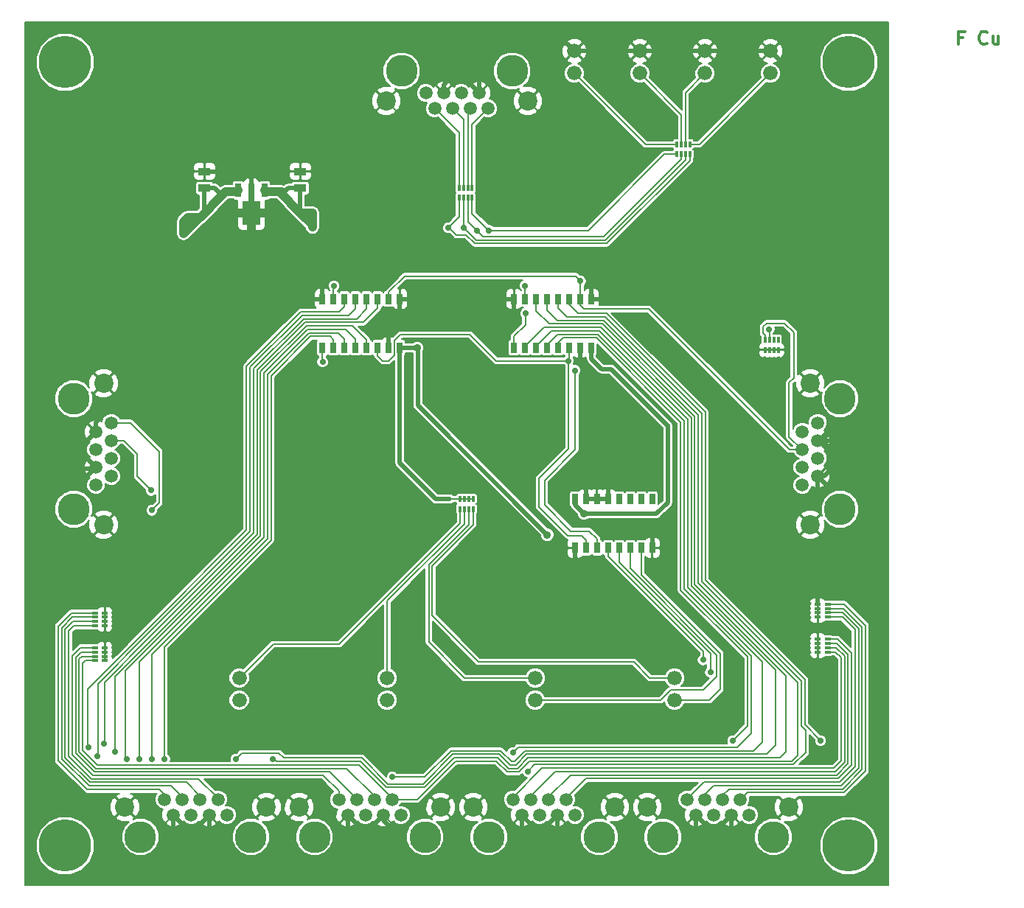
<source format=gtl>
G04 (created by PCBNEW (2013-07-07 BZR 4022)-stable) date 9/18/2013 11:59:41*
%MOIN*%
G04 Gerber Fmt 3.4, Leading zero omitted, Abs format*
%FSLAX34Y34*%
G01*
G70*
G90*
G04 APERTURE LIST*
%ADD10C,0.00590551*%
%ADD11C,0.011811*%
%ADD12R,0.0118X0.0256*%
%ADD13R,0.0256X0.0118*%
%ADD14R,0.025X0.05*%
%ADD15C,0.066*%
%ADD16C,0.23622*%
%ADD17R,0.055X0.035*%
%ADD18C,0.1437*%
%ADD19C,0.0591*%
%ADD20C,0.0866142*%
%ADD21R,0.0276X0.063*%
%ADD22R,0.0276X0.0827*%
%ADD23R,0.0787X0.1083*%
%ADD24C,0.0346457*%
%ADD25C,0.0275591*%
%ADD26C,0.0393701*%
%ADD27C,0.019685*%
%ADD28C,0.00787402*%
G04 APERTURE END LIST*
G54D10*
G54D11*
X49257Y-7154D02*
X49060Y-7154D01*
X49060Y-7463D02*
X49060Y-6872D01*
X49341Y-6872D01*
X50354Y-7407D02*
X50326Y-7435D01*
X50241Y-7463D01*
X50185Y-7463D01*
X50101Y-7435D01*
X50044Y-7379D01*
X50016Y-7322D01*
X49988Y-7210D01*
X49988Y-7125D01*
X50016Y-7013D01*
X50044Y-6957D01*
X50101Y-6901D01*
X50185Y-6872D01*
X50241Y-6872D01*
X50326Y-6901D01*
X50354Y-6929D01*
X50860Y-7069D02*
X50860Y-7463D01*
X50607Y-7069D02*
X50607Y-7379D01*
X50635Y-7435D01*
X50691Y-7463D01*
X50776Y-7463D01*
X50832Y-7435D01*
X50860Y-7407D01*
G54D12*
X26476Y-14401D03*
X26673Y-14401D03*
X26870Y-14401D03*
X27067Y-14401D03*
X27067Y-13948D03*
X26870Y-13948D03*
X26673Y-13948D03*
X26476Y-13948D03*
X36319Y-12432D03*
X36516Y-12432D03*
X36713Y-12432D03*
X36910Y-12432D03*
X36910Y-11979D03*
X36713Y-11979D03*
X36516Y-11979D03*
X36319Y-11979D03*
X26515Y-28473D03*
X26712Y-28473D03*
X26909Y-28473D03*
X27106Y-28473D03*
X27106Y-28020D03*
X26909Y-28020D03*
X26712Y-28020D03*
X26515Y-28020D03*
X40905Y-20827D03*
X40708Y-20827D03*
X40511Y-20827D03*
X40314Y-20827D03*
X40314Y-21280D03*
X40511Y-21280D03*
X40708Y-21280D03*
X40905Y-21280D03*
G54D13*
X43141Y-34940D03*
X43141Y-34743D03*
X43141Y-34546D03*
X43141Y-34349D03*
X42688Y-34349D03*
X42688Y-34546D03*
X42688Y-34743D03*
X42688Y-34940D03*
X43141Y-33365D03*
X43141Y-33168D03*
X43141Y-32971D03*
X43141Y-32774D03*
X42688Y-32774D03*
X42688Y-32971D03*
X42688Y-33168D03*
X42688Y-33365D03*
X10008Y-34744D03*
X10008Y-34941D03*
X10008Y-35138D03*
X10008Y-35335D03*
X10461Y-35335D03*
X10461Y-35138D03*
X10461Y-34941D03*
X10461Y-34744D03*
X10008Y-33169D03*
X10008Y-33366D03*
X10008Y-33563D03*
X10008Y-33760D03*
X10461Y-33760D03*
X10461Y-33563D03*
X10461Y-33366D03*
X10461Y-33169D03*
G54D14*
X32458Y-18978D03*
X31958Y-18978D03*
X31458Y-18978D03*
X30958Y-18978D03*
X30458Y-18978D03*
X29958Y-18978D03*
X29458Y-18978D03*
X28958Y-18978D03*
X28958Y-21178D03*
X29458Y-21178D03*
X29958Y-21178D03*
X30458Y-21178D03*
X30958Y-21178D03*
X31458Y-21178D03*
X31958Y-21178D03*
X32458Y-21178D03*
X31714Y-30233D03*
X32214Y-30233D03*
X32714Y-30233D03*
X33214Y-30233D03*
X33714Y-30233D03*
X34214Y-30233D03*
X34714Y-30233D03*
X35214Y-30233D03*
X35214Y-28033D03*
X34714Y-28033D03*
X34214Y-28033D03*
X33714Y-28033D03*
X33214Y-28033D03*
X32714Y-28033D03*
X32214Y-28033D03*
X31714Y-28033D03*
X23797Y-18978D03*
X23297Y-18978D03*
X22797Y-18978D03*
X22297Y-18978D03*
X21797Y-18978D03*
X21297Y-18978D03*
X20797Y-18978D03*
X20297Y-18978D03*
X20297Y-21178D03*
X20797Y-21178D03*
X21297Y-21178D03*
X21797Y-21178D03*
X22297Y-21178D03*
X22797Y-21178D03*
X23297Y-21178D03*
X23797Y-21178D03*
G54D15*
X31692Y-8767D03*
X31692Y-7767D03*
X16535Y-36114D03*
X16535Y-37114D03*
X23228Y-36114D03*
X23228Y-37114D03*
X29921Y-36114D03*
X29921Y-37114D03*
X36220Y-36114D03*
X36220Y-37114D03*
X40551Y-8767D03*
X40551Y-7767D03*
X37598Y-8767D03*
X37598Y-7767D03*
X34645Y-8767D03*
X34645Y-7767D03*
G54D16*
X8661Y-8267D03*
X8661Y-43700D03*
X44094Y-43700D03*
X44094Y-8267D03*
G54D17*
X14960Y-13957D03*
X14960Y-13207D03*
X19291Y-13957D03*
X19291Y-13207D03*
G54D18*
X43700Y-23484D03*
X43700Y-28484D03*
G54D19*
X42700Y-24578D03*
X42000Y-24980D03*
X42700Y-25381D03*
X42000Y-25783D03*
X42700Y-26185D03*
X42000Y-26586D03*
X42700Y-26988D03*
X42000Y-27389D03*
G54D20*
X42350Y-22783D03*
X42350Y-29185D03*
G54D18*
X40688Y-43307D03*
X35688Y-43307D03*
G54D19*
X39594Y-42307D03*
X39192Y-41606D03*
X38791Y-42307D03*
X38389Y-41606D03*
X37988Y-42307D03*
X37586Y-41606D03*
X37185Y-42307D03*
X36783Y-41606D03*
G54D20*
X41389Y-41956D03*
X34988Y-41956D03*
G54D18*
X32814Y-43307D03*
X27814Y-43307D03*
G54D19*
X31720Y-42307D03*
X31318Y-41606D03*
X30917Y-42307D03*
X30515Y-41606D03*
X30114Y-42307D03*
X29712Y-41606D03*
X29311Y-42307D03*
X28909Y-41606D03*
G54D20*
X33515Y-41956D03*
X27114Y-41956D03*
G54D18*
X24940Y-43307D03*
X19940Y-43307D03*
G54D19*
X23846Y-42307D03*
X23444Y-41606D03*
X23043Y-42307D03*
X22641Y-41606D03*
X22240Y-42307D03*
X21838Y-41606D03*
X21437Y-42307D03*
X21035Y-41606D03*
G54D20*
X25641Y-41956D03*
X19240Y-41956D03*
G54D18*
X23877Y-8661D03*
X28877Y-8661D03*
G54D19*
X24972Y-9661D03*
X25374Y-10362D03*
X25775Y-9661D03*
X26177Y-10362D03*
X26578Y-9661D03*
X26980Y-10362D03*
X27381Y-9661D03*
X27783Y-10362D03*
G54D20*
X23177Y-10011D03*
X29578Y-10011D03*
G54D18*
X17066Y-43307D03*
X12066Y-43307D03*
G54D19*
X15972Y-42307D03*
X15570Y-41606D03*
X15169Y-42307D03*
X14767Y-41606D03*
X14366Y-42307D03*
X13964Y-41606D03*
X13562Y-42307D03*
X13161Y-41606D03*
G54D20*
X17767Y-41956D03*
X11366Y-41956D03*
G54D18*
X9055Y-28484D03*
X9055Y-23484D03*
G54D19*
X10055Y-27389D03*
X10755Y-26988D03*
X10055Y-26586D03*
X10755Y-26185D03*
X10055Y-25783D03*
X10755Y-25381D03*
X10055Y-24980D03*
X10755Y-24578D03*
G54D20*
X10405Y-29185D03*
X10405Y-22783D03*
G54D21*
X17677Y-14055D03*
G54D22*
X17086Y-14153D03*
G54D21*
X16495Y-14055D03*
G54D23*
X17086Y-15098D03*
G54D24*
X14015Y-16023D03*
X14409Y-15629D03*
X14770Y-15285D03*
X32950Y-30940D03*
X29085Y-19985D03*
X34755Y-29155D03*
G54D25*
X37840Y-35860D03*
X12550Y-27630D03*
X12580Y-28530D03*
X29575Y-40340D03*
X27292Y-15892D03*
X20820Y-18380D03*
X26673Y-15738D03*
X29480Y-19630D03*
X25980Y-15760D03*
X29455Y-18370D03*
X27827Y-15872D03*
X20305Y-21825D03*
X18055Y-39785D03*
X11450Y-39785D03*
X10915Y-39440D03*
X28910Y-39480D03*
X10420Y-39085D03*
X10125Y-39650D03*
X9715Y-39265D03*
X13165Y-39785D03*
X12590Y-39785D03*
X12020Y-39785D03*
X16390Y-39785D03*
X42820Y-38955D03*
X38845Y-38950D03*
X23450Y-40600D03*
X37505Y-35300D03*
X31720Y-22205D03*
X31965Y-18160D03*
X31425Y-21775D03*
X40500Y-20345D03*
G54D24*
X19842Y-15728D03*
X19842Y-15078D03*
X19291Y-15078D03*
X24590Y-21190D03*
X30465Y-29640D03*
X32115Y-28685D03*
G54D26*
X15921Y-14133D02*
X16416Y-14133D01*
X16416Y-14133D02*
X16495Y-14055D01*
G54D27*
X15748Y-14291D02*
X15763Y-14291D01*
X15763Y-14291D02*
X15921Y-14133D01*
X14960Y-13957D02*
X15414Y-13957D01*
X15414Y-13957D02*
X15748Y-14291D01*
X15748Y-14291D02*
X15755Y-14299D01*
G54D26*
X14015Y-16023D02*
X14015Y-15472D01*
X14754Y-15285D02*
X14770Y-15285D01*
X14754Y-15285D02*
X14409Y-15629D01*
X14015Y-16023D02*
X14409Y-15629D01*
X14203Y-15285D02*
X14770Y-15285D01*
X14015Y-15472D02*
X14203Y-15285D01*
X15921Y-14133D02*
X15755Y-14299D01*
X15755Y-14299D02*
X14770Y-15285D01*
G54D27*
X14960Y-15094D02*
X14960Y-13957D01*
X14770Y-15285D02*
X14960Y-15094D01*
G54D26*
X17086Y-15098D02*
X16279Y-15098D01*
X16279Y-15098D02*
X16259Y-15078D01*
X17086Y-15098D02*
X17086Y-16102D01*
X17086Y-15098D02*
X17932Y-15098D01*
X17932Y-15098D02*
X17952Y-15118D01*
G54D27*
X20297Y-17207D02*
X20297Y-17187D01*
X20297Y-17207D02*
X20297Y-18352D01*
X20297Y-18978D02*
X20297Y-18352D01*
X17480Y-16496D02*
X17086Y-16102D01*
X19606Y-16496D02*
X17480Y-16496D01*
X20297Y-17187D02*
X19606Y-16496D01*
X14960Y-13207D02*
X16790Y-13207D01*
X17086Y-13503D02*
X17086Y-14153D01*
X16790Y-13207D02*
X17086Y-13503D01*
X9205Y-27345D02*
X9296Y-27345D01*
X8565Y-27345D02*
X8035Y-27875D01*
X9205Y-27345D02*
X8565Y-27345D01*
X10461Y-32362D02*
X10461Y-32350D01*
X8035Y-29924D02*
X10461Y-32350D01*
X8035Y-27875D02*
X8035Y-29924D01*
X9296Y-27345D02*
X10055Y-26586D01*
X9485Y-25550D02*
X9485Y-26016D01*
X9485Y-26016D02*
X10055Y-26586D01*
X10055Y-24980D02*
X9485Y-25550D01*
X40205Y-18545D02*
X40198Y-18545D01*
X42838Y-25381D02*
X43670Y-24550D01*
X43670Y-24550D02*
X44050Y-24550D01*
X44050Y-24550D02*
X44705Y-23895D01*
X44705Y-23895D02*
X44705Y-23045D01*
X44705Y-23045D02*
X40205Y-18545D01*
X42700Y-25381D02*
X42838Y-25381D01*
X32458Y-18407D02*
X32458Y-18978D01*
X33011Y-17854D02*
X32458Y-18407D01*
X39507Y-17854D02*
X33011Y-17854D01*
X40198Y-18545D02*
X39507Y-17854D01*
X13562Y-42307D02*
X13562Y-42322D01*
X14602Y-42874D02*
X15169Y-42307D01*
X14114Y-42874D02*
X14602Y-42874D01*
X13562Y-42322D02*
X14114Y-42874D01*
X23043Y-42307D02*
X23043Y-42330D01*
X22023Y-42893D02*
X21437Y-42307D01*
X22480Y-42893D02*
X22023Y-42893D01*
X23043Y-42330D02*
X22480Y-42893D01*
X29311Y-42307D02*
X29311Y-42322D01*
X30350Y-42874D02*
X30917Y-42307D01*
X29862Y-42874D02*
X30350Y-42874D01*
X29311Y-42322D02*
X29862Y-42874D01*
X37185Y-42307D02*
X37185Y-42322D01*
X38224Y-42874D02*
X38791Y-42307D01*
X37736Y-42874D02*
X38224Y-42874D01*
X37185Y-42322D02*
X37736Y-42874D01*
X41600Y-30984D02*
X41614Y-30984D01*
X42688Y-32058D02*
X42688Y-32774D01*
X41614Y-30984D02*
X42688Y-32058D01*
X10472Y-32362D02*
X10629Y-32519D01*
X10472Y-32362D02*
X10944Y-32362D01*
X10461Y-34251D02*
X10629Y-34251D01*
X11181Y-32362D02*
X10944Y-32362D01*
X11417Y-33858D02*
X11023Y-34251D01*
X11417Y-32598D02*
X11417Y-33858D01*
X11181Y-32362D02*
X11417Y-32598D01*
X10629Y-34251D02*
X11023Y-34251D01*
X41600Y-31181D02*
X41600Y-31206D01*
X41600Y-33292D02*
X42165Y-33858D01*
X42165Y-33858D02*
X42637Y-33858D01*
X41600Y-31206D02*
X41600Y-31535D01*
X41600Y-31535D02*
X41600Y-33292D01*
G54D28*
X42688Y-33365D02*
X42688Y-34349D01*
G54D27*
X10461Y-32362D02*
X10472Y-32362D01*
G54D28*
X10461Y-34251D02*
X10461Y-34744D01*
G54D27*
X10461Y-32362D02*
X10461Y-32519D01*
X10461Y-32519D02*
X10461Y-32677D01*
X9963Y-26586D02*
X10055Y-26586D01*
G54D28*
X10461Y-33169D02*
X10461Y-32786D01*
G54D27*
X10461Y-32677D02*
X10461Y-32786D01*
X39760Y-21280D02*
X39921Y-21280D01*
X37458Y-18978D02*
X39760Y-21280D01*
X32458Y-18978D02*
X37458Y-18978D01*
G54D28*
X39921Y-21280D02*
X40314Y-21280D01*
G54D27*
X31714Y-30684D02*
X31714Y-30233D01*
X31980Y-30950D02*
X31714Y-30684D01*
X32940Y-30950D02*
X31980Y-30950D01*
X32950Y-30940D02*
X32940Y-30950D01*
X28958Y-19858D02*
X28958Y-18978D01*
X29085Y-19985D02*
X28958Y-19858D01*
X10055Y-24980D02*
X10055Y-24554D01*
X10055Y-24554D02*
X10830Y-23780D01*
X10830Y-23780D02*
X14220Y-23780D01*
X14220Y-23780D02*
X19021Y-18978D01*
X19021Y-18978D02*
X20297Y-18978D01*
X23797Y-18978D02*
X28958Y-18978D01*
X38791Y-42307D02*
X38791Y-43261D01*
X38791Y-43261D02*
X39945Y-44415D01*
X39945Y-44415D02*
X41295Y-44415D01*
X41295Y-44415D02*
X42525Y-43185D01*
X42525Y-43185D02*
X42525Y-42570D01*
X42525Y-42570D02*
X43260Y-41835D01*
X43260Y-41835D02*
X44070Y-41835D01*
X44070Y-41835D02*
X45365Y-40540D01*
X45365Y-40540D02*
X45365Y-28565D01*
X45365Y-28565D02*
X44170Y-27370D01*
X44170Y-27370D02*
X43082Y-27370D01*
X43082Y-27370D02*
X42700Y-26988D01*
X30917Y-42307D02*
X30917Y-43127D01*
X30917Y-43127D02*
X32145Y-44355D01*
X32145Y-44355D02*
X36330Y-44355D01*
X36330Y-44355D02*
X37185Y-43499D01*
X37185Y-43499D02*
X37185Y-42307D01*
X23043Y-42307D02*
X23043Y-42558D01*
X29311Y-43498D02*
X29311Y-42307D01*
X28395Y-44415D02*
X29311Y-43498D01*
X24510Y-44415D02*
X28395Y-44415D01*
X23775Y-43680D02*
X24510Y-44415D01*
X23775Y-43290D02*
X23775Y-43680D01*
X23043Y-42558D02*
X23775Y-43290D01*
X21437Y-42307D02*
X21437Y-43782D01*
X15169Y-43234D02*
X15169Y-42307D01*
X16425Y-44490D02*
X15169Y-43234D01*
X20730Y-44490D02*
X16425Y-44490D01*
X21437Y-43782D02*
X20730Y-44490D01*
X8530Y-26640D02*
X10001Y-26640D01*
X10001Y-26640D02*
X10055Y-26586D01*
X13562Y-42307D02*
X13562Y-43362D01*
X7640Y-27530D02*
X8530Y-26640D01*
X7640Y-39560D02*
X7640Y-27530D01*
X10575Y-42495D02*
X7640Y-39560D01*
X10575Y-43590D02*
X10575Y-42495D01*
X11400Y-44415D02*
X10575Y-43590D01*
X12510Y-44415D02*
X11400Y-44415D01*
X13562Y-43362D02*
X12510Y-44415D01*
X13562Y-42307D02*
X13562Y-42552D01*
X15169Y-42710D02*
X15169Y-42307D01*
X21437Y-42307D02*
X21437Y-42617D01*
X29311Y-42307D02*
X29311Y-42531D01*
X30917Y-42592D02*
X30917Y-42307D01*
X37185Y-42307D02*
X37185Y-42545D01*
X38791Y-42578D02*
X38791Y-42307D01*
X42700Y-25381D02*
X43978Y-25381D01*
X45250Y-12466D02*
X40551Y-7767D01*
X45250Y-24110D02*
X45250Y-12466D01*
X43978Y-25381D02*
X45250Y-24110D01*
X10055Y-26586D02*
X9891Y-26586D01*
X25775Y-9661D02*
X25775Y-9269D01*
X26645Y-8925D02*
X27381Y-9661D01*
X26120Y-8925D02*
X26645Y-8925D01*
X25775Y-9269D02*
X26120Y-8925D01*
X42700Y-25381D02*
X42871Y-25381D01*
X42871Y-25381D02*
X43410Y-25920D01*
X43410Y-25920D02*
X43410Y-26560D01*
X43410Y-26560D02*
X42981Y-26988D01*
X42981Y-26988D02*
X42700Y-26988D01*
X32214Y-28033D02*
X32214Y-27599D01*
X32214Y-27599D02*
X31895Y-27280D01*
X31895Y-27280D02*
X31455Y-27280D01*
X31455Y-27280D02*
X31095Y-27640D01*
X31095Y-27640D02*
X31095Y-28425D01*
X31095Y-28425D02*
X31825Y-29155D01*
X31825Y-29155D02*
X34755Y-29155D01*
X35214Y-29614D02*
X35214Y-30233D01*
X34755Y-29155D02*
X35214Y-29614D01*
X33214Y-28033D02*
X33214Y-23009D01*
X31958Y-21753D02*
X31958Y-21178D01*
X33214Y-23009D02*
X31958Y-21753D01*
X32714Y-28033D02*
X33214Y-28033D01*
X32214Y-28033D02*
X32714Y-28033D01*
X23297Y-21178D02*
X23297Y-20092D01*
X23797Y-19592D02*
X23797Y-18978D01*
X23297Y-20092D02*
X23797Y-19592D01*
G54D28*
X40708Y-21280D02*
X40905Y-21280D01*
X40511Y-21280D02*
X40708Y-21280D01*
X40314Y-21280D02*
X40511Y-21280D01*
X42688Y-34743D02*
X42688Y-34940D01*
X42688Y-34546D02*
X42688Y-34743D01*
X42688Y-34349D02*
X42688Y-34546D01*
X42688Y-33168D02*
X42688Y-33365D01*
X42688Y-32971D02*
X42688Y-33168D01*
X42688Y-32774D02*
X42688Y-32971D01*
G54D27*
X42700Y-26988D02*
X42700Y-27524D01*
X42700Y-27524D02*
X41600Y-28625D01*
X41600Y-28625D02*
X41600Y-30984D01*
X41600Y-30984D02*
X41600Y-31181D01*
X41600Y-31181D02*
X41600Y-31170D01*
G54D28*
X10461Y-35138D02*
X10461Y-35335D01*
X10461Y-34941D02*
X10461Y-35138D01*
X10461Y-34744D02*
X10461Y-34941D01*
X10461Y-33760D02*
X10461Y-34251D01*
X10461Y-33563D02*
X10461Y-33760D01*
X10461Y-33366D02*
X10461Y-33563D01*
X10461Y-33169D02*
X10461Y-33366D01*
G54D27*
X37598Y-7767D02*
X40551Y-7767D01*
X34645Y-7767D02*
X37598Y-7767D01*
X31692Y-7767D02*
X34645Y-7767D01*
X27381Y-9661D02*
X27381Y-8558D01*
X31350Y-7425D02*
X31692Y-7767D01*
X28515Y-7425D02*
X31350Y-7425D01*
X27381Y-8558D02*
X28515Y-7425D01*
G54D28*
X36713Y-11979D02*
X36713Y-9652D01*
X36713Y-9652D02*
X37598Y-8767D01*
X33714Y-30884D02*
X33714Y-30233D01*
X37842Y-35012D02*
X33714Y-30884D01*
X37842Y-35857D02*
X37842Y-35012D01*
X37840Y-35860D02*
X37842Y-35857D01*
X36220Y-37114D02*
X37795Y-37114D01*
X34714Y-31439D02*
X34714Y-30233D01*
X38280Y-35005D02*
X34714Y-31439D01*
X38280Y-36630D02*
X38280Y-35005D01*
X37795Y-37114D02*
X38280Y-36630D01*
X11311Y-25381D02*
X10755Y-25381D01*
X11920Y-25990D02*
X11311Y-25381D01*
X11920Y-27000D02*
X11920Y-25990D01*
X12550Y-27630D02*
X11920Y-27000D01*
X11628Y-24578D02*
X10755Y-24578D01*
X12920Y-25870D02*
X11628Y-24578D01*
X12920Y-28190D02*
X12920Y-25870D01*
X12580Y-28530D02*
X12920Y-28190D01*
X30958Y-19398D02*
X31345Y-19785D01*
X31345Y-19785D02*
X33071Y-19785D01*
X33071Y-19785D02*
X37444Y-24158D01*
X37444Y-24158D02*
X37444Y-31753D01*
X37444Y-31753D02*
X41947Y-36256D01*
X41947Y-36256D02*
X41947Y-38297D01*
X41947Y-38297D02*
X42145Y-38495D01*
X42145Y-38495D02*
X42145Y-39485D01*
X30958Y-19398D02*
X30958Y-18978D01*
X41594Y-40035D02*
X42145Y-39485D01*
X29879Y-40035D02*
X41594Y-40035D01*
X29575Y-40340D02*
X29879Y-40035D01*
X31318Y-41606D02*
X31318Y-41566D01*
X43569Y-34349D02*
X43141Y-34349D01*
X44220Y-35000D02*
X43569Y-34349D01*
X44220Y-40059D02*
X44220Y-35000D01*
X43614Y-40665D02*
X44220Y-40059D01*
X32219Y-40665D02*
X43614Y-40665D01*
X31318Y-41566D02*
X32219Y-40665D01*
X20797Y-18978D02*
X20797Y-18402D01*
X20820Y-18380D02*
X20797Y-18402D01*
X26870Y-15400D02*
X26870Y-15470D01*
X26870Y-14401D02*
X26870Y-15400D01*
X27627Y-16147D02*
X33022Y-16147D01*
X33022Y-16147D02*
X36516Y-12653D01*
X36516Y-12653D02*
X36516Y-12432D01*
X27547Y-16147D02*
X27627Y-16147D01*
X26870Y-15470D02*
X27292Y-15892D01*
X27292Y-15892D02*
X27547Y-16147D01*
X28958Y-21178D02*
X28958Y-20666D01*
X29470Y-20155D02*
X28958Y-20666D01*
X29470Y-19640D02*
X29470Y-20155D01*
X29480Y-19630D02*
X29470Y-19640D01*
X26673Y-15696D02*
X26673Y-15738D01*
X26673Y-14401D02*
X26673Y-15696D01*
X27239Y-16304D02*
X33087Y-16304D01*
X33087Y-16304D02*
X36713Y-12679D01*
X36713Y-12679D02*
X36713Y-12432D01*
X26673Y-15738D02*
X27239Y-16304D01*
X36319Y-11979D02*
X34904Y-11979D01*
X34904Y-11979D02*
X31692Y-8767D01*
X29458Y-18978D02*
X29458Y-18373D01*
X29455Y-18370D02*
X29458Y-18373D01*
X25980Y-15760D02*
X26020Y-15760D01*
X36910Y-12705D02*
X36910Y-12432D01*
X33152Y-16462D02*
X36910Y-12705D01*
X27174Y-16462D02*
X33152Y-16462D01*
X26787Y-16075D02*
X27174Y-16462D01*
X26335Y-16075D02*
X26787Y-16075D01*
X26020Y-15760D02*
X26335Y-16075D01*
X26476Y-14401D02*
X26476Y-15263D01*
X26476Y-15263D02*
X25980Y-15760D01*
X34600Y-37114D02*
X35580Y-37114D01*
X37590Y-36570D02*
X38122Y-36037D01*
X38122Y-36037D02*
X38122Y-35070D01*
X38122Y-35070D02*
X34214Y-31162D01*
X34214Y-30233D02*
X34214Y-31162D01*
X34600Y-37114D02*
X29921Y-37114D01*
X37505Y-36655D02*
X37590Y-36570D01*
X36040Y-36655D02*
X36495Y-36655D01*
X36495Y-36655D02*
X37505Y-36655D01*
X35580Y-37114D02*
X36040Y-36655D01*
X26870Y-13948D02*
X26870Y-10471D01*
X26870Y-10471D02*
X26980Y-10362D01*
X26476Y-13948D02*
X26476Y-11464D01*
X26476Y-11464D02*
X25374Y-10362D01*
X27067Y-13948D02*
X27067Y-11078D01*
X27067Y-11078D02*
X27783Y-10362D01*
X26673Y-13948D02*
X26673Y-10858D01*
X26673Y-10858D02*
X26177Y-10362D01*
X27827Y-15872D02*
X32316Y-15872D01*
X35756Y-12432D02*
X36319Y-12432D01*
X32316Y-15872D02*
X35756Y-12432D01*
X20297Y-21178D02*
X20297Y-21817D01*
X20305Y-21825D02*
X20297Y-21817D01*
X27067Y-14401D02*
X27067Y-14977D01*
X27067Y-15112D02*
X27067Y-14977D01*
X27827Y-15872D02*
X27067Y-15112D01*
X18055Y-39785D02*
X18124Y-39785D01*
X41265Y-36019D02*
X41265Y-39450D01*
X37129Y-31884D02*
X41265Y-36019D01*
X37129Y-24289D02*
X37129Y-31884D01*
X32940Y-20100D02*
X37129Y-24289D01*
X30535Y-20100D02*
X32940Y-20100D01*
X29958Y-19523D02*
X30535Y-20100D01*
X29958Y-19523D02*
X29958Y-18978D01*
X40994Y-39720D02*
X41265Y-39450D01*
X29597Y-39720D02*
X40994Y-39720D01*
X29109Y-40207D02*
X29597Y-39720D01*
X28720Y-40207D02*
X29109Y-40207D01*
X28232Y-39720D02*
X28720Y-40207D01*
X26247Y-39720D02*
X28232Y-39720D01*
X24903Y-41063D02*
X26247Y-39720D01*
X23191Y-41063D02*
X24903Y-41063D01*
X22017Y-39890D02*
X23191Y-41063D01*
X18230Y-39890D02*
X22017Y-39890D01*
X18124Y-39785D02*
X18230Y-39890D01*
X18055Y-39785D02*
X18119Y-39720D01*
X15570Y-41606D02*
X15570Y-41555D01*
X9039Y-33760D02*
X10008Y-33760D01*
X8824Y-33975D02*
X9039Y-33760D01*
X8824Y-39639D02*
X8824Y-33975D01*
X9862Y-40677D02*
X8824Y-39639D01*
X14692Y-40677D02*
X9862Y-40677D01*
X15570Y-41555D02*
X14692Y-40677D01*
X11450Y-39785D02*
X11400Y-39735D01*
X11400Y-39735D02*
X11400Y-35791D01*
X11400Y-35791D02*
X12667Y-34524D01*
X22297Y-20827D02*
X22297Y-21178D01*
X21662Y-20192D02*
X22297Y-20827D01*
X19569Y-20192D02*
X21662Y-20192D01*
X17497Y-22264D02*
X19569Y-20192D01*
X17497Y-29694D02*
X17497Y-22264D01*
X12667Y-34524D02*
X17497Y-29694D01*
X44377Y-35320D02*
X44377Y-33935D01*
X36783Y-41606D02*
X36783Y-41586D01*
X44377Y-40124D02*
X44377Y-35320D01*
X43679Y-40822D02*
X44377Y-40124D01*
X37547Y-40822D02*
X43679Y-40822D01*
X36783Y-41586D02*
X37547Y-40822D01*
X43807Y-33365D02*
X43141Y-33365D01*
X44377Y-33935D02*
X43807Y-33365D01*
X22797Y-19397D02*
X22159Y-20035D01*
X22159Y-20035D02*
X19504Y-20035D01*
X19504Y-20035D02*
X17340Y-22199D01*
X17340Y-22199D02*
X17340Y-29629D01*
X17340Y-29629D02*
X12524Y-34445D01*
X22797Y-19397D02*
X22797Y-18978D01*
X10910Y-36059D02*
X12524Y-34445D01*
X10910Y-39435D02*
X10910Y-36059D01*
X10915Y-39440D02*
X10910Y-39435D01*
X44535Y-35255D02*
X44535Y-33870D01*
X37586Y-41388D02*
X37994Y-40980D01*
X37994Y-40980D02*
X43744Y-40980D01*
X43744Y-40980D02*
X44535Y-40189D01*
X44535Y-40189D02*
X44535Y-35255D01*
X37586Y-41606D02*
X37586Y-41388D01*
X43833Y-33168D02*
X43141Y-33168D01*
X44535Y-33870D02*
X43833Y-33168D01*
X36910Y-11979D02*
X37339Y-11979D01*
X37339Y-11979D02*
X40551Y-8767D01*
X26312Y-39877D02*
X28167Y-39877D01*
X24583Y-41606D02*
X26312Y-39877D01*
X41529Y-39877D02*
X41790Y-39617D01*
X41790Y-39617D02*
X41790Y-38660D01*
X30458Y-18978D02*
X30458Y-19481D01*
X41790Y-36321D02*
X41790Y-38660D01*
X37287Y-31818D02*
X41790Y-36321D01*
X37287Y-24223D02*
X37287Y-31818D01*
X33006Y-19942D02*
X37287Y-24223D01*
X30920Y-19942D02*
X33006Y-19942D01*
X30458Y-19481D02*
X30920Y-19942D01*
X24583Y-41606D02*
X23444Y-41606D01*
X29662Y-39877D02*
X41529Y-39877D01*
X29175Y-40365D02*
X29662Y-39877D01*
X28655Y-40365D02*
X29175Y-40365D01*
X28167Y-39877D02*
X28655Y-40365D01*
X23444Y-41606D02*
X23444Y-41539D01*
X9579Y-35335D02*
X10008Y-35335D01*
X9454Y-35460D02*
X9579Y-35335D01*
X9454Y-39378D02*
X9454Y-35460D01*
X10123Y-40047D02*
X9454Y-39378D01*
X21952Y-40047D02*
X10123Y-40047D01*
X23444Y-41539D02*
X21952Y-40047D01*
X30458Y-21041D02*
X30927Y-20572D01*
X30927Y-20572D02*
X32745Y-20572D01*
X32745Y-20572D02*
X36657Y-24484D01*
X36657Y-24484D02*
X36657Y-32079D01*
X36657Y-32079D02*
X39680Y-35102D01*
X39680Y-35102D02*
X39680Y-38630D01*
X30458Y-21041D02*
X30458Y-21178D01*
X39062Y-39247D02*
X39680Y-38630D01*
X29142Y-39247D02*
X39062Y-39247D01*
X28910Y-39480D02*
X29142Y-39247D01*
X30515Y-41606D02*
X30515Y-41499D01*
X43543Y-34546D02*
X43141Y-34546D01*
X44062Y-35065D02*
X43543Y-34546D01*
X44062Y-39993D02*
X44062Y-35065D01*
X43548Y-40507D02*
X44062Y-39993D01*
X31507Y-40507D02*
X43548Y-40507D01*
X30515Y-41499D02*
X31507Y-40507D01*
X22297Y-19415D02*
X21835Y-19877D01*
X21835Y-19877D02*
X19438Y-19877D01*
X19438Y-19877D02*
X17182Y-22133D01*
X17182Y-22133D02*
X17182Y-29563D01*
X17182Y-29563D02*
X12396Y-34350D01*
X22297Y-19415D02*
X22297Y-18978D01*
X10440Y-36306D02*
X12396Y-34350D01*
X10440Y-39065D02*
X10440Y-36306D01*
X10420Y-39085D02*
X10440Y-39065D01*
X29712Y-41606D02*
X29712Y-41447D01*
X43518Y-34743D02*
X43141Y-34743D01*
X43905Y-35130D02*
X43518Y-34743D01*
X43905Y-39928D02*
X43905Y-35130D01*
X43483Y-40350D02*
X43905Y-39928D01*
X30809Y-40350D02*
X43483Y-40350D01*
X29712Y-41447D02*
X30809Y-40350D01*
X10125Y-39650D02*
X10150Y-39625D01*
X10150Y-39625D02*
X10150Y-36373D01*
X10150Y-36373D02*
X12322Y-34201D01*
X21797Y-18978D02*
X21797Y-19407D01*
X17025Y-29498D02*
X12322Y-34201D01*
X17025Y-22068D02*
X17025Y-29498D01*
X19373Y-19720D02*
X17025Y-22068D01*
X21485Y-19720D02*
X19373Y-19720D01*
X21797Y-19407D02*
X21485Y-19720D01*
X12322Y-34201D02*
X12328Y-34195D01*
X21838Y-41606D02*
X21838Y-41588D01*
X9391Y-34941D02*
X10008Y-34941D01*
X9139Y-35192D02*
X9391Y-34941D01*
X9139Y-39509D02*
X9139Y-35192D01*
X9993Y-40362D02*
X9139Y-39509D01*
X20612Y-40362D02*
X9993Y-40362D01*
X21838Y-41588D02*
X20612Y-40362D01*
X21297Y-19305D02*
X21040Y-19562D01*
X21040Y-19562D02*
X19308Y-19562D01*
X19308Y-19562D02*
X16867Y-22003D01*
X16867Y-22003D02*
X16867Y-29433D01*
X16867Y-29433D02*
X12211Y-34090D01*
X21297Y-19305D02*
X21297Y-18978D01*
X9675Y-36626D02*
X12211Y-34090D01*
X9675Y-39225D02*
X9675Y-36626D01*
X9715Y-39265D02*
X9675Y-39225D01*
X13964Y-41606D02*
X13964Y-41494D01*
X8988Y-33366D02*
X10008Y-33366D01*
X8510Y-33845D02*
X8988Y-33366D01*
X8510Y-39770D02*
X8510Y-33845D01*
X9735Y-40995D02*
X8510Y-39770D01*
X13465Y-40995D02*
X9735Y-40995D01*
X13964Y-41494D02*
X13465Y-40995D01*
X20635Y-20665D02*
X20797Y-20827D01*
X19765Y-20665D02*
X20635Y-20665D01*
X17970Y-22460D02*
X19765Y-20665D01*
X17970Y-29890D02*
X17970Y-22460D01*
X13170Y-34690D02*
X17970Y-29890D01*
X20797Y-20827D02*
X20797Y-21178D01*
X13140Y-34720D02*
X13170Y-34690D01*
X13140Y-39760D02*
X13140Y-34720D01*
X13165Y-39785D02*
X13140Y-39760D01*
X13161Y-41606D02*
X13161Y-41391D01*
X8955Y-33169D02*
X10008Y-33169D01*
X8350Y-33775D02*
X8955Y-33169D01*
X8350Y-39845D02*
X8350Y-33775D01*
X9665Y-41160D02*
X8350Y-39845D01*
X12930Y-41160D02*
X9665Y-41160D01*
X13161Y-41391D02*
X12930Y-41160D01*
X12570Y-35067D02*
X12982Y-34654D01*
X21297Y-20772D02*
X21297Y-21178D01*
X21032Y-20507D02*
X21297Y-20772D01*
X19699Y-20507D02*
X21032Y-20507D01*
X17812Y-22394D02*
X19699Y-20507D01*
X17812Y-29824D02*
X17812Y-22394D01*
X12982Y-34654D02*
X17812Y-29824D01*
X12570Y-39765D02*
X12570Y-35207D01*
X12590Y-39785D02*
X12570Y-39765D01*
X12570Y-35207D02*
X12570Y-35067D01*
X21035Y-41606D02*
X21035Y-41230D01*
X9365Y-34744D02*
X10008Y-34744D01*
X8982Y-35127D02*
X9365Y-34744D01*
X8982Y-39574D02*
X8982Y-35127D01*
X9928Y-40520D02*
X8982Y-39574D01*
X20325Y-40520D02*
X9928Y-40520D01*
X21035Y-41230D02*
X20325Y-40520D01*
X12020Y-39785D02*
X12025Y-39780D01*
X12025Y-39780D02*
X12025Y-35389D01*
X12025Y-35389D02*
X12825Y-34589D01*
X21797Y-20787D02*
X21797Y-21178D01*
X21360Y-20350D02*
X21797Y-20787D01*
X19634Y-20350D02*
X21360Y-20350D01*
X17655Y-22329D02*
X19634Y-20350D01*
X17655Y-29759D02*
X17655Y-22329D01*
X12825Y-34589D02*
X17655Y-29759D01*
X28909Y-41606D02*
X28909Y-41510D01*
X43492Y-34940D02*
X43141Y-34940D01*
X43747Y-35195D02*
X43492Y-34940D01*
X43747Y-39863D02*
X43747Y-35195D01*
X43418Y-40192D02*
X43747Y-39863D01*
X30227Y-40192D02*
X43418Y-40192D01*
X28909Y-41510D02*
X30227Y-40192D01*
X18222Y-39520D02*
X18332Y-39520D01*
X29458Y-21121D02*
X30322Y-20257D01*
X30322Y-20257D02*
X32875Y-20257D01*
X32875Y-20257D02*
X36972Y-24354D01*
X36972Y-24354D02*
X36972Y-31949D01*
X36972Y-31949D02*
X40790Y-35766D01*
X40790Y-35766D02*
X40790Y-38660D01*
X29458Y-21121D02*
X29458Y-21178D01*
X16655Y-39520D02*
X18222Y-39520D01*
X16390Y-39785D02*
X16655Y-39520D01*
X40790Y-39165D02*
X40790Y-38660D01*
X40392Y-39562D02*
X40790Y-39165D01*
X29531Y-39562D02*
X40392Y-39562D01*
X29044Y-40050D02*
X29531Y-39562D01*
X28785Y-40050D02*
X29044Y-40050D01*
X28298Y-39562D02*
X28785Y-40050D01*
X26181Y-39562D02*
X28298Y-39562D01*
X24838Y-40906D02*
X26181Y-39562D01*
X23256Y-40906D02*
X24838Y-40906D01*
X22083Y-39732D02*
X23256Y-40906D01*
X18545Y-39732D02*
X22083Y-39732D01*
X18332Y-39520D02*
X18545Y-39732D01*
X14767Y-41606D02*
X14767Y-41437D01*
X9014Y-33563D02*
X10008Y-33563D01*
X8667Y-33910D02*
X9014Y-33563D01*
X8667Y-39704D02*
X8667Y-33910D01*
X9797Y-40835D02*
X8667Y-39704D01*
X14165Y-40835D02*
X9797Y-40835D01*
X14767Y-41437D02*
X14165Y-40835D01*
X36516Y-11979D02*
X36516Y-10638D01*
X36516Y-10638D02*
X34645Y-8767D01*
X31458Y-19221D02*
X31865Y-19627D01*
X31865Y-19627D02*
X33136Y-19627D01*
X33136Y-19627D02*
X37602Y-24093D01*
X37602Y-24093D02*
X37602Y-31688D01*
X37602Y-31688D02*
X42104Y-36190D01*
X42104Y-36190D02*
X42104Y-38232D01*
X42104Y-38232D02*
X42820Y-38947D01*
X42820Y-38947D02*
X42820Y-38955D01*
X31458Y-19221D02*
X31458Y-18978D01*
X44850Y-35125D02*
X44850Y-33740D01*
X39213Y-41606D02*
X39525Y-41295D01*
X39525Y-41295D02*
X43875Y-41295D01*
X43875Y-41295D02*
X44850Y-40320D01*
X44850Y-40320D02*
X44850Y-35125D01*
X39192Y-41606D02*
X39213Y-41606D01*
X43884Y-32774D02*
X43141Y-32774D01*
X44850Y-33740D02*
X43884Y-32774D01*
X30958Y-20951D02*
X31180Y-20730D01*
X31180Y-20730D02*
X32680Y-20730D01*
X32680Y-20730D02*
X36500Y-24550D01*
X36500Y-24550D02*
X36500Y-32145D01*
X36500Y-32145D02*
X39140Y-34785D01*
X30958Y-20951D02*
X30958Y-21178D01*
X39522Y-35167D02*
X39140Y-34785D01*
X39522Y-38272D02*
X39522Y-35167D01*
X38845Y-38950D02*
X39522Y-38272D01*
X44692Y-35190D02*
X44692Y-33805D01*
X38389Y-41425D02*
X38677Y-41137D01*
X38677Y-41137D02*
X43809Y-41137D01*
X43809Y-41137D02*
X44692Y-40254D01*
X44692Y-40254D02*
X44692Y-35190D01*
X38389Y-41606D02*
X38389Y-41425D01*
X43859Y-32971D02*
X43141Y-32971D01*
X44692Y-33805D02*
X43859Y-32971D01*
X26116Y-39405D02*
X24926Y-40595D01*
X26116Y-39405D02*
X28363Y-39405D01*
X28363Y-39405D02*
X28850Y-39892D01*
X28850Y-39892D02*
X28979Y-39892D01*
X28979Y-39892D02*
X29466Y-39405D01*
X29466Y-39405D02*
X39784Y-39405D01*
X39784Y-39405D02*
X40170Y-39020D01*
X40170Y-39020D02*
X40170Y-35369D01*
X29958Y-21178D02*
X29958Y-21121D01*
X36814Y-32014D02*
X40170Y-35369D01*
X36814Y-24419D02*
X36814Y-32014D01*
X32810Y-20415D02*
X36814Y-24419D01*
X30664Y-20415D02*
X32810Y-20415D01*
X29958Y-21121D02*
X30664Y-20415D01*
X23454Y-40595D02*
X23450Y-40600D01*
X24926Y-40595D02*
X23454Y-40595D01*
X22641Y-41606D02*
X22641Y-41461D01*
X9417Y-35138D02*
X10008Y-35138D01*
X9297Y-35258D02*
X9417Y-35138D01*
X9297Y-39443D02*
X9297Y-35258D01*
X10058Y-40205D02*
X9297Y-39443D01*
X21385Y-40205D02*
X10058Y-40205D01*
X22641Y-41461D02*
X21385Y-40205D01*
X23228Y-36114D02*
X23228Y-32629D01*
X26712Y-29145D02*
X26712Y-28473D01*
X23228Y-32629D02*
X26712Y-29145D01*
X16535Y-36114D02*
X16550Y-36114D01*
X26515Y-29120D02*
X26515Y-28473D01*
X21050Y-34585D02*
X26515Y-29120D01*
X18080Y-34585D02*
X21050Y-34585D01*
X16550Y-36114D02*
X18080Y-34585D01*
X29921Y-36114D02*
X26719Y-36114D01*
X26909Y-29171D02*
X26909Y-28473D01*
X25105Y-30975D02*
X26909Y-29171D01*
X25105Y-34500D02*
X25105Y-30975D01*
X26719Y-36114D02*
X25105Y-34500D01*
X36220Y-36114D02*
X35099Y-36114D01*
X27106Y-29197D02*
X27106Y-28473D01*
X25262Y-31040D02*
X27106Y-29197D01*
X25262Y-33287D02*
X25262Y-31040D01*
X27360Y-35385D02*
X25262Y-33287D01*
X34370Y-35385D02*
X27360Y-35385D01*
X35099Y-36114D02*
X34370Y-35385D01*
X33214Y-30607D02*
X33214Y-30233D01*
X37520Y-34914D02*
X33214Y-30607D01*
X37520Y-35284D02*
X37520Y-34914D01*
X37505Y-35300D02*
X37520Y-35284D01*
X31958Y-18978D02*
X31958Y-19268D01*
X41413Y-25783D02*
X42000Y-25783D01*
X35060Y-19430D02*
X41413Y-25783D01*
X32120Y-19430D02*
X35060Y-19430D01*
X31958Y-19268D02*
X32120Y-19430D01*
X23297Y-18978D02*
X23297Y-18667D01*
X31745Y-17940D02*
X31965Y-18160D01*
X24025Y-17940D02*
X31745Y-17940D01*
X23297Y-18667D02*
X24025Y-17940D01*
X31958Y-18978D02*
X31958Y-18166D01*
X32714Y-29829D02*
X32714Y-30233D01*
X32355Y-29470D02*
X32714Y-29829D01*
X31530Y-29470D02*
X32355Y-29470D01*
X30335Y-28275D02*
X31530Y-29470D01*
X30335Y-27195D02*
X30335Y-28275D01*
X31730Y-25800D02*
X30335Y-27195D01*
X31730Y-22215D02*
X31730Y-25800D01*
X31720Y-22205D02*
X31730Y-22215D01*
X31958Y-18166D02*
X31965Y-18160D01*
X42000Y-25783D02*
X41968Y-25783D01*
X41968Y-25783D02*
X41400Y-25215D01*
X41400Y-25215D02*
X41400Y-22755D01*
X41400Y-22755D02*
X41610Y-22545D01*
X41610Y-22545D02*
X41610Y-20495D01*
X41610Y-20495D02*
X41185Y-20070D01*
X41185Y-20070D02*
X40380Y-20070D01*
X40380Y-20070D02*
X40220Y-20230D01*
X40220Y-20230D02*
X40220Y-20535D01*
X40220Y-20535D02*
X40314Y-20629D01*
X40314Y-20629D02*
X40314Y-20827D01*
X23012Y-21772D02*
X23287Y-21772D01*
X28155Y-21775D02*
X31425Y-21775D01*
X26960Y-20580D02*
X28155Y-21775D01*
X23830Y-20580D02*
X26960Y-20580D01*
X23545Y-20865D02*
X23830Y-20580D01*
X23545Y-21515D02*
X23545Y-20865D01*
X23287Y-21772D02*
X23545Y-21515D01*
X22797Y-21178D02*
X22797Y-21557D01*
X22797Y-21557D02*
X23012Y-21772D01*
X23012Y-21772D02*
X23015Y-21775D01*
X31425Y-21775D02*
X31425Y-25765D01*
X31425Y-25765D02*
X30090Y-27100D01*
X30090Y-27100D02*
X30090Y-28370D01*
X30090Y-28370D02*
X31390Y-29670D01*
X31390Y-29670D02*
X32010Y-29670D01*
X32010Y-29670D02*
X32214Y-29874D01*
X32214Y-29874D02*
X32214Y-30233D01*
X31458Y-21741D02*
X31458Y-21178D01*
X31425Y-21775D02*
X31458Y-21741D01*
X40511Y-20356D02*
X40511Y-20827D01*
X40500Y-20345D02*
X40511Y-20356D01*
G54D27*
X19291Y-13957D02*
X18758Y-13957D01*
X18464Y-14251D02*
X18464Y-14133D01*
X18758Y-13957D02*
X18464Y-14251D01*
G54D26*
X18346Y-14133D02*
X18464Y-14133D01*
X18464Y-14133D02*
X17756Y-14133D01*
X17756Y-14133D02*
X17677Y-14055D01*
X19842Y-15728D02*
X19842Y-15629D01*
X19842Y-15078D02*
X19291Y-15078D01*
X19842Y-15728D02*
X19842Y-15078D01*
X19842Y-15629D02*
X19291Y-15078D01*
X18346Y-14133D02*
X18346Y-14133D01*
X18346Y-14133D02*
X19291Y-15078D01*
G54D27*
X24620Y-21190D02*
X24590Y-21190D01*
X19291Y-15078D02*
X19291Y-13957D01*
X35910Y-24704D02*
X35905Y-24704D01*
X32458Y-21671D02*
X32458Y-21178D01*
X32933Y-22145D02*
X32458Y-21671D01*
X33346Y-22145D02*
X32933Y-22145D01*
X35905Y-24704D02*
X33346Y-22145D01*
X24620Y-21180D02*
X24620Y-21190D01*
X24620Y-21180D02*
X24618Y-21178D01*
X24618Y-21178D02*
X23797Y-21178D01*
X24620Y-21190D02*
X24620Y-23795D01*
X24620Y-23795D02*
X30465Y-29640D01*
X23797Y-21178D02*
X23797Y-26395D01*
X25421Y-28020D02*
X26062Y-28020D01*
G54D28*
X26062Y-28020D02*
X26515Y-28020D01*
G54D27*
X23797Y-26395D02*
X25421Y-28020D01*
G54D28*
X26909Y-28020D02*
X27106Y-28020D01*
X26712Y-28020D02*
X26909Y-28020D01*
X26515Y-28020D02*
X26712Y-28020D01*
G54D27*
X31714Y-28033D02*
X31714Y-28289D01*
X31714Y-28289D02*
X32110Y-28685D01*
X32110Y-28685D02*
X32115Y-28685D01*
X32458Y-21248D02*
X32458Y-21178D01*
X32115Y-28685D02*
X35395Y-28685D01*
X35395Y-28685D02*
X35910Y-28170D01*
X35910Y-28170D02*
X35910Y-24704D01*
X35910Y-24704D02*
X35910Y-24700D01*
G54D10*
G36*
X31262Y-21548D02*
X31212Y-21597D01*
X28228Y-21597D01*
X27085Y-20454D01*
X27027Y-20416D01*
X26960Y-20402D01*
X24161Y-20402D01*
X24161Y-19181D01*
X24161Y-18776D01*
X24161Y-18680D01*
X24125Y-18592D01*
X24057Y-18525D01*
X23969Y-18489D01*
X23876Y-18489D01*
X23816Y-18549D01*
X23816Y-18959D01*
X24101Y-18959D01*
X24161Y-18899D01*
X24161Y-18776D01*
X24161Y-19181D01*
X24161Y-19058D01*
X24101Y-18998D01*
X23816Y-18998D01*
X23816Y-19408D01*
X23876Y-19468D01*
X23969Y-19468D01*
X24057Y-19431D01*
X24125Y-19364D01*
X24161Y-19276D01*
X24161Y-19181D01*
X24161Y-20402D01*
X23830Y-20402D01*
X23762Y-20416D01*
X23704Y-20454D01*
X23469Y-20689D01*
X23469Y-20689D01*
X23376Y-20689D01*
X23316Y-20749D01*
X23316Y-21159D01*
X23324Y-21159D01*
X23324Y-21198D01*
X23316Y-21198D01*
X23316Y-21206D01*
X23277Y-21206D01*
X23277Y-21198D01*
X23269Y-21198D01*
X23269Y-21159D01*
X23277Y-21159D01*
X23277Y-20749D01*
X23217Y-20689D01*
X23124Y-20689D01*
X23036Y-20725D01*
X22969Y-20792D01*
X22967Y-20798D01*
X22949Y-20790D01*
X22894Y-20790D01*
X22644Y-20790D01*
X22594Y-20811D01*
X22555Y-20850D01*
X22547Y-20870D01*
X22539Y-20850D01*
X22500Y-20811D01*
X22468Y-20798D01*
X22468Y-20798D01*
X22460Y-20759D01*
X22460Y-20759D01*
X22422Y-20701D01*
X21932Y-20212D01*
X22159Y-20212D01*
X22227Y-20198D01*
X22227Y-20198D01*
X22285Y-20160D01*
X22922Y-19523D01*
X22960Y-19465D01*
X22974Y-19397D01*
X22974Y-19356D01*
X23000Y-19345D01*
X23038Y-19306D01*
X23047Y-19287D01*
X23055Y-19306D01*
X23094Y-19345D01*
X23144Y-19366D01*
X23199Y-19366D01*
X23449Y-19366D01*
X23467Y-19359D01*
X23469Y-19364D01*
X23536Y-19431D01*
X23624Y-19468D01*
X23717Y-19468D01*
X23777Y-19408D01*
X23777Y-18998D01*
X23769Y-18998D01*
X23769Y-18959D01*
X23777Y-18959D01*
X23777Y-18549D01*
X23721Y-18493D01*
X24098Y-18117D01*
X29345Y-18117D01*
X29299Y-18136D01*
X29221Y-18213D01*
X29179Y-18314D01*
X29179Y-18424D01*
X29221Y-18525D01*
X29281Y-18586D01*
X29281Y-18588D01*
X29219Y-18525D01*
X29131Y-18489D01*
X29038Y-18489D01*
X28978Y-18549D01*
X28978Y-18959D01*
X28986Y-18959D01*
X28986Y-18998D01*
X28978Y-18998D01*
X28978Y-19408D01*
X29038Y-19468D01*
X29131Y-19468D01*
X29219Y-19431D01*
X29286Y-19364D01*
X29288Y-19359D01*
X29306Y-19366D01*
X29360Y-19366D01*
X29395Y-19366D01*
X29324Y-19396D01*
X29246Y-19473D01*
X29204Y-19574D01*
X29204Y-19684D01*
X29246Y-19785D01*
X29292Y-19832D01*
X29292Y-20081D01*
X28938Y-20435D01*
X28938Y-19408D01*
X28938Y-18998D01*
X28938Y-18959D01*
X28938Y-18549D01*
X28879Y-18489D01*
X28786Y-18489D01*
X28698Y-18525D01*
X28630Y-18592D01*
X28594Y-18680D01*
X28594Y-18776D01*
X28594Y-18899D01*
X28654Y-18959D01*
X28938Y-18959D01*
X28938Y-18998D01*
X28654Y-18998D01*
X28594Y-19058D01*
X28594Y-19181D01*
X28594Y-19276D01*
X28630Y-19364D01*
X28698Y-19431D01*
X28786Y-19468D01*
X28879Y-19468D01*
X28938Y-19408D01*
X28938Y-20435D01*
X28833Y-20541D01*
X28794Y-20598D01*
X28781Y-20666D01*
X28781Y-20801D01*
X28755Y-20811D01*
X28716Y-20850D01*
X28695Y-20901D01*
X28695Y-20956D01*
X28695Y-21456D01*
X28716Y-21506D01*
X28755Y-21545D01*
X28806Y-21566D01*
X28860Y-21566D01*
X29110Y-21566D01*
X29161Y-21545D01*
X29200Y-21506D01*
X29208Y-21487D01*
X29216Y-21506D01*
X29255Y-21545D01*
X29306Y-21566D01*
X29360Y-21566D01*
X29610Y-21566D01*
X29661Y-21545D01*
X29700Y-21506D01*
X29708Y-21487D01*
X29716Y-21506D01*
X29755Y-21545D01*
X29806Y-21566D01*
X29860Y-21566D01*
X30110Y-21566D01*
X30161Y-21545D01*
X30200Y-21506D01*
X30208Y-21487D01*
X30216Y-21506D01*
X30255Y-21545D01*
X30306Y-21566D01*
X30360Y-21566D01*
X30610Y-21566D01*
X30661Y-21545D01*
X30700Y-21506D01*
X30708Y-21487D01*
X30716Y-21506D01*
X30755Y-21545D01*
X30806Y-21566D01*
X30860Y-21566D01*
X31110Y-21566D01*
X31161Y-21545D01*
X31200Y-21506D01*
X31208Y-21487D01*
X31216Y-21506D01*
X31255Y-21545D01*
X31262Y-21548D01*
X31262Y-21548D01*
G37*
G54D28*
X31262Y-21548D02*
X31212Y-21597D01*
X28228Y-21597D01*
X27085Y-20454D01*
X27027Y-20416D01*
X26960Y-20402D01*
X24161Y-20402D01*
X24161Y-19181D01*
X24161Y-18776D01*
X24161Y-18680D01*
X24125Y-18592D01*
X24057Y-18525D01*
X23969Y-18489D01*
X23876Y-18489D01*
X23816Y-18549D01*
X23816Y-18959D01*
X24101Y-18959D01*
X24161Y-18899D01*
X24161Y-18776D01*
X24161Y-19181D01*
X24161Y-19058D01*
X24101Y-18998D01*
X23816Y-18998D01*
X23816Y-19408D01*
X23876Y-19468D01*
X23969Y-19468D01*
X24057Y-19431D01*
X24125Y-19364D01*
X24161Y-19276D01*
X24161Y-19181D01*
X24161Y-20402D01*
X23830Y-20402D01*
X23762Y-20416D01*
X23704Y-20454D01*
X23469Y-20689D01*
X23469Y-20689D01*
X23376Y-20689D01*
X23316Y-20749D01*
X23316Y-21159D01*
X23324Y-21159D01*
X23324Y-21198D01*
X23316Y-21198D01*
X23316Y-21206D01*
X23277Y-21206D01*
X23277Y-21198D01*
X23269Y-21198D01*
X23269Y-21159D01*
X23277Y-21159D01*
X23277Y-20749D01*
X23217Y-20689D01*
X23124Y-20689D01*
X23036Y-20725D01*
X22969Y-20792D01*
X22967Y-20798D01*
X22949Y-20790D01*
X22894Y-20790D01*
X22644Y-20790D01*
X22594Y-20811D01*
X22555Y-20850D01*
X22547Y-20870D01*
X22539Y-20850D01*
X22500Y-20811D01*
X22468Y-20798D01*
X22468Y-20798D01*
X22460Y-20759D01*
X22460Y-20759D01*
X22422Y-20701D01*
X21932Y-20212D01*
X22159Y-20212D01*
X22227Y-20198D01*
X22227Y-20198D01*
X22285Y-20160D01*
X22922Y-19523D01*
X22960Y-19465D01*
X22974Y-19397D01*
X22974Y-19356D01*
X23000Y-19345D01*
X23038Y-19306D01*
X23047Y-19287D01*
X23055Y-19306D01*
X23094Y-19345D01*
X23144Y-19366D01*
X23199Y-19366D01*
X23449Y-19366D01*
X23467Y-19359D01*
X23469Y-19364D01*
X23536Y-19431D01*
X23624Y-19468D01*
X23717Y-19468D01*
X23777Y-19408D01*
X23777Y-18998D01*
X23769Y-18998D01*
X23769Y-18959D01*
X23777Y-18959D01*
X23777Y-18549D01*
X23721Y-18493D01*
X24098Y-18117D01*
X29345Y-18117D01*
X29299Y-18136D01*
X29221Y-18213D01*
X29179Y-18314D01*
X29179Y-18424D01*
X29221Y-18525D01*
X29281Y-18586D01*
X29281Y-18588D01*
X29219Y-18525D01*
X29131Y-18489D01*
X29038Y-18489D01*
X28978Y-18549D01*
X28978Y-18959D01*
X28986Y-18959D01*
X28986Y-18998D01*
X28978Y-18998D01*
X28978Y-19408D01*
X29038Y-19468D01*
X29131Y-19468D01*
X29219Y-19431D01*
X29286Y-19364D01*
X29288Y-19359D01*
X29306Y-19366D01*
X29360Y-19366D01*
X29395Y-19366D01*
X29324Y-19396D01*
X29246Y-19473D01*
X29204Y-19574D01*
X29204Y-19684D01*
X29246Y-19785D01*
X29292Y-19832D01*
X29292Y-20081D01*
X28938Y-20435D01*
X28938Y-19408D01*
X28938Y-18998D01*
X28938Y-18959D01*
X28938Y-18549D01*
X28879Y-18489D01*
X28786Y-18489D01*
X28698Y-18525D01*
X28630Y-18592D01*
X28594Y-18680D01*
X28594Y-18776D01*
X28594Y-18899D01*
X28654Y-18959D01*
X28938Y-18959D01*
X28938Y-18998D01*
X28654Y-18998D01*
X28594Y-19058D01*
X28594Y-19181D01*
X28594Y-19276D01*
X28630Y-19364D01*
X28698Y-19431D01*
X28786Y-19468D01*
X28879Y-19468D01*
X28938Y-19408D01*
X28938Y-20435D01*
X28833Y-20541D01*
X28794Y-20598D01*
X28781Y-20666D01*
X28781Y-20801D01*
X28755Y-20811D01*
X28716Y-20850D01*
X28695Y-20901D01*
X28695Y-20956D01*
X28695Y-21456D01*
X28716Y-21506D01*
X28755Y-21545D01*
X28806Y-21566D01*
X28860Y-21566D01*
X29110Y-21566D01*
X29161Y-21545D01*
X29200Y-21506D01*
X29208Y-21487D01*
X29216Y-21506D01*
X29255Y-21545D01*
X29306Y-21566D01*
X29360Y-21566D01*
X29610Y-21566D01*
X29661Y-21545D01*
X29700Y-21506D01*
X29708Y-21487D01*
X29716Y-21506D01*
X29755Y-21545D01*
X29806Y-21566D01*
X29860Y-21566D01*
X30110Y-21566D01*
X30161Y-21545D01*
X30200Y-21506D01*
X30208Y-21487D01*
X30216Y-21506D01*
X30255Y-21545D01*
X30306Y-21566D01*
X30360Y-21566D01*
X30610Y-21566D01*
X30661Y-21545D01*
X30700Y-21506D01*
X30708Y-21487D01*
X30716Y-21506D01*
X30755Y-21545D01*
X30806Y-21566D01*
X30860Y-21566D01*
X31110Y-21566D01*
X31161Y-21545D01*
X31200Y-21506D01*
X31208Y-21487D01*
X31216Y-21506D01*
X31255Y-21545D01*
X31262Y-21548D01*
G54D10*
G36*
X37777Y-36132D02*
X37464Y-36444D01*
X37464Y-36444D01*
X37431Y-36477D01*
X36518Y-36477D01*
X36616Y-36379D01*
X36688Y-36207D01*
X36688Y-36021D01*
X36617Y-35849D01*
X36485Y-35717D01*
X36313Y-35646D01*
X36127Y-35646D01*
X35955Y-35717D01*
X35824Y-35848D01*
X35787Y-35937D01*
X35172Y-35937D01*
X34495Y-35259D01*
X34437Y-35221D01*
X34370Y-35207D01*
X31694Y-35207D01*
X31694Y-30663D01*
X31694Y-30253D01*
X31410Y-30253D01*
X31350Y-30313D01*
X31350Y-30436D01*
X31350Y-30531D01*
X31386Y-30619D01*
X31454Y-30686D01*
X31542Y-30723D01*
X31635Y-30723D01*
X31694Y-30663D01*
X31694Y-35207D01*
X27433Y-35207D01*
X25439Y-33214D01*
X25439Y-31113D01*
X27231Y-29322D01*
X27231Y-29322D01*
X27231Y-29322D01*
X27269Y-29264D01*
X27283Y-29197D01*
X27283Y-29197D01*
X27283Y-28675D01*
X27302Y-28628D01*
X27302Y-28573D01*
X27302Y-28317D01*
X27281Y-28267D01*
X27261Y-28246D01*
X27281Y-28226D01*
X27302Y-28175D01*
X27302Y-28120D01*
X27302Y-27864D01*
X27281Y-27814D01*
X27243Y-27775D01*
X27192Y-27754D01*
X27137Y-27754D01*
X27019Y-27754D01*
X27007Y-27759D01*
X26995Y-27754D01*
X26940Y-27754D01*
X26822Y-27754D01*
X26810Y-27759D01*
X26798Y-27754D01*
X26743Y-27754D01*
X26625Y-27754D01*
X26613Y-27759D01*
X26601Y-27754D01*
X26546Y-27754D01*
X26428Y-27754D01*
X26378Y-27775D01*
X26339Y-27813D01*
X26327Y-27842D01*
X26214Y-27842D01*
X26153Y-27801D01*
X26062Y-27783D01*
X25519Y-27783D01*
X24033Y-26297D01*
X24033Y-21512D01*
X24038Y-21506D01*
X24060Y-21456D01*
X24060Y-21414D01*
X24375Y-21414D01*
X24383Y-21423D01*
X24383Y-23795D01*
X24401Y-23885D01*
X24452Y-23962D01*
X30153Y-29663D01*
X30153Y-29701D01*
X30201Y-29815D01*
X30288Y-29903D01*
X30402Y-29950D01*
X30526Y-29951D01*
X30640Y-29903D01*
X30728Y-29816D01*
X30775Y-29702D01*
X30776Y-29578D01*
X30728Y-29464D01*
X30641Y-29376D01*
X30527Y-29329D01*
X30488Y-29328D01*
X24856Y-23697D01*
X24856Y-21359D01*
X24900Y-21252D01*
X24901Y-21128D01*
X24853Y-21014D01*
X24766Y-20926D01*
X24652Y-20879D01*
X24528Y-20878D01*
X24414Y-20926D01*
X24397Y-20942D01*
X24060Y-20942D01*
X24060Y-20901D01*
X24039Y-20850D01*
X24000Y-20811D01*
X23949Y-20790D01*
X23894Y-20790D01*
X23869Y-20790D01*
X23903Y-20757D01*
X26886Y-20757D01*
X28029Y-21900D01*
X28087Y-21938D01*
X28155Y-21952D01*
X31212Y-21952D01*
X31247Y-21987D01*
X31247Y-25691D01*
X29964Y-26974D01*
X29926Y-27032D01*
X29912Y-27100D01*
X29912Y-28370D01*
X29926Y-28437D01*
X29964Y-28495D01*
X31264Y-29795D01*
X31322Y-29833D01*
X31388Y-29846D01*
X31386Y-29848D01*
X31350Y-29936D01*
X31350Y-30031D01*
X31350Y-30154D01*
X31410Y-30214D01*
X31694Y-30214D01*
X31694Y-30206D01*
X31734Y-30206D01*
X31734Y-30214D01*
X31742Y-30214D01*
X31742Y-30253D01*
X31734Y-30253D01*
X31734Y-30663D01*
X31794Y-30723D01*
X31886Y-30723D01*
X31974Y-30686D01*
X32042Y-30619D01*
X32044Y-30614D01*
X32062Y-30621D01*
X32116Y-30621D01*
X32366Y-30621D01*
X32417Y-30600D01*
X32456Y-30562D01*
X32464Y-30542D01*
X32472Y-30561D01*
X32511Y-30600D01*
X32562Y-30621D01*
X32616Y-30621D01*
X32866Y-30621D01*
X32917Y-30600D01*
X32956Y-30562D01*
X32964Y-30542D01*
X32972Y-30561D01*
X33011Y-30600D01*
X33038Y-30611D01*
X33050Y-30675D01*
X33089Y-30732D01*
X37343Y-34987D01*
X37343Y-35071D01*
X37271Y-35143D01*
X37229Y-35244D01*
X37229Y-35354D01*
X37271Y-35455D01*
X37348Y-35533D01*
X37449Y-35575D01*
X37559Y-35575D01*
X37660Y-35533D01*
X37665Y-35529D01*
X37665Y-35645D01*
X37606Y-35703D01*
X37564Y-35804D01*
X37564Y-35914D01*
X37606Y-36015D01*
X37683Y-36093D01*
X37777Y-36132D01*
X37777Y-36132D01*
G37*
G54D28*
X37777Y-36132D02*
X37464Y-36444D01*
X37464Y-36444D01*
X37431Y-36477D01*
X36518Y-36477D01*
X36616Y-36379D01*
X36688Y-36207D01*
X36688Y-36021D01*
X36617Y-35849D01*
X36485Y-35717D01*
X36313Y-35646D01*
X36127Y-35646D01*
X35955Y-35717D01*
X35824Y-35848D01*
X35787Y-35937D01*
X35172Y-35937D01*
X34495Y-35259D01*
X34437Y-35221D01*
X34370Y-35207D01*
X31694Y-35207D01*
X31694Y-30663D01*
X31694Y-30253D01*
X31410Y-30253D01*
X31350Y-30313D01*
X31350Y-30436D01*
X31350Y-30531D01*
X31386Y-30619D01*
X31454Y-30686D01*
X31542Y-30723D01*
X31635Y-30723D01*
X31694Y-30663D01*
X31694Y-35207D01*
X27433Y-35207D01*
X25439Y-33214D01*
X25439Y-31113D01*
X27231Y-29322D01*
X27231Y-29322D01*
X27231Y-29322D01*
X27269Y-29264D01*
X27283Y-29197D01*
X27283Y-29197D01*
X27283Y-28675D01*
X27302Y-28628D01*
X27302Y-28573D01*
X27302Y-28317D01*
X27281Y-28267D01*
X27261Y-28246D01*
X27281Y-28226D01*
X27302Y-28175D01*
X27302Y-28120D01*
X27302Y-27864D01*
X27281Y-27814D01*
X27243Y-27775D01*
X27192Y-27754D01*
X27137Y-27754D01*
X27019Y-27754D01*
X27007Y-27759D01*
X26995Y-27754D01*
X26940Y-27754D01*
X26822Y-27754D01*
X26810Y-27759D01*
X26798Y-27754D01*
X26743Y-27754D01*
X26625Y-27754D01*
X26613Y-27759D01*
X26601Y-27754D01*
X26546Y-27754D01*
X26428Y-27754D01*
X26378Y-27775D01*
X26339Y-27813D01*
X26327Y-27842D01*
X26214Y-27842D01*
X26153Y-27801D01*
X26062Y-27783D01*
X25519Y-27783D01*
X24033Y-26297D01*
X24033Y-21512D01*
X24038Y-21506D01*
X24060Y-21456D01*
X24060Y-21414D01*
X24375Y-21414D01*
X24383Y-21423D01*
X24383Y-23795D01*
X24401Y-23885D01*
X24452Y-23962D01*
X30153Y-29663D01*
X30153Y-29701D01*
X30201Y-29815D01*
X30288Y-29903D01*
X30402Y-29950D01*
X30526Y-29951D01*
X30640Y-29903D01*
X30728Y-29816D01*
X30775Y-29702D01*
X30776Y-29578D01*
X30728Y-29464D01*
X30641Y-29376D01*
X30527Y-29329D01*
X30488Y-29328D01*
X24856Y-23697D01*
X24856Y-21359D01*
X24900Y-21252D01*
X24901Y-21128D01*
X24853Y-21014D01*
X24766Y-20926D01*
X24652Y-20879D01*
X24528Y-20878D01*
X24414Y-20926D01*
X24397Y-20942D01*
X24060Y-20942D01*
X24060Y-20901D01*
X24039Y-20850D01*
X24000Y-20811D01*
X23949Y-20790D01*
X23894Y-20790D01*
X23869Y-20790D01*
X23903Y-20757D01*
X26886Y-20757D01*
X28029Y-21900D01*
X28087Y-21938D01*
X28155Y-21952D01*
X31212Y-21952D01*
X31247Y-21987D01*
X31247Y-25691D01*
X29964Y-26974D01*
X29926Y-27032D01*
X29912Y-27100D01*
X29912Y-28370D01*
X29926Y-28437D01*
X29964Y-28495D01*
X31264Y-29795D01*
X31322Y-29833D01*
X31388Y-29846D01*
X31386Y-29848D01*
X31350Y-29936D01*
X31350Y-30031D01*
X31350Y-30154D01*
X31410Y-30214D01*
X31694Y-30214D01*
X31694Y-30206D01*
X31734Y-30206D01*
X31734Y-30214D01*
X31742Y-30214D01*
X31742Y-30253D01*
X31734Y-30253D01*
X31734Y-30663D01*
X31794Y-30723D01*
X31886Y-30723D01*
X31974Y-30686D01*
X32042Y-30619D01*
X32044Y-30614D01*
X32062Y-30621D01*
X32116Y-30621D01*
X32366Y-30621D01*
X32417Y-30600D01*
X32456Y-30562D01*
X32464Y-30542D01*
X32472Y-30561D01*
X32511Y-30600D01*
X32562Y-30621D01*
X32616Y-30621D01*
X32866Y-30621D01*
X32917Y-30600D01*
X32956Y-30562D01*
X32964Y-30542D01*
X32972Y-30561D01*
X33011Y-30600D01*
X33038Y-30611D01*
X33050Y-30675D01*
X33089Y-30732D01*
X37343Y-34987D01*
X37343Y-35071D01*
X37271Y-35143D01*
X37229Y-35244D01*
X37229Y-35354D01*
X37271Y-35455D01*
X37348Y-35533D01*
X37449Y-35575D01*
X37559Y-35575D01*
X37660Y-35533D01*
X37665Y-35529D01*
X37665Y-35645D01*
X37606Y-35703D01*
X37564Y-35804D01*
X37564Y-35914D01*
X37606Y-36015D01*
X37683Y-36093D01*
X37777Y-36132D01*
G54D10*
G36*
X39345Y-38199D02*
X38870Y-38674D01*
X38790Y-38674D01*
X38689Y-38716D01*
X38611Y-38793D01*
X38569Y-38894D01*
X38569Y-39004D01*
X38596Y-39070D01*
X29142Y-39070D01*
X29074Y-39084D01*
X29016Y-39122D01*
X28935Y-39204D01*
X28855Y-39204D01*
X28754Y-39246D01*
X28676Y-39323D01*
X28634Y-39424D01*
X28634Y-39425D01*
X28488Y-39279D01*
X28431Y-39241D01*
X28363Y-39228D01*
X26116Y-39228D01*
X26048Y-39241D01*
X25991Y-39279D01*
X24852Y-40418D01*
X23696Y-40418D01*
X23696Y-37021D01*
X23625Y-36849D01*
X23493Y-36717D01*
X23321Y-36646D01*
X23135Y-36646D01*
X22963Y-36717D01*
X22832Y-36848D01*
X22760Y-37020D01*
X22760Y-37206D01*
X22831Y-37378D01*
X22963Y-37510D01*
X23134Y-37581D01*
X23320Y-37582D01*
X23492Y-37510D01*
X23624Y-37379D01*
X23696Y-37207D01*
X23696Y-37021D01*
X23696Y-40418D01*
X23658Y-40418D01*
X23606Y-40366D01*
X23505Y-40324D01*
X23395Y-40324D01*
X23294Y-40366D01*
X23216Y-40443D01*
X23174Y-40544D01*
X23174Y-40573D01*
X22208Y-39607D01*
X22150Y-39568D01*
X22083Y-39555D01*
X18618Y-39555D01*
X18457Y-39394D01*
X18400Y-39356D01*
X18332Y-39342D01*
X18222Y-39342D01*
X17003Y-39342D01*
X17003Y-37021D01*
X16932Y-36849D01*
X16800Y-36717D01*
X16628Y-36646D01*
X16442Y-36646D01*
X16270Y-36717D01*
X16139Y-36848D01*
X16067Y-37020D01*
X16067Y-37206D01*
X16138Y-37378D01*
X16270Y-37510D01*
X16441Y-37581D01*
X16628Y-37582D01*
X16800Y-37510D01*
X16931Y-37379D01*
X17003Y-37207D01*
X17003Y-37021D01*
X17003Y-39342D01*
X16655Y-39342D01*
X16587Y-39356D01*
X16529Y-39394D01*
X16415Y-39509D01*
X16335Y-39509D01*
X16234Y-39551D01*
X16156Y-39628D01*
X16114Y-39729D01*
X16114Y-39839D01*
X16127Y-39870D01*
X13427Y-39870D01*
X13440Y-39840D01*
X13440Y-39730D01*
X13398Y-39629D01*
X13321Y-39551D01*
X13317Y-39549D01*
X13317Y-34793D01*
X18095Y-30015D01*
X18095Y-30015D01*
X18133Y-29957D01*
X18147Y-29890D01*
X18147Y-29890D01*
X18147Y-22533D01*
X19838Y-20842D01*
X20063Y-20842D01*
X20055Y-20850D01*
X20034Y-20901D01*
X20034Y-20956D01*
X20034Y-21456D01*
X20055Y-21506D01*
X20094Y-21545D01*
X20120Y-21556D01*
X20120Y-21620D01*
X20071Y-21668D01*
X20029Y-21769D01*
X20029Y-21879D01*
X20071Y-21980D01*
X20148Y-22058D01*
X20249Y-22100D01*
X20359Y-22100D01*
X20460Y-22058D01*
X20538Y-21981D01*
X20580Y-21880D01*
X20580Y-21770D01*
X20538Y-21669D01*
X20474Y-21604D01*
X20474Y-21556D01*
X20500Y-21545D01*
X20538Y-21506D01*
X20547Y-21487D01*
X20555Y-21506D01*
X20594Y-21545D01*
X20644Y-21566D01*
X20699Y-21566D01*
X20949Y-21566D01*
X21000Y-21545D01*
X21038Y-21506D01*
X21047Y-21487D01*
X21055Y-21506D01*
X21094Y-21545D01*
X21144Y-21566D01*
X21199Y-21566D01*
X21449Y-21566D01*
X21500Y-21545D01*
X21538Y-21506D01*
X21547Y-21487D01*
X21555Y-21506D01*
X21594Y-21545D01*
X21644Y-21566D01*
X21699Y-21566D01*
X21949Y-21566D01*
X22000Y-21545D01*
X22038Y-21506D01*
X22047Y-21487D01*
X22055Y-21506D01*
X22094Y-21545D01*
X22144Y-21566D01*
X22199Y-21566D01*
X22449Y-21566D01*
X22500Y-21545D01*
X22538Y-21506D01*
X22547Y-21487D01*
X22555Y-21506D01*
X22594Y-21545D01*
X22620Y-21556D01*
X22620Y-21557D01*
X22633Y-21625D01*
X22671Y-21682D01*
X22887Y-21897D01*
X22889Y-21900D01*
X22947Y-21938D01*
X23015Y-21952D01*
X23027Y-21949D01*
X23287Y-21949D01*
X23355Y-21936D01*
X23355Y-21936D01*
X23412Y-21897D01*
X23561Y-21749D01*
X23561Y-26395D01*
X23579Y-26486D01*
X23630Y-26562D01*
X25254Y-28187D01*
X25331Y-28238D01*
X25331Y-28238D01*
X25421Y-28256D01*
X26062Y-28256D01*
X26153Y-28238D01*
X26214Y-28197D01*
X26327Y-28197D01*
X26339Y-28225D01*
X26359Y-28246D01*
X26339Y-28266D01*
X26318Y-28317D01*
X26318Y-28372D01*
X26318Y-28628D01*
X26337Y-28675D01*
X26337Y-29046D01*
X20976Y-34407D01*
X18080Y-34407D01*
X18012Y-34421D01*
X17954Y-34459D01*
X17954Y-34459D01*
X17954Y-34459D01*
X16727Y-35687D01*
X16628Y-35646D01*
X16442Y-35646D01*
X16270Y-35717D01*
X16139Y-35848D01*
X16067Y-36020D01*
X16067Y-36206D01*
X16138Y-36378D01*
X16270Y-36510D01*
X16441Y-36581D01*
X16628Y-36582D01*
X16800Y-36510D01*
X16931Y-36379D01*
X17003Y-36207D01*
X17003Y-36021D01*
X16971Y-35944D01*
X18153Y-34762D01*
X21050Y-34762D01*
X21117Y-34748D01*
X21117Y-34748D01*
X21175Y-34710D01*
X23051Y-32834D01*
X23051Y-35681D01*
X22963Y-35717D01*
X22832Y-35848D01*
X22760Y-36020D01*
X22760Y-36206D01*
X22831Y-36378D01*
X22963Y-36510D01*
X23134Y-36581D01*
X23320Y-36582D01*
X23492Y-36510D01*
X23624Y-36379D01*
X23696Y-36207D01*
X23696Y-36021D01*
X23625Y-35849D01*
X23493Y-35717D01*
X23405Y-35681D01*
X23405Y-32702D01*
X24928Y-31180D01*
X24928Y-34500D01*
X24941Y-34568D01*
X24979Y-34625D01*
X26593Y-36239D01*
X26593Y-36239D01*
X26651Y-36277D01*
X26719Y-36291D01*
X26719Y-36291D01*
X29488Y-36291D01*
X29524Y-36378D01*
X29655Y-36510D01*
X29827Y-36581D01*
X30013Y-36582D01*
X30185Y-36510D01*
X30317Y-36379D01*
X30388Y-36207D01*
X30389Y-36021D01*
X30318Y-35849D01*
X30186Y-35717D01*
X30014Y-35646D01*
X29828Y-35646D01*
X29656Y-35717D01*
X29524Y-35848D01*
X29488Y-35937D01*
X26792Y-35937D01*
X25282Y-34426D01*
X25282Y-33557D01*
X27234Y-35510D01*
X27234Y-35510D01*
X27292Y-35548D01*
X27359Y-35562D01*
X27360Y-35562D01*
X34296Y-35562D01*
X34973Y-36239D01*
X34973Y-36239D01*
X35031Y-36277D01*
X35099Y-36291D01*
X35099Y-36291D01*
X35787Y-36291D01*
X35823Y-36378D01*
X35950Y-36505D01*
X35914Y-36529D01*
X35507Y-36937D01*
X34600Y-36937D01*
X30354Y-36937D01*
X30318Y-36849D01*
X30186Y-36717D01*
X30014Y-36646D01*
X29828Y-36646D01*
X29656Y-36717D01*
X29524Y-36848D01*
X29453Y-37020D01*
X29453Y-37206D01*
X29524Y-37378D01*
X29655Y-37510D01*
X29827Y-37581D01*
X30013Y-37582D01*
X30185Y-37510D01*
X30317Y-37379D01*
X30354Y-37291D01*
X34600Y-37291D01*
X35580Y-37291D01*
X35648Y-37277D01*
X35648Y-37277D01*
X35706Y-37239D01*
X35752Y-37192D01*
X35752Y-37206D01*
X35823Y-37378D01*
X35955Y-37510D01*
X36127Y-37581D01*
X36313Y-37582D01*
X36485Y-37510D01*
X36616Y-37379D01*
X36653Y-37291D01*
X37795Y-37291D01*
X37863Y-37277D01*
X37863Y-37277D01*
X37921Y-37239D01*
X38405Y-36755D01*
X38405Y-36755D01*
X38405Y-36755D01*
X38443Y-36697D01*
X38457Y-36630D01*
X38457Y-36630D01*
X38457Y-35005D01*
X38457Y-35004D01*
X38443Y-34937D01*
X38405Y-34879D01*
X38405Y-34879D01*
X35578Y-32053D01*
X35578Y-30436D01*
X35578Y-30031D01*
X35578Y-29936D01*
X35542Y-29848D01*
X35474Y-29780D01*
X35386Y-29744D01*
X35294Y-29744D01*
X35234Y-29804D01*
X35234Y-30214D01*
X35519Y-30214D01*
X35578Y-30154D01*
X35578Y-30031D01*
X35578Y-30436D01*
X35578Y-30313D01*
X35519Y-30253D01*
X35234Y-30253D01*
X35234Y-30663D01*
X35294Y-30723D01*
X35386Y-30723D01*
X35474Y-30686D01*
X35542Y-30619D01*
X35578Y-30531D01*
X35578Y-30436D01*
X35578Y-32053D01*
X34891Y-31366D01*
X34891Y-30624D01*
X34954Y-30686D01*
X35042Y-30723D01*
X35135Y-30723D01*
X35194Y-30663D01*
X35194Y-30253D01*
X35187Y-30253D01*
X35187Y-30214D01*
X35194Y-30214D01*
X35194Y-29804D01*
X35135Y-29744D01*
X35042Y-29744D01*
X34954Y-29780D01*
X34886Y-29848D01*
X34884Y-29853D01*
X34867Y-29846D01*
X34812Y-29846D01*
X34562Y-29846D01*
X34511Y-29866D01*
X34472Y-29905D01*
X34464Y-29925D01*
X34456Y-29905D01*
X34417Y-29867D01*
X34367Y-29846D01*
X34312Y-29846D01*
X34062Y-29846D01*
X34011Y-29866D01*
X33972Y-29905D01*
X33964Y-29925D01*
X33956Y-29905D01*
X33917Y-29867D01*
X33867Y-29846D01*
X33812Y-29846D01*
X33562Y-29846D01*
X33511Y-29866D01*
X33472Y-29905D01*
X33464Y-29925D01*
X33456Y-29905D01*
X33417Y-29867D01*
X33367Y-29846D01*
X33312Y-29846D01*
X33062Y-29846D01*
X33011Y-29866D01*
X32972Y-29905D01*
X32964Y-29925D01*
X32956Y-29905D01*
X32917Y-29867D01*
X32891Y-29856D01*
X32891Y-29829D01*
X32878Y-29761D01*
X32839Y-29704D01*
X32480Y-29344D01*
X32422Y-29306D01*
X32355Y-29292D01*
X31603Y-29292D01*
X30512Y-28201D01*
X30512Y-27268D01*
X31855Y-25925D01*
X31855Y-25925D01*
X31855Y-25925D01*
X31893Y-25867D01*
X31907Y-25800D01*
X31907Y-25800D01*
X31907Y-22407D01*
X31953Y-22361D01*
X31995Y-22260D01*
X31995Y-22150D01*
X31953Y-22049D01*
X31876Y-21971D01*
X31775Y-21929D01*
X31665Y-21929D01*
X31656Y-21932D01*
X31658Y-21931D01*
X31700Y-21830D01*
X31700Y-21720D01*
X31658Y-21619D01*
X31635Y-21596D01*
X31635Y-21569D01*
X31698Y-21631D01*
X31786Y-21668D01*
X31879Y-21668D01*
X31938Y-21608D01*
X31938Y-21198D01*
X31931Y-21198D01*
X31931Y-21159D01*
X31938Y-21159D01*
X31938Y-21151D01*
X31978Y-21151D01*
X31978Y-21159D01*
X31986Y-21159D01*
X31986Y-21198D01*
X31978Y-21198D01*
X31978Y-21608D01*
X32038Y-21668D01*
X32131Y-21668D01*
X32219Y-21631D01*
X32222Y-21628D01*
X32222Y-21671D01*
X32240Y-21761D01*
X32291Y-21838D01*
X32766Y-22312D01*
X32842Y-22363D01*
X32842Y-22363D01*
X32933Y-22381D01*
X33248Y-22381D01*
X35673Y-24807D01*
X35673Y-28072D01*
X35477Y-28268D01*
X35477Y-28256D01*
X35477Y-27756D01*
X35456Y-27705D01*
X35417Y-27667D01*
X35367Y-27646D01*
X35312Y-27646D01*
X35062Y-27646D01*
X35011Y-27666D01*
X34972Y-27705D01*
X34964Y-27725D01*
X34956Y-27705D01*
X34917Y-27667D01*
X34867Y-27646D01*
X34812Y-27646D01*
X34562Y-27646D01*
X34511Y-27666D01*
X34472Y-27705D01*
X34464Y-27725D01*
X34456Y-27705D01*
X34417Y-27667D01*
X34367Y-27646D01*
X34312Y-27646D01*
X34062Y-27646D01*
X34011Y-27666D01*
X33972Y-27705D01*
X33964Y-27725D01*
X33956Y-27705D01*
X33917Y-27667D01*
X33867Y-27646D01*
X33812Y-27646D01*
X33562Y-27646D01*
X33544Y-27653D01*
X33542Y-27648D01*
X33474Y-27580D01*
X33386Y-27544D01*
X33294Y-27544D01*
X33234Y-27604D01*
X33234Y-28014D01*
X33242Y-28014D01*
X33242Y-28053D01*
X33234Y-28053D01*
X33234Y-28061D01*
X33194Y-28061D01*
X33194Y-28053D01*
X33194Y-28014D01*
X33194Y-27604D01*
X33135Y-27544D01*
X33042Y-27544D01*
X32964Y-27576D01*
X32886Y-27544D01*
X32794Y-27544D01*
X32734Y-27604D01*
X32734Y-28014D01*
X32910Y-28014D01*
X33019Y-28014D01*
X33194Y-28014D01*
X33194Y-28053D01*
X33019Y-28053D01*
X32910Y-28053D01*
X32734Y-28053D01*
X32734Y-28061D01*
X32694Y-28061D01*
X32694Y-28053D01*
X32694Y-28014D01*
X32694Y-27604D01*
X32635Y-27544D01*
X32542Y-27544D01*
X32464Y-27576D01*
X32386Y-27544D01*
X32294Y-27544D01*
X32234Y-27604D01*
X32234Y-28014D01*
X32410Y-28014D01*
X32519Y-28014D01*
X32694Y-28014D01*
X32694Y-28053D01*
X32519Y-28053D01*
X32410Y-28053D01*
X32234Y-28053D01*
X32234Y-28061D01*
X32194Y-28061D01*
X32194Y-28053D01*
X32187Y-28053D01*
X32187Y-28014D01*
X32194Y-28014D01*
X32194Y-27604D01*
X32135Y-27544D01*
X32042Y-27544D01*
X31954Y-27580D01*
X31886Y-27648D01*
X31884Y-27653D01*
X31867Y-27646D01*
X31812Y-27646D01*
X31562Y-27646D01*
X31511Y-27666D01*
X31472Y-27705D01*
X31451Y-27756D01*
X31451Y-27811D01*
X31451Y-28311D01*
X31472Y-28361D01*
X31507Y-28396D01*
X31547Y-28456D01*
X31803Y-28713D01*
X31803Y-28746D01*
X31851Y-28860D01*
X31938Y-28948D01*
X32052Y-28995D01*
X32176Y-28996D01*
X32290Y-28948D01*
X32318Y-28921D01*
X35395Y-28921D01*
X35485Y-28903D01*
X35562Y-28852D01*
X36077Y-28337D01*
X36077Y-28337D01*
X36111Y-28285D01*
X36128Y-28260D01*
X36128Y-28260D01*
X36146Y-28170D01*
X36146Y-28170D01*
X36146Y-24704D01*
X36146Y-24700D01*
X36128Y-24609D01*
X36077Y-24532D01*
X36049Y-24514D01*
X33513Y-21978D01*
X33436Y-21927D01*
X33346Y-21909D01*
X33030Y-21909D01*
X32694Y-21573D01*
X32694Y-21512D01*
X32700Y-21506D01*
X32721Y-21456D01*
X32721Y-21401D01*
X32721Y-21022D01*
X36322Y-24623D01*
X36322Y-32145D01*
X36336Y-32212D01*
X36374Y-32270D01*
X39014Y-34910D01*
X39345Y-35240D01*
X39345Y-38199D01*
X39345Y-38199D01*
G37*
G54D28*
X39345Y-38199D02*
X38870Y-38674D01*
X38790Y-38674D01*
X38689Y-38716D01*
X38611Y-38793D01*
X38569Y-38894D01*
X38569Y-39004D01*
X38596Y-39070D01*
X29142Y-39070D01*
X29074Y-39084D01*
X29016Y-39122D01*
X28935Y-39204D01*
X28855Y-39204D01*
X28754Y-39246D01*
X28676Y-39323D01*
X28634Y-39424D01*
X28634Y-39425D01*
X28488Y-39279D01*
X28431Y-39241D01*
X28363Y-39228D01*
X26116Y-39228D01*
X26048Y-39241D01*
X25991Y-39279D01*
X24852Y-40418D01*
X23696Y-40418D01*
X23696Y-37021D01*
X23625Y-36849D01*
X23493Y-36717D01*
X23321Y-36646D01*
X23135Y-36646D01*
X22963Y-36717D01*
X22832Y-36848D01*
X22760Y-37020D01*
X22760Y-37206D01*
X22831Y-37378D01*
X22963Y-37510D01*
X23134Y-37581D01*
X23320Y-37582D01*
X23492Y-37510D01*
X23624Y-37379D01*
X23696Y-37207D01*
X23696Y-37021D01*
X23696Y-40418D01*
X23658Y-40418D01*
X23606Y-40366D01*
X23505Y-40324D01*
X23395Y-40324D01*
X23294Y-40366D01*
X23216Y-40443D01*
X23174Y-40544D01*
X23174Y-40573D01*
X22208Y-39607D01*
X22150Y-39568D01*
X22083Y-39555D01*
X18618Y-39555D01*
X18457Y-39394D01*
X18400Y-39356D01*
X18332Y-39342D01*
X18222Y-39342D01*
X17003Y-39342D01*
X17003Y-37021D01*
X16932Y-36849D01*
X16800Y-36717D01*
X16628Y-36646D01*
X16442Y-36646D01*
X16270Y-36717D01*
X16139Y-36848D01*
X16067Y-37020D01*
X16067Y-37206D01*
X16138Y-37378D01*
X16270Y-37510D01*
X16441Y-37581D01*
X16628Y-37582D01*
X16800Y-37510D01*
X16931Y-37379D01*
X17003Y-37207D01*
X17003Y-37021D01*
X17003Y-39342D01*
X16655Y-39342D01*
X16587Y-39356D01*
X16529Y-39394D01*
X16415Y-39509D01*
X16335Y-39509D01*
X16234Y-39551D01*
X16156Y-39628D01*
X16114Y-39729D01*
X16114Y-39839D01*
X16127Y-39870D01*
X13427Y-39870D01*
X13440Y-39840D01*
X13440Y-39730D01*
X13398Y-39629D01*
X13321Y-39551D01*
X13317Y-39549D01*
X13317Y-34793D01*
X18095Y-30015D01*
X18095Y-30015D01*
X18133Y-29957D01*
X18147Y-29890D01*
X18147Y-29890D01*
X18147Y-22533D01*
X19838Y-20842D01*
X20063Y-20842D01*
X20055Y-20850D01*
X20034Y-20901D01*
X20034Y-20956D01*
X20034Y-21456D01*
X20055Y-21506D01*
X20094Y-21545D01*
X20120Y-21556D01*
X20120Y-21620D01*
X20071Y-21668D01*
X20029Y-21769D01*
X20029Y-21879D01*
X20071Y-21980D01*
X20148Y-22058D01*
X20249Y-22100D01*
X20359Y-22100D01*
X20460Y-22058D01*
X20538Y-21981D01*
X20580Y-21880D01*
X20580Y-21770D01*
X20538Y-21669D01*
X20474Y-21604D01*
X20474Y-21556D01*
X20500Y-21545D01*
X20538Y-21506D01*
X20547Y-21487D01*
X20555Y-21506D01*
X20594Y-21545D01*
X20644Y-21566D01*
X20699Y-21566D01*
X20949Y-21566D01*
X21000Y-21545D01*
X21038Y-21506D01*
X21047Y-21487D01*
X21055Y-21506D01*
X21094Y-21545D01*
X21144Y-21566D01*
X21199Y-21566D01*
X21449Y-21566D01*
X21500Y-21545D01*
X21538Y-21506D01*
X21547Y-21487D01*
X21555Y-21506D01*
X21594Y-21545D01*
X21644Y-21566D01*
X21699Y-21566D01*
X21949Y-21566D01*
X22000Y-21545D01*
X22038Y-21506D01*
X22047Y-21487D01*
X22055Y-21506D01*
X22094Y-21545D01*
X22144Y-21566D01*
X22199Y-21566D01*
X22449Y-21566D01*
X22500Y-21545D01*
X22538Y-21506D01*
X22547Y-21487D01*
X22555Y-21506D01*
X22594Y-21545D01*
X22620Y-21556D01*
X22620Y-21557D01*
X22633Y-21625D01*
X22671Y-21682D01*
X22887Y-21897D01*
X22889Y-21900D01*
X22947Y-21938D01*
X23015Y-21952D01*
X23027Y-21949D01*
X23287Y-21949D01*
X23355Y-21936D01*
X23355Y-21936D01*
X23412Y-21897D01*
X23561Y-21749D01*
X23561Y-26395D01*
X23579Y-26486D01*
X23630Y-26562D01*
X25254Y-28187D01*
X25331Y-28238D01*
X25331Y-28238D01*
X25421Y-28256D01*
X26062Y-28256D01*
X26153Y-28238D01*
X26214Y-28197D01*
X26327Y-28197D01*
X26339Y-28225D01*
X26359Y-28246D01*
X26339Y-28266D01*
X26318Y-28317D01*
X26318Y-28372D01*
X26318Y-28628D01*
X26337Y-28675D01*
X26337Y-29046D01*
X20976Y-34407D01*
X18080Y-34407D01*
X18012Y-34421D01*
X17954Y-34459D01*
X17954Y-34459D01*
X17954Y-34459D01*
X16727Y-35687D01*
X16628Y-35646D01*
X16442Y-35646D01*
X16270Y-35717D01*
X16139Y-35848D01*
X16067Y-36020D01*
X16067Y-36206D01*
X16138Y-36378D01*
X16270Y-36510D01*
X16441Y-36581D01*
X16628Y-36582D01*
X16800Y-36510D01*
X16931Y-36379D01*
X17003Y-36207D01*
X17003Y-36021D01*
X16971Y-35944D01*
X18153Y-34762D01*
X21050Y-34762D01*
X21117Y-34748D01*
X21117Y-34748D01*
X21175Y-34710D01*
X23051Y-32834D01*
X23051Y-35681D01*
X22963Y-35717D01*
X22832Y-35848D01*
X22760Y-36020D01*
X22760Y-36206D01*
X22831Y-36378D01*
X22963Y-36510D01*
X23134Y-36581D01*
X23320Y-36582D01*
X23492Y-36510D01*
X23624Y-36379D01*
X23696Y-36207D01*
X23696Y-36021D01*
X23625Y-35849D01*
X23493Y-35717D01*
X23405Y-35681D01*
X23405Y-32702D01*
X24928Y-31180D01*
X24928Y-34500D01*
X24941Y-34568D01*
X24979Y-34625D01*
X26593Y-36239D01*
X26593Y-36239D01*
X26651Y-36277D01*
X26719Y-36291D01*
X26719Y-36291D01*
X29488Y-36291D01*
X29524Y-36378D01*
X29655Y-36510D01*
X29827Y-36581D01*
X30013Y-36582D01*
X30185Y-36510D01*
X30317Y-36379D01*
X30388Y-36207D01*
X30389Y-36021D01*
X30318Y-35849D01*
X30186Y-35717D01*
X30014Y-35646D01*
X29828Y-35646D01*
X29656Y-35717D01*
X29524Y-35848D01*
X29488Y-35937D01*
X26792Y-35937D01*
X25282Y-34426D01*
X25282Y-33557D01*
X27234Y-35510D01*
X27234Y-35510D01*
X27292Y-35548D01*
X27359Y-35562D01*
X27360Y-35562D01*
X34296Y-35562D01*
X34973Y-36239D01*
X34973Y-36239D01*
X35031Y-36277D01*
X35099Y-36291D01*
X35099Y-36291D01*
X35787Y-36291D01*
X35823Y-36378D01*
X35950Y-36505D01*
X35914Y-36529D01*
X35507Y-36937D01*
X34600Y-36937D01*
X30354Y-36937D01*
X30318Y-36849D01*
X30186Y-36717D01*
X30014Y-36646D01*
X29828Y-36646D01*
X29656Y-36717D01*
X29524Y-36848D01*
X29453Y-37020D01*
X29453Y-37206D01*
X29524Y-37378D01*
X29655Y-37510D01*
X29827Y-37581D01*
X30013Y-37582D01*
X30185Y-37510D01*
X30317Y-37379D01*
X30354Y-37291D01*
X34600Y-37291D01*
X35580Y-37291D01*
X35648Y-37277D01*
X35648Y-37277D01*
X35706Y-37239D01*
X35752Y-37192D01*
X35752Y-37206D01*
X35823Y-37378D01*
X35955Y-37510D01*
X36127Y-37581D01*
X36313Y-37582D01*
X36485Y-37510D01*
X36616Y-37379D01*
X36653Y-37291D01*
X37795Y-37291D01*
X37863Y-37277D01*
X37863Y-37277D01*
X37921Y-37239D01*
X38405Y-36755D01*
X38405Y-36755D01*
X38405Y-36755D01*
X38443Y-36697D01*
X38457Y-36630D01*
X38457Y-36630D01*
X38457Y-35005D01*
X38457Y-35004D01*
X38443Y-34937D01*
X38405Y-34879D01*
X38405Y-34879D01*
X35578Y-32053D01*
X35578Y-30436D01*
X35578Y-30031D01*
X35578Y-29936D01*
X35542Y-29848D01*
X35474Y-29780D01*
X35386Y-29744D01*
X35294Y-29744D01*
X35234Y-29804D01*
X35234Y-30214D01*
X35519Y-30214D01*
X35578Y-30154D01*
X35578Y-30031D01*
X35578Y-30436D01*
X35578Y-30313D01*
X35519Y-30253D01*
X35234Y-30253D01*
X35234Y-30663D01*
X35294Y-30723D01*
X35386Y-30723D01*
X35474Y-30686D01*
X35542Y-30619D01*
X35578Y-30531D01*
X35578Y-30436D01*
X35578Y-32053D01*
X34891Y-31366D01*
X34891Y-30624D01*
X34954Y-30686D01*
X35042Y-30723D01*
X35135Y-30723D01*
X35194Y-30663D01*
X35194Y-30253D01*
X35187Y-30253D01*
X35187Y-30214D01*
X35194Y-30214D01*
X35194Y-29804D01*
X35135Y-29744D01*
X35042Y-29744D01*
X34954Y-29780D01*
X34886Y-29848D01*
X34884Y-29853D01*
X34867Y-29846D01*
X34812Y-29846D01*
X34562Y-29846D01*
X34511Y-29866D01*
X34472Y-29905D01*
X34464Y-29925D01*
X34456Y-29905D01*
X34417Y-29867D01*
X34367Y-29846D01*
X34312Y-29846D01*
X34062Y-29846D01*
X34011Y-29866D01*
X33972Y-29905D01*
X33964Y-29925D01*
X33956Y-29905D01*
X33917Y-29867D01*
X33867Y-29846D01*
X33812Y-29846D01*
X33562Y-29846D01*
X33511Y-29866D01*
X33472Y-29905D01*
X33464Y-29925D01*
X33456Y-29905D01*
X33417Y-29867D01*
X33367Y-29846D01*
X33312Y-29846D01*
X33062Y-29846D01*
X33011Y-29866D01*
X32972Y-29905D01*
X32964Y-29925D01*
X32956Y-29905D01*
X32917Y-29867D01*
X32891Y-29856D01*
X32891Y-29829D01*
X32878Y-29761D01*
X32839Y-29704D01*
X32480Y-29344D01*
X32422Y-29306D01*
X32355Y-29292D01*
X31603Y-29292D01*
X30512Y-28201D01*
X30512Y-27268D01*
X31855Y-25925D01*
X31855Y-25925D01*
X31855Y-25925D01*
X31893Y-25867D01*
X31907Y-25800D01*
X31907Y-25800D01*
X31907Y-22407D01*
X31953Y-22361D01*
X31995Y-22260D01*
X31995Y-22150D01*
X31953Y-22049D01*
X31876Y-21971D01*
X31775Y-21929D01*
X31665Y-21929D01*
X31656Y-21932D01*
X31658Y-21931D01*
X31700Y-21830D01*
X31700Y-21720D01*
X31658Y-21619D01*
X31635Y-21596D01*
X31635Y-21569D01*
X31698Y-21631D01*
X31786Y-21668D01*
X31879Y-21668D01*
X31938Y-21608D01*
X31938Y-21198D01*
X31931Y-21198D01*
X31931Y-21159D01*
X31938Y-21159D01*
X31938Y-21151D01*
X31978Y-21151D01*
X31978Y-21159D01*
X31986Y-21159D01*
X31986Y-21198D01*
X31978Y-21198D01*
X31978Y-21608D01*
X32038Y-21668D01*
X32131Y-21668D01*
X32219Y-21631D01*
X32222Y-21628D01*
X32222Y-21671D01*
X32240Y-21761D01*
X32291Y-21838D01*
X32766Y-22312D01*
X32842Y-22363D01*
X32842Y-22363D01*
X32933Y-22381D01*
X33248Y-22381D01*
X35673Y-24807D01*
X35673Y-28072D01*
X35477Y-28268D01*
X35477Y-28256D01*
X35477Y-27756D01*
X35456Y-27705D01*
X35417Y-27667D01*
X35367Y-27646D01*
X35312Y-27646D01*
X35062Y-27646D01*
X35011Y-27666D01*
X34972Y-27705D01*
X34964Y-27725D01*
X34956Y-27705D01*
X34917Y-27667D01*
X34867Y-27646D01*
X34812Y-27646D01*
X34562Y-27646D01*
X34511Y-27666D01*
X34472Y-27705D01*
X34464Y-27725D01*
X34456Y-27705D01*
X34417Y-27667D01*
X34367Y-27646D01*
X34312Y-27646D01*
X34062Y-27646D01*
X34011Y-27666D01*
X33972Y-27705D01*
X33964Y-27725D01*
X33956Y-27705D01*
X33917Y-27667D01*
X33867Y-27646D01*
X33812Y-27646D01*
X33562Y-27646D01*
X33544Y-27653D01*
X33542Y-27648D01*
X33474Y-27580D01*
X33386Y-27544D01*
X33294Y-27544D01*
X33234Y-27604D01*
X33234Y-28014D01*
X33242Y-28014D01*
X33242Y-28053D01*
X33234Y-28053D01*
X33234Y-28061D01*
X33194Y-28061D01*
X33194Y-28053D01*
X33194Y-28014D01*
X33194Y-27604D01*
X33135Y-27544D01*
X33042Y-27544D01*
X32964Y-27576D01*
X32886Y-27544D01*
X32794Y-27544D01*
X32734Y-27604D01*
X32734Y-28014D01*
X32910Y-28014D01*
X33019Y-28014D01*
X33194Y-28014D01*
X33194Y-28053D01*
X33019Y-28053D01*
X32910Y-28053D01*
X32734Y-28053D01*
X32734Y-28061D01*
X32694Y-28061D01*
X32694Y-28053D01*
X32694Y-28014D01*
X32694Y-27604D01*
X32635Y-27544D01*
X32542Y-27544D01*
X32464Y-27576D01*
X32386Y-27544D01*
X32294Y-27544D01*
X32234Y-27604D01*
X32234Y-28014D01*
X32410Y-28014D01*
X32519Y-28014D01*
X32694Y-28014D01*
X32694Y-28053D01*
X32519Y-28053D01*
X32410Y-28053D01*
X32234Y-28053D01*
X32234Y-28061D01*
X32194Y-28061D01*
X32194Y-28053D01*
X32187Y-28053D01*
X32187Y-28014D01*
X32194Y-28014D01*
X32194Y-27604D01*
X32135Y-27544D01*
X32042Y-27544D01*
X31954Y-27580D01*
X31886Y-27648D01*
X31884Y-27653D01*
X31867Y-27646D01*
X31812Y-27646D01*
X31562Y-27646D01*
X31511Y-27666D01*
X31472Y-27705D01*
X31451Y-27756D01*
X31451Y-27811D01*
X31451Y-28311D01*
X31472Y-28361D01*
X31507Y-28396D01*
X31547Y-28456D01*
X31803Y-28713D01*
X31803Y-28746D01*
X31851Y-28860D01*
X31938Y-28948D01*
X32052Y-28995D01*
X32176Y-28996D01*
X32290Y-28948D01*
X32318Y-28921D01*
X35395Y-28921D01*
X35485Y-28903D01*
X35562Y-28852D01*
X36077Y-28337D01*
X36077Y-28337D01*
X36111Y-28285D01*
X36128Y-28260D01*
X36128Y-28260D01*
X36146Y-28170D01*
X36146Y-28170D01*
X36146Y-24704D01*
X36146Y-24700D01*
X36128Y-24609D01*
X36077Y-24532D01*
X36049Y-24514D01*
X33513Y-21978D01*
X33436Y-21927D01*
X33346Y-21909D01*
X33030Y-21909D01*
X32694Y-21573D01*
X32694Y-21512D01*
X32700Y-21506D01*
X32721Y-21456D01*
X32721Y-21401D01*
X32721Y-21022D01*
X36322Y-24623D01*
X36322Y-32145D01*
X36336Y-32212D01*
X36374Y-32270D01*
X39014Y-34910D01*
X39345Y-35240D01*
X39345Y-38199D01*
G54D10*
G36*
X45895Y-45501D02*
X45413Y-45501D01*
X45413Y-43439D01*
X45413Y-8006D01*
X45213Y-7521D01*
X44842Y-7150D01*
X44357Y-6949D01*
X43833Y-6948D01*
X43348Y-7148D01*
X42977Y-7519D01*
X42775Y-8004D01*
X42775Y-8528D01*
X42975Y-9013D01*
X43346Y-9385D01*
X43830Y-9586D01*
X44355Y-9586D01*
X44840Y-9386D01*
X45211Y-9015D01*
X45413Y-8531D01*
X45413Y-8006D01*
X45413Y-43439D01*
X45213Y-42954D01*
X45027Y-42768D01*
X45027Y-40320D01*
X45027Y-35125D01*
X45027Y-33740D01*
X45013Y-33672D01*
X44975Y-33614D01*
X44975Y-33614D01*
X44557Y-33196D01*
X44557Y-28314D01*
X44557Y-23314D01*
X44427Y-22999D01*
X44186Y-22758D01*
X43871Y-22628D01*
X43531Y-22627D01*
X43216Y-22757D01*
X43000Y-22973D01*
X43021Y-22924D01*
X43024Y-22656D01*
X42924Y-22408D01*
X42916Y-22396D01*
X42806Y-22355D01*
X42778Y-22382D01*
X42778Y-22327D01*
X42737Y-22217D01*
X42491Y-22112D01*
X42223Y-22109D01*
X41975Y-22209D01*
X41963Y-22217D01*
X41922Y-22327D01*
X42350Y-22755D01*
X42778Y-22327D01*
X42778Y-22382D01*
X42378Y-22783D01*
X42806Y-23211D01*
X42901Y-23175D01*
X42844Y-23313D01*
X42844Y-23653D01*
X42974Y-23968D01*
X43215Y-24209D01*
X43529Y-24340D01*
X43870Y-24340D01*
X44185Y-24210D01*
X44426Y-23969D01*
X44556Y-23655D01*
X44557Y-23314D01*
X44557Y-28314D01*
X44427Y-27999D01*
X44186Y-27758D01*
X43871Y-27628D01*
X43531Y-27627D01*
X43235Y-27749D01*
X43235Y-26883D01*
X43235Y-25277D01*
X43155Y-25080D01*
X43153Y-25077D01*
X43057Y-25052D01*
X42728Y-25381D01*
X43057Y-25710D01*
X43153Y-25686D01*
X43235Y-25489D01*
X43235Y-25277D01*
X43235Y-26883D01*
X43155Y-26686D01*
X43153Y-26683D01*
X43057Y-26659D01*
X42728Y-26988D01*
X43057Y-27317D01*
X43153Y-27292D01*
X43235Y-27096D01*
X43235Y-26883D01*
X43235Y-27749D01*
X43216Y-27757D01*
X42975Y-27998D01*
X42844Y-28313D01*
X42844Y-28653D01*
X42901Y-28792D01*
X42806Y-28756D01*
X42778Y-28784D01*
X42778Y-28728D01*
X42737Y-28619D01*
X42491Y-28514D01*
X42223Y-28511D01*
X41975Y-28610D01*
X41963Y-28619D01*
X41922Y-28728D01*
X42350Y-29157D01*
X42778Y-28728D01*
X42778Y-28784D01*
X42378Y-29185D01*
X42806Y-29613D01*
X42916Y-29571D01*
X43021Y-29325D01*
X43024Y-29058D01*
X42997Y-28991D01*
X43215Y-29209D01*
X43529Y-29340D01*
X43870Y-29340D01*
X44185Y-29210D01*
X44426Y-28969D01*
X44556Y-28655D01*
X44557Y-28314D01*
X44557Y-33196D01*
X44010Y-32649D01*
X43952Y-32611D01*
X43884Y-32597D01*
X43344Y-32597D01*
X43296Y-32578D01*
X43242Y-32578D01*
X43017Y-32578D01*
X42952Y-32513D01*
X42864Y-32476D01*
X42778Y-32476D01*
X42778Y-29641D01*
X42350Y-29212D01*
X42322Y-29240D01*
X42322Y-29185D01*
X41894Y-28756D01*
X41784Y-28798D01*
X41679Y-29044D01*
X41676Y-29311D01*
X41776Y-29559D01*
X41784Y-29571D01*
X41894Y-29613D01*
X42322Y-29185D01*
X42322Y-29240D01*
X41922Y-29641D01*
X41963Y-29751D01*
X42209Y-29856D01*
X42477Y-29858D01*
X42725Y-29759D01*
X42737Y-29751D01*
X42778Y-29641D01*
X42778Y-32476D01*
X42768Y-32476D01*
X42767Y-32476D01*
X42708Y-32536D01*
X42708Y-32733D01*
X42708Y-32755D01*
X42708Y-32794D01*
X42708Y-32930D01*
X42708Y-32952D01*
X42708Y-32991D01*
X42708Y-33013D01*
X42708Y-33127D01*
X42708Y-33149D01*
X42708Y-33188D01*
X42708Y-33210D01*
X42708Y-33346D01*
X42708Y-33385D01*
X42708Y-33407D01*
X42708Y-33604D01*
X42767Y-33664D01*
X42768Y-33664D01*
X42864Y-33664D01*
X42952Y-33627D01*
X43017Y-33562D01*
X43040Y-33562D01*
X43296Y-33562D01*
X43344Y-33543D01*
X43734Y-33543D01*
X44200Y-34009D01*
X44200Y-34729D01*
X43694Y-34224D01*
X43637Y-34185D01*
X43569Y-34172D01*
X43344Y-34172D01*
X43296Y-34152D01*
X43242Y-34152D01*
X43017Y-34152D01*
X42952Y-34087D01*
X42864Y-34051D01*
X42768Y-34051D01*
X42767Y-34051D01*
X42708Y-34111D01*
X42708Y-34308D01*
X42708Y-34329D01*
X42708Y-34369D01*
X42708Y-34505D01*
X42708Y-34526D01*
X42708Y-34566D01*
X42708Y-34588D01*
X42708Y-34702D01*
X42708Y-34723D01*
X42708Y-34763D01*
X42708Y-34785D01*
X42708Y-34920D01*
X42708Y-34960D01*
X42708Y-34982D01*
X42708Y-35179D01*
X42767Y-35239D01*
X42768Y-35239D01*
X42864Y-35238D01*
X42952Y-35202D01*
X43017Y-35137D01*
X43040Y-35137D01*
X43296Y-35137D01*
X43344Y-35117D01*
X43419Y-35117D01*
X43570Y-35269D01*
X43570Y-39790D01*
X43345Y-40015D01*
X41865Y-40015D01*
X42270Y-39610D01*
X42308Y-39552D01*
X42322Y-39485D01*
X42322Y-38700D01*
X42544Y-38922D01*
X42544Y-39009D01*
X42586Y-39110D01*
X42663Y-39188D01*
X42764Y-39230D01*
X42874Y-39230D01*
X42975Y-39188D01*
X43053Y-39111D01*
X43095Y-39010D01*
X43095Y-38900D01*
X43053Y-38799D01*
X42976Y-38721D01*
X42875Y-38679D01*
X42802Y-38679D01*
X42668Y-38545D01*
X42668Y-35179D01*
X42668Y-34982D01*
X42668Y-34960D01*
X42668Y-34920D01*
X42668Y-34785D01*
X42668Y-34763D01*
X42668Y-34723D01*
X42668Y-34702D01*
X42668Y-34588D01*
X42668Y-34566D01*
X42668Y-34526D01*
X42668Y-34505D01*
X42668Y-34369D01*
X42668Y-34329D01*
X42668Y-34308D01*
X42668Y-34111D01*
X42668Y-33604D01*
X42668Y-33407D01*
X42668Y-33385D01*
X42668Y-33346D01*
X42668Y-33210D01*
X42668Y-33188D01*
X42668Y-33149D01*
X42668Y-33127D01*
X42668Y-33013D01*
X42668Y-32991D01*
X42668Y-32952D01*
X42668Y-32930D01*
X42668Y-32794D01*
X42668Y-32755D01*
X42668Y-32733D01*
X42668Y-32536D01*
X42608Y-32476D01*
X42607Y-32476D01*
X42512Y-32476D01*
X42424Y-32513D01*
X42357Y-32580D01*
X42320Y-32668D01*
X42321Y-32695D01*
X42380Y-32754D01*
X42357Y-32777D01*
X42328Y-32846D01*
X42321Y-32854D01*
X42320Y-32865D01*
X42320Y-32865D01*
X42320Y-32873D01*
X42320Y-32881D01*
X42320Y-32881D01*
X42321Y-32892D01*
X42328Y-32900D01*
X42357Y-32969D01*
X42359Y-32971D01*
X42357Y-32974D01*
X42328Y-33043D01*
X42321Y-33051D01*
X42320Y-33062D01*
X42320Y-33062D01*
X42320Y-33070D01*
X42320Y-33078D01*
X42320Y-33078D01*
X42321Y-33089D01*
X42328Y-33097D01*
X42357Y-33166D01*
X42359Y-33168D01*
X42357Y-33171D01*
X42328Y-33240D01*
X42321Y-33248D01*
X42320Y-33259D01*
X42320Y-33259D01*
X42320Y-33267D01*
X42320Y-33275D01*
X42320Y-33275D01*
X42321Y-33286D01*
X42328Y-33294D01*
X42357Y-33363D01*
X42380Y-33386D01*
X42321Y-33445D01*
X42320Y-33472D01*
X42357Y-33560D01*
X42424Y-33627D01*
X42512Y-33664D01*
X42607Y-33664D01*
X42608Y-33664D01*
X42668Y-33604D01*
X42668Y-34111D01*
X42608Y-34051D01*
X42607Y-34051D01*
X42512Y-34051D01*
X42424Y-34087D01*
X42357Y-34155D01*
X42320Y-34243D01*
X42321Y-34270D01*
X42380Y-34329D01*
X42357Y-34352D01*
X42328Y-34421D01*
X42321Y-34429D01*
X42320Y-34440D01*
X42320Y-34440D01*
X42320Y-34448D01*
X42320Y-34456D01*
X42320Y-34456D01*
X42321Y-34467D01*
X42328Y-34474D01*
X42357Y-34544D01*
X42359Y-34546D01*
X42357Y-34549D01*
X42328Y-34618D01*
X42321Y-34626D01*
X42320Y-34637D01*
X42320Y-34637D01*
X42320Y-34645D01*
X42320Y-34653D01*
X42320Y-34653D01*
X42321Y-34664D01*
X42328Y-34671D01*
X42357Y-34741D01*
X42359Y-34743D01*
X42357Y-34746D01*
X42328Y-34815D01*
X42321Y-34823D01*
X42320Y-34834D01*
X42320Y-34834D01*
X42320Y-34842D01*
X42320Y-34850D01*
X42320Y-34850D01*
X42321Y-34861D01*
X42328Y-34868D01*
X42357Y-34938D01*
X42380Y-34960D01*
X42321Y-35020D01*
X42320Y-35047D01*
X42357Y-35135D01*
X42424Y-35202D01*
X42512Y-35238D01*
X42607Y-35239D01*
X42608Y-35239D01*
X42668Y-35179D01*
X42668Y-38545D01*
X42282Y-38158D01*
X42282Y-36190D01*
X42268Y-36123D01*
X42230Y-36065D01*
X42230Y-36065D01*
X37779Y-31615D01*
X37779Y-24093D01*
X37766Y-24025D01*
X37727Y-23968D01*
X33366Y-19607D01*
X34986Y-19607D01*
X41288Y-25908D01*
X41345Y-25947D01*
X41413Y-25960D01*
X41604Y-25960D01*
X41632Y-26028D01*
X41754Y-26150D01*
X41837Y-26185D01*
X41754Y-26219D01*
X41632Y-26340D01*
X41566Y-26500D01*
X41566Y-26672D01*
X41632Y-26831D01*
X41754Y-26953D01*
X41837Y-26988D01*
X41754Y-27022D01*
X41632Y-27144D01*
X41566Y-27303D01*
X41566Y-27475D01*
X41632Y-27634D01*
X41754Y-27756D01*
X41913Y-27822D01*
X42085Y-27823D01*
X42245Y-27757D01*
X42367Y-27635D01*
X42433Y-27476D01*
X42433Y-27456D01*
X42592Y-27522D01*
X42805Y-27523D01*
X43002Y-27442D01*
X43005Y-27440D01*
X43029Y-27345D01*
X42700Y-27016D01*
X42695Y-27021D01*
X42667Y-26993D01*
X42672Y-26988D01*
X42667Y-26982D01*
X42695Y-26954D01*
X42700Y-26960D01*
X43029Y-26631D01*
X43005Y-26535D01*
X42975Y-26523D01*
X43067Y-26430D01*
X43134Y-26271D01*
X43134Y-26099D01*
X43068Y-25939D01*
X42975Y-25847D01*
X43002Y-25836D01*
X43005Y-25834D01*
X43029Y-25738D01*
X42700Y-25409D01*
X42695Y-25415D01*
X42667Y-25387D01*
X42672Y-25381D01*
X42667Y-25376D01*
X42695Y-25348D01*
X42700Y-25354D01*
X43029Y-25024D01*
X43005Y-24929D01*
X42975Y-24916D01*
X43067Y-24824D01*
X43134Y-24665D01*
X43134Y-24492D01*
X43068Y-24333D01*
X42946Y-24211D01*
X42787Y-24145D01*
X42778Y-24145D01*
X42778Y-23239D01*
X42350Y-22811D01*
X41922Y-23239D01*
X41963Y-23349D01*
X42209Y-23454D01*
X42477Y-23457D01*
X42725Y-23357D01*
X42737Y-23349D01*
X42778Y-23239D01*
X42778Y-24145D01*
X42614Y-24145D01*
X42455Y-24211D01*
X42333Y-24332D01*
X42267Y-24492D01*
X42267Y-24634D01*
X42245Y-24613D01*
X42086Y-24547D01*
X41914Y-24546D01*
X41754Y-24612D01*
X41632Y-24734D01*
X41577Y-24868D01*
X41577Y-22828D01*
X41678Y-22727D01*
X41676Y-22910D01*
X41776Y-23158D01*
X41784Y-23170D01*
X41894Y-23211D01*
X42322Y-22783D01*
X41894Y-22355D01*
X41787Y-22395D01*
X41787Y-20495D01*
X41773Y-20427D01*
X41735Y-20369D01*
X41310Y-19944D01*
X41252Y-19906D01*
X41185Y-19892D01*
X41121Y-19892D01*
X41121Y-7657D01*
X41035Y-7447D01*
X41032Y-7442D01*
X40933Y-7413D01*
X40905Y-7441D01*
X40905Y-7385D01*
X40876Y-7286D01*
X40667Y-7198D01*
X40440Y-7197D01*
X40231Y-7283D01*
X40226Y-7286D01*
X40197Y-7385D01*
X40551Y-7739D01*
X40905Y-7385D01*
X40905Y-7441D01*
X40579Y-7767D01*
X40933Y-8121D01*
X41032Y-8092D01*
X41119Y-7884D01*
X41121Y-7657D01*
X41121Y-19892D01*
X41019Y-19892D01*
X41019Y-8675D01*
X40947Y-8503D01*
X40816Y-8371D01*
X40698Y-8322D01*
X40871Y-8252D01*
X40876Y-8248D01*
X40905Y-8149D01*
X40551Y-7795D01*
X40523Y-7823D01*
X40523Y-7767D01*
X40169Y-7413D01*
X40070Y-7442D01*
X39982Y-7651D01*
X39981Y-7877D01*
X40066Y-8087D01*
X40070Y-8092D01*
X40169Y-8121D01*
X40523Y-7767D01*
X40523Y-7823D01*
X40197Y-8149D01*
X40226Y-8248D01*
X40402Y-8322D01*
X40286Y-8370D01*
X40154Y-8502D01*
X40083Y-8674D01*
X40083Y-8860D01*
X40119Y-8948D01*
X38168Y-10899D01*
X38168Y-7657D01*
X38082Y-7447D01*
X38079Y-7442D01*
X37980Y-7413D01*
X37952Y-7441D01*
X37952Y-7385D01*
X37923Y-7286D01*
X37714Y-7198D01*
X37488Y-7197D01*
X37278Y-7283D01*
X37273Y-7286D01*
X37244Y-7385D01*
X37598Y-7739D01*
X37952Y-7385D01*
X37952Y-7441D01*
X37626Y-7767D01*
X37980Y-8121D01*
X38079Y-8092D01*
X38167Y-7884D01*
X38168Y-7657D01*
X38168Y-10899D01*
X37265Y-11802D01*
X37097Y-11802D01*
X37086Y-11773D01*
X37047Y-11734D01*
X36996Y-11713D01*
X36941Y-11713D01*
X36890Y-11713D01*
X36890Y-9726D01*
X37417Y-9199D01*
X37504Y-9235D01*
X37691Y-9235D01*
X37863Y-9164D01*
X37994Y-9033D01*
X38066Y-8861D01*
X38066Y-8675D01*
X37995Y-8503D01*
X37863Y-8371D01*
X37745Y-8322D01*
X37918Y-8252D01*
X37923Y-8248D01*
X37952Y-8149D01*
X37598Y-7795D01*
X37570Y-7823D01*
X37570Y-7767D01*
X37216Y-7413D01*
X37117Y-7442D01*
X37029Y-7651D01*
X37028Y-7877D01*
X37114Y-8087D01*
X37117Y-8092D01*
X37216Y-8121D01*
X37570Y-7767D01*
X37570Y-7823D01*
X37244Y-8149D01*
X37273Y-8248D01*
X37449Y-8322D01*
X37333Y-8370D01*
X37202Y-8502D01*
X37130Y-8674D01*
X37130Y-8860D01*
X37167Y-8948D01*
X36587Y-9527D01*
X36549Y-9585D01*
X36536Y-9652D01*
X36536Y-10407D01*
X35215Y-9087D01*
X35215Y-7657D01*
X35130Y-7447D01*
X35126Y-7442D01*
X35027Y-7413D01*
X34999Y-7441D01*
X34999Y-7385D01*
X34970Y-7286D01*
X34761Y-7198D01*
X34535Y-7197D01*
X34325Y-7283D01*
X34320Y-7286D01*
X34291Y-7385D01*
X34645Y-7739D01*
X34999Y-7385D01*
X34999Y-7441D01*
X34673Y-7767D01*
X35027Y-8121D01*
X35126Y-8092D01*
X35214Y-7884D01*
X35215Y-7657D01*
X35215Y-9087D01*
X35077Y-8948D01*
X35113Y-8861D01*
X35113Y-8675D01*
X35042Y-8503D01*
X34911Y-8371D01*
X34793Y-8322D01*
X34965Y-8252D01*
X34970Y-8248D01*
X34999Y-8149D01*
X34645Y-7795D01*
X34617Y-7823D01*
X34617Y-7767D01*
X34263Y-7413D01*
X34164Y-7442D01*
X34076Y-7651D01*
X34075Y-7877D01*
X34161Y-8087D01*
X34164Y-8092D01*
X34263Y-8121D01*
X34617Y-7767D01*
X34617Y-7823D01*
X34291Y-8149D01*
X34320Y-8248D01*
X34497Y-8322D01*
X34381Y-8370D01*
X34249Y-8502D01*
X34177Y-8674D01*
X34177Y-8860D01*
X34248Y-9032D01*
X34380Y-9164D01*
X34552Y-9235D01*
X34738Y-9235D01*
X34826Y-9199D01*
X36339Y-10711D01*
X36339Y-11713D01*
X36232Y-11713D01*
X36182Y-11734D01*
X36143Y-11773D01*
X36131Y-11802D01*
X34978Y-11802D01*
X32262Y-9087D01*
X32262Y-7657D01*
X32177Y-7447D01*
X32173Y-7442D01*
X32074Y-7413D01*
X32046Y-7441D01*
X32046Y-7385D01*
X32018Y-7286D01*
X31809Y-7198D01*
X31582Y-7197D01*
X31372Y-7283D01*
X31367Y-7286D01*
X31338Y-7385D01*
X31692Y-7739D01*
X32046Y-7385D01*
X32046Y-7441D01*
X31720Y-7767D01*
X32074Y-8121D01*
X32173Y-8092D01*
X32261Y-7884D01*
X32262Y-7657D01*
X32262Y-9087D01*
X32124Y-8948D01*
X32160Y-8861D01*
X32160Y-8675D01*
X32089Y-8503D01*
X31958Y-8371D01*
X31840Y-8322D01*
X32012Y-8252D01*
X32018Y-8248D01*
X32046Y-8149D01*
X31692Y-7795D01*
X31665Y-7823D01*
X31665Y-7767D01*
X31311Y-7413D01*
X31211Y-7442D01*
X31124Y-7651D01*
X31122Y-7877D01*
X31208Y-8087D01*
X31211Y-8092D01*
X31311Y-8121D01*
X31665Y-7767D01*
X31665Y-7823D01*
X31338Y-8149D01*
X31367Y-8248D01*
X31544Y-8322D01*
X31428Y-8370D01*
X31296Y-8502D01*
X31225Y-8674D01*
X31225Y-8860D01*
X31296Y-9032D01*
X31427Y-9164D01*
X31599Y-9235D01*
X31785Y-9235D01*
X31873Y-9199D01*
X34779Y-12104D01*
X34837Y-12143D01*
X34904Y-12156D01*
X36131Y-12156D01*
X36143Y-12185D01*
X36163Y-12206D01*
X36143Y-12226D01*
X36131Y-12255D01*
X35756Y-12255D01*
X35688Y-12269D01*
X35630Y-12307D01*
X32243Y-15695D01*
X30252Y-15695D01*
X30252Y-9885D01*
X30152Y-9636D01*
X30144Y-9624D01*
X30034Y-9583D01*
X30007Y-9611D01*
X30007Y-9555D01*
X29965Y-9445D01*
X29719Y-9340D01*
X29452Y-9337D01*
X29385Y-9364D01*
X29603Y-9147D01*
X29734Y-8832D01*
X29734Y-8491D01*
X29604Y-8176D01*
X29363Y-7935D01*
X29049Y-7805D01*
X28708Y-7804D01*
X28393Y-7935D01*
X28152Y-8175D01*
X28021Y-8490D01*
X28021Y-8830D01*
X28151Y-9145D01*
X28392Y-9386D01*
X28706Y-9517D01*
X29047Y-9517D01*
X29186Y-9460D01*
X29150Y-9555D01*
X29578Y-9983D01*
X30007Y-9555D01*
X30007Y-9611D01*
X29606Y-10011D01*
X30034Y-10440D01*
X30144Y-10398D01*
X30249Y-10152D01*
X30252Y-9885D01*
X30252Y-15695D01*
X30007Y-15695D01*
X30007Y-10467D01*
X29578Y-10039D01*
X29550Y-10067D01*
X29550Y-10011D01*
X29122Y-9583D01*
X29012Y-9624D01*
X28907Y-9870D01*
X28904Y-10138D01*
X29004Y-10386D01*
X29012Y-10398D01*
X29122Y-10440D01*
X29550Y-10011D01*
X29550Y-10067D01*
X29150Y-10467D01*
X29191Y-10577D01*
X29437Y-10682D01*
X29705Y-10685D01*
X29953Y-10585D01*
X29965Y-10577D01*
X30007Y-10467D01*
X30007Y-15695D01*
X28040Y-15695D01*
X27983Y-15639D01*
X27882Y-15596D01*
X27802Y-15596D01*
X27244Y-15039D01*
X27244Y-14977D01*
X27244Y-14603D01*
X27264Y-14556D01*
X27264Y-14501D01*
X27264Y-14245D01*
X27243Y-14195D01*
X27223Y-14174D01*
X27243Y-14154D01*
X27264Y-14103D01*
X27264Y-14048D01*
X27264Y-13792D01*
X27244Y-13745D01*
X27244Y-11151D01*
X27628Y-10767D01*
X27696Y-10795D01*
X27869Y-10795D01*
X28028Y-10729D01*
X28150Y-10607D01*
X28216Y-10448D01*
X28216Y-10276D01*
X28151Y-10117D01*
X28029Y-9995D01*
X27870Y-9928D01*
X27849Y-9928D01*
X27916Y-9769D01*
X27917Y-9556D01*
X27836Y-9359D01*
X27834Y-9357D01*
X27738Y-9332D01*
X27710Y-9360D01*
X27710Y-9304D01*
X27686Y-9208D01*
X27489Y-9126D01*
X27277Y-9126D01*
X27080Y-9207D01*
X27077Y-9208D01*
X27052Y-9304D01*
X27381Y-9633D01*
X27710Y-9304D01*
X27710Y-9360D01*
X27409Y-9661D01*
X27415Y-9666D01*
X27387Y-9694D01*
X27381Y-9689D01*
X27376Y-9694D01*
X27348Y-9666D01*
X27354Y-9661D01*
X27024Y-9332D01*
X26929Y-9357D01*
X26916Y-9386D01*
X26824Y-9294D01*
X26665Y-9228D01*
X26492Y-9228D01*
X26333Y-9293D01*
X26240Y-9386D01*
X26229Y-9359D01*
X26228Y-9357D01*
X26132Y-9332D01*
X26104Y-9360D01*
X26104Y-9304D01*
X26080Y-9208D01*
X25883Y-9126D01*
X25670Y-9126D01*
X25474Y-9207D01*
X25471Y-9208D01*
X25446Y-9304D01*
X25775Y-9633D01*
X26104Y-9304D01*
X26104Y-9360D01*
X25803Y-9661D01*
X25808Y-9666D01*
X25781Y-9694D01*
X25775Y-9689D01*
X25770Y-9694D01*
X25742Y-9666D01*
X25747Y-9661D01*
X25418Y-9332D01*
X25323Y-9357D01*
X25310Y-9386D01*
X25218Y-9294D01*
X25059Y-9228D01*
X24886Y-9228D01*
X24734Y-9290D01*
X24734Y-8491D01*
X24604Y-8176D01*
X24363Y-7935D01*
X24049Y-7805D01*
X23708Y-7804D01*
X23393Y-7935D01*
X23152Y-8175D01*
X23021Y-8490D01*
X23021Y-8830D01*
X23151Y-9145D01*
X23367Y-9361D01*
X23318Y-9340D01*
X23050Y-9337D01*
X22802Y-9437D01*
X22790Y-9445D01*
X22748Y-9555D01*
X23177Y-9983D01*
X23605Y-9555D01*
X23569Y-9460D01*
X23706Y-9517D01*
X24047Y-9517D01*
X24362Y-9387D01*
X24603Y-9147D01*
X24734Y-8832D01*
X24734Y-8491D01*
X24734Y-9290D01*
X24727Y-9293D01*
X24605Y-9415D01*
X24539Y-9574D01*
X24539Y-9747D01*
X24604Y-9906D01*
X24726Y-10028D01*
X24885Y-10094D01*
X25028Y-10094D01*
X25006Y-10116D01*
X24940Y-10275D01*
X24940Y-10448D01*
X25006Y-10607D01*
X25128Y-10729D01*
X25287Y-10795D01*
X25459Y-10795D01*
X25528Y-10767D01*
X26299Y-11538D01*
X26299Y-13745D01*
X26279Y-13792D01*
X26279Y-13847D01*
X26279Y-14103D01*
X26300Y-14154D01*
X26321Y-14174D01*
X26300Y-14195D01*
X26279Y-14245D01*
X26279Y-14300D01*
X26279Y-14556D01*
X26299Y-14604D01*
X26299Y-15189D01*
X26005Y-15484D01*
X25925Y-15484D01*
X25824Y-15526D01*
X25746Y-15603D01*
X25704Y-15704D01*
X25704Y-15814D01*
X25746Y-15915D01*
X25823Y-15993D01*
X25924Y-16035D01*
X26034Y-16035D01*
X26042Y-16032D01*
X26209Y-16200D01*
X26267Y-16238D01*
X26335Y-16252D01*
X26713Y-16252D01*
X27049Y-16587D01*
X27106Y-16626D01*
X27106Y-16626D01*
X27174Y-16639D01*
X33152Y-16639D01*
X33220Y-16626D01*
X33220Y-16626D01*
X33278Y-16587D01*
X37035Y-12830D01*
X37035Y-12830D01*
X37035Y-12830D01*
X37073Y-12773D01*
X37087Y-12705D01*
X37087Y-12705D01*
X37087Y-12635D01*
X37106Y-12588D01*
X37106Y-12533D01*
X37106Y-12277D01*
X37086Y-12226D01*
X37065Y-12206D01*
X37085Y-12185D01*
X37097Y-12156D01*
X37339Y-12156D01*
X37406Y-12143D01*
X37406Y-12143D01*
X37464Y-12104D01*
X40370Y-9199D01*
X40457Y-9235D01*
X40643Y-9235D01*
X40815Y-9164D01*
X40947Y-9033D01*
X41018Y-8861D01*
X41019Y-8675D01*
X41019Y-19892D01*
X40380Y-19892D01*
X40312Y-19906D01*
X40254Y-19944D01*
X40094Y-20104D01*
X40056Y-20162D01*
X40042Y-20230D01*
X40042Y-20535D01*
X40056Y-20602D01*
X40094Y-20660D01*
X40117Y-20682D01*
X40117Y-20726D01*
X40117Y-20951D01*
X40052Y-21016D01*
X40015Y-21104D01*
X40015Y-21199D01*
X40015Y-21200D01*
X40075Y-21260D01*
X40272Y-21260D01*
X40294Y-21260D01*
X40333Y-21260D01*
X40469Y-21260D01*
X40491Y-21260D01*
X40530Y-21260D01*
X40552Y-21260D01*
X40666Y-21260D01*
X40688Y-21260D01*
X40727Y-21260D01*
X40749Y-21260D01*
X40885Y-21260D01*
X40924Y-21260D01*
X40946Y-21260D01*
X41143Y-21260D01*
X41203Y-21200D01*
X41203Y-21199D01*
X41203Y-21104D01*
X41166Y-21016D01*
X41101Y-20951D01*
X41101Y-20927D01*
X41101Y-20671D01*
X41080Y-20621D01*
X41042Y-20582D01*
X40991Y-20561D01*
X40936Y-20561D01*
X40818Y-20561D01*
X40806Y-20566D01*
X40794Y-20561D01*
X40739Y-20561D01*
X40688Y-20561D01*
X40688Y-20546D01*
X40733Y-20501D01*
X40775Y-20400D01*
X40775Y-20290D01*
X40757Y-20247D01*
X41111Y-20247D01*
X41432Y-20568D01*
X41432Y-22471D01*
X41274Y-22629D01*
X41236Y-22687D01*
X41222Y-22755D01*
X41222Y-25215D01*
X41236Y-25282D01*
X41274Y-25340D01*
X41540Y-25606D01*
X41486Y-25606D01*
X41203Y-25322D01*
X41203Y-21360D01*
X41203Y-21359D01*
X41143Y-21299D01*
X40946Y-21299D01*
X40924Y-21299D01*
X40885Y-21299D01*
X40749Y-21299D01*
X40727Y-21299D01*
X40688Y-21299D01*
X40666Y-21299D01*
X40552Y-21299D01*
X40530Y-21299D01*
X40491Y-21299D01*
X40469Y-21299D01*
X40333Y-21299D01*
X40294Y-21299D01*
X40272Y-21299D01*
X40075Y-21299D01*
X40015Y-21359D01*
X40015Y-21360D01*
X40015Y-21455D01*
X40052Y-21543D01*
X40119Y-21611D01*
X40207Y-21647D01*
X40234Y-21647D01*
X40293Y-21588D01*
X40316Y-21611D01*
X40385Y-21639D01*
X40393Y-21647D01*
X40404Y-21647D01*
X40404Y-21647D01*
X40412Y-21647D01*
X40420Y-21647D01*
X40420Y-21647D01*
X40431Y-21647D01*
X40439Y-21639D01*
X40508Y-21611D01*
X40511Y-21608D01*
X40513Y-21611D01*
X40582Y-21639D01*
X40590Y-21647D01*
X40601Y-21647D01*
X40601Y-21647D01*
X40609Y-21647D01*
X40617Y-21647D01*
X40617Y-21647D01*
X40628Y-21647D01*
X40636Y-21639D01*
X40705Y-21611D01*
X40708Y-21608D01*
X40710Y-21611D01*
X40779Y-21639D01*
X40787Y-21647D01*
X40798Y-21647D01*
X40798Y-21647D01*
X40806Y-21647D01*
X40814Y-21647D01*
X40814Y-21647D01*
X40825Y-21647D01*
X40833Y-21639D01*
X40902Y-21611D01*
X40925Y-21588D01*
X40984Y-21647D01*
X41011Y-21647D01*
X41099Y-21611D01*
X41166Y-21543D01*
X41203Y-21455D01*
X41203Y-21360D01*
X41203Y-25322D01*
X35185Y-19304D01*
X35127Y-19266D01*
X35060Y-19252D01*
X32823Y-19252D01*
X32823Y-19181D01*
X32823Y-18776D01*
X32822Y-18680D01*
X32786Y-18592D01*
X32719Y-18525D01*
X32631Y-18489D01*
X32538Y-18489D01*
X32478Y-18549D01*
X32478Y-18959D01*
X32763Y-18959D01*
X32823Y-18899D01*
X32823Y-18776D01*
X32823Y-19181D01*
X32823Y-19058D01*
X32763Y-18998D01*
X32478Y-18998D01*
X32478Y-19006D01*
X32438Y-19006D01*
X32438Y-18998D01*
X32431Y-18998D01*
X32431Y-18959D01*
X32438Y-18959D01*
X32438Y-18549D01*
X32379Y-18489D01*
X32286Y-18489D01*
X32198Y-18525D01*
X32135Y-18588D01*
X32135Y-18378D01*
X32198Y-18316D01*
X32240Y-18215D01*
X32240Y-18105D01*
X32198Y-18004D01*
X32121Y-17926D01*
X32020Y-17884D01*
X31939Y-17884D01*
X31870Y-17814D01*
X31812Y-17776D01*
X31745Y-17762D01*
X24025Y-17762D01*
X23957Y-17776D01*
X23899Y-17814D01*
X23850Y-17863D01*
X23850Y-9885D01*
X23751Y-9636D01*
X23743Y-9624D01*
X23633Y-9583D01*
X23205Y-10011D01*
X23633Y-10440D01*
X23743Y-10398D01*
X23848Y-10152D01*
X23850Y-9885D01*
X23850Y-17863D01*
X23605Y-18108D01*
X23605Y-10467D01*
X23177Y-10039D01*
X23149Y-10067D01*
X23149Y-10011D01*
X22720Y-9583D01*
X22611Y-9624D01*
X22506Y-9870D01*
X22503Y-10138D01*
X22603Y-10386D01*
X22611Y-10398D01*
X22720Y-10440D01*
X23149Y-10011D01*
X23149Y-10067D01*
X22748Y-10467D01*
X22790Y-10577D01*
X23036Y-10682D01*
X23303Y-10685D01*
X23552Y-10585D01*
X23564Y-10577D01*
X23605Y-10467D01*
X23605Y-18108D01*
X23171Y-18542D01*
X23137Y-18593D01*
X23137Y-18593D01*
X23094Y-18611D01*
X23055Y-18650D01*
X23047Y-18670D01*
X23039Y-18650D01*
X23000Y-18611D01*
X22949Y-18590D01*
X22894Y-18590D01*
X22644Y-18590D01*
X22594Y-18611D01*
X22555Y-18650D01*
X22547Y-18670D01*
X22539Y-18650D01*
X22500Y-18611D01*
X22449Y-18590D01*
X22394Y-18590D01*
X22144Y-18590D01*
X22094Y-18611D01*
X22055Y-18650D01*
X22047Y-18670D01*
X22039Y-18650D01*
X22000Y-18611D01*
X21949Y-18590D01*
X21894Y-18590D01*
X21644Y-18590D01*
X21594Y-18611D01*
X21555Y-18650D01*
X21547Y-18670D01*
X21539Y-18650D01*
X21500Y-18611D01*
X21449Y-18590D01*
X21394Y-18590D01*
X21144Y-18590D01*
X21094Y-18611D01*
X21055Y-18650D01*
X21047Y-18670D01*
X21039Y-18650D01*
X21000Y-18611D01*
X20984Y-18605D01*
X21053Y-18536D01*
X21095Y-18435D01*
X21095Y-18325D01*
X21053Y-18224D01*
X20976Y-18146D01*
X20875Y-18104D01*
X20765Y-18104D01*
X20664Y-18146D01*
X20586Y-18223D01*
X20544Y-18324D01*
X20544Y-18434D01*
X20586Y-18535D01*
X20620Y-18569D01*
X20620Y-18588D01*
X20557Y-18525D01*
X20469Y-18489D01*
X20376Y-18489D01*
X20316Y-18549D01*
X20316Y-18959D01*
X20324Y-18959D01*
X20324Y-18998D01*
X20316Y-18998D01*
X20316Y-19006D01*
X20277Y-19006D01*
X20277Y-18998D01*
X20277Y-18959D01*
X20277Y-18549D01*
X20217Y-18489D01*
X20177Y-18489D01*
X20177Y-15728D01*
X20177Y-15629D01*
X20177Y-15629D01*
X20177Y-15078D01*
X20151Y-14950D01*
X20079Y-14842D01*
X19970Y-14769D01*
X19842Y-14744D01*
X19805Y-14744D01*
X19805Y-13430D01*
X19805Y-12985D01*
X19769Y-12897D01*
X19702Y-12829D01*
X19614Y-12793D01*
X19518Y-12793D01*
X19370Y-12793D01*
X19311Y-12853D01*
X19311Y-13187D01*
X19745Y-13187D01*
X19805Y-13128D01*
X19805Y-12985D01*
X19805Y-13430D01*
X19805Y-13287D01*
X19745Y-13227D01*
X19311Y-13227D01*
X19311Y-13562D01*
X19370Y-13622D01*
X19518Y-13622D01*
X19614Y-13622D01*
X19702Y-13585D01*
X19769Y-13518D01*
X19805Y-13430D01*
X19805Y-14744D01*
X19527Y-14744D01*
X19527Y-14270D01*
X19593Y-14270D01*
X19644Y-14249D01*
X19683Y-14210D01*
X19704Y-14160D01*
X19704Y-14105D01*
X19704Y-13755D01*
X19683Y-13704D01*
X19644Y-13665D01*
X19593Y-13644D01*
X19539Y-13644D01*
X19271Y-13644D01*
X19271Y-13562D01*
X19271Y-13227D01*
X19271Y-13187D01*
X19271Y-12853D01*
X19211Y-12793D01*
X19063Y-12793D01*
X18968Y-12793D01*
X18880Y-12829D01*
X18813Y-12897D01*
X18776Y-12985D01*
X18776Y-13128D01*
X18836Y-13187D01*
X19271Y-13187D01*
X19271Y-13227D01*
X18836Y-13227D01*
X18776Y-13287D01*
X18776Y-13430D01*
X18813Y-13518D01*
X18880Y-13585D01*
X18968Y-13622D01*
X19063Y-13622D01*
X19211Y-13622D01*
X19271Y-13562D01*
X19271Y-13644D01*
X18989Y-13644D01*
X18938Y-13665D01*
X18899Y-13704D01*
X18892Y-13721D01*
X18758Y-13721D01*
X18668Y-13739D01*
X18643Y-13756D01*
X18591Y-13790D01*
X18563Y-13818D01*
X18464Y-13799D01*
X18346Y-13799D01*
X18346Y-13799D01*
X18346Y-13799D01*
X17953Y-13799D01*
X17953Y-13712D01*
X17932Y-13662D01*
X17893Y-13623D01*
X17843Y-13602D01*
X17788Y-13602D01*
X17512Y-13602D01*
X17461Y-13623D01*
X17443Y-13641D01*
X17427Y-13603D01*
X17360Y-13536D01*
X17272Y-13500D01*
X17166Y-13500D01*
X17106Y-13560D01*
X17106Y-14133D01*
X17114Y-14133D01*
X17114Y-14172D01*
X17106Y-14172D01*
X17106Y-14377D01*
X17106Y-14746D01*
X17106Y-15078D01*
X17659Y-15078D01*
X17719Y-15018D01*
X17719Y-14604D01*
X17719Y-14508D01*
X17719Y-14507D01*
X17842Y-14507D01*
X17893Y-14487D01*
X17912Y-14468D01*
X18207Y-14468D01*
X19054Y-15315D01*
X19054Y-15315D01*
X19517Y-15778D01*
X19533Y-15856D01*
X19605Y-15964D01*
X19714Y-16037D01*
X19842Y-16062D01*
X19970Y-16037D01*
X20079Y-15964D01*
X20151Y-15856D01*
X20177Y-15728D01*
X20177Y-18489D01*
X20124Y-18489D01*
X20036Y-18525D01*
X19969Y-18592D01*
X19932Y-18680D01*
X19932Y-18776D01*
X19932Y-18899D01*
X19992Y-18959D01*
X20277Y-18959D01*
X20277Y-18998D01*
X19992Y-18998D01*
X19932Y-19058D01*
X19932Y-19181D01*
X19932Y-19276D01*
X19969Y-19364D01*
X19990Y-19385D01*
X19308Y-19385D01*
X19240Y-19398D01*
X19183Y-19437D01*
X19183Y-19437D01*
X19183Y-19437D01*
X17719Y-20900D01*
X17719Y-15592D01*
X17719Y-15177D01*
X17659Y-15117D01*
X17106Y-15117D01*
X17106Y-15819D01*
X17166Y-15879D01*
X17527Y-15879D01*
X17615Y-15842D01*
X17682Y-15775D01*
X17719Y-15687D01*
X17719Y-15592D01*
X17719Y-20900D01*
X17066Y-21553D01*
X17066Y-15819D01*
X17066Y-15117D01*
X17066Y-15078D01*
X17066Y-14746D01*
X17066Y-14377D01*
X17066Y-14172D01*
X17059Y-14172D01*
X17059Y-14133D01*
X17066Y-14133D01*
X17066Y-13560D01*
X17007Y-13500D01*
X16901Y-13500D01*
X16813Y-13536D01*
X16745Y-13603D01*
X16730Y-13641D01*
X16711Y-13623D01*
X16661Y-13602D01*
X16606Y-13602D01*
X16330Y-13602D01*
X16279Y-13623D01*
X16240Y-13661D01*
X16219Y-13712D01*
X16219Y-13767D01*
X16219Y-13799D01*
X15921Y-13799D01*
X15793Y-13824D01*
X15686Y-13895D01*
X15581Y-13790D01*
X15504Y-13739D01*
X15475Y-13733D01*
X15475Y-13430D01*
X15475Y-12985D01*
X15438Y-12897D01*
X15371Y-12829D01*
X15283Y-12793D01*
X15188Y-12793D01*
X15040Y-12793D01*
X14980Y-12853D01*
X14980Y-13187D01*
X15415Y-13187D01*
X15475Y-13128D01*
X15475Y-12985D01*
X15475Y-13430D01*
X15475Y-13287D01*
X15415Y-13227D01*
X14980Y-13227D01*
X14980Y-13562D01*
X15040Y-13622D01*
X15188Y-13622D01*
X15283Y-13622D01*
X15371Y-13585D01*
X15438Y-13518D01*
X15475Y-13430D01*
X15475Y-13733D01*
X15414Y-13721D01*
X15359Y-13721D01*
X15352Y-13704D01*
X15313Y-13665D01*
X15263Y-13644D01*
X15208Y-13644D01*
X14940Y-13644D01*
X14940Y-13562D01*
X14940Y-13227D01*
X14940Y-13187D01*
X14940Y-12853D01*
X14881Y-12793D01*
X14733Y-12793D01*
X14637Y-12793D01*
X14549Y-12829D01*
X14482Y-12897D01*
X14446Y-12985D01*
X14446Y-13128D01*
X14506Y-13187D01*
X14940Y-13187D01*
X14940Y-13227D01*
X14506Y-13227D01*
X14446Y-13287D01*
X14446Y-13430D01*
X14482Y-13518D01*
X14549Y-13585D01*
X14637Y-13622D01*
X14733Y-13622D01*
X14881Y-13622D01*
X14940Y-13562D01*
X14940Y-13644D01*
X14658Y-13644D01*
X14607Y-13665D01*
X14568Y-13704D01*
X14547Y-13755D01*
X14547Y-13809D01*
X14547Y-14159D01*
X14568Y-14210D01*
X14607Y-14249D01*
X14658Y-14270D01*
X14712Y-14270D01*
X14724Y-14270D01*
X14724Y-14857D01*
X14631Y-14950D01*
X14203Y-14950D01*
X14075Y-14975D01*
X13966Y-15048D01*
X13779Y-15235D01*
X13706Y-15344D01*
X13681Y-15472D01*
X13681Y-16023D01*
X13706Y-16151D01*
X13779Y-16260D01*
X13887Y-16332D01*
X14015Y-16358D01*
X14143Y-16332D01*
X14252Y-16260D01*
X14646Y-15866D01*
X14646Y-15866D01*
X14646Y-15866D01*
X14959Y-15553D01*
X15006Y-15521D01*
X15992Y-14535D01*
X15992Y-14535D01*
X15992Y-14535D01*
X16059Y-14468D01*
X16261Y-14468D01*
X16279Y-14486D01*
X16330Y-14507D01*
X16384Y-14507D01*
X16454Y-14507D01*
X16453Y-14508D01*
X16453Y-14604D01*
X16453Y-15018D01*
X16513Y-15078D01*
X17066Y-15078D01*
X17066Y-15117D01*
X16513Y-15117D01*
X16453Y-15177D01*
X16453Y-15592D01*
X16453Y-15687D01*
X16490Y-15775D01*
X16557Y-15842D01*
X16645Y-15879D01*
X17007Y-15879D01*
X17066Y-15819D01*
X17066Y-21553D01*
X16742Y-21878D01*
X16703Y-21935D01*
X16690Y-22003D01*
X16690Y-29360D01*
X13097Y-32953D01*
X13097Y-28190D01*
X13097Y-25870D01*
X13083Y-25802D01*
X13045Y-25744D01*
X13045Y-25744D01*
X11754Y-24453D01*
X11696Y-24415D01*
X11628Y-24401D01*
X11151Y-24401D01*
X11123Y-24333D01*
X11079Y-24289D01*
X11079Y-22656D01*
X10979Y-22408D01*
X10971Y-22396D01*
X10861Y-22355D01*
X10833Y-22382D01*
X10833Y-22327D01*
X10792Y-22217D01*
X10546Y-22112D01*
X10278Y-22109D01*
X10030Y-22209D01*
X10018Y-22217D01*
X9980Y-22318D01*
X9980Y-8006D01*
X9780Y-7521D01*
X9409Y-7150D01*
X8924Y-6949D01*
X8400Y-6948D01*
X7915Y-7148D01*
X7543Y-7519D01*
X7342Y-8004D01*
X7342Y-8528D01*
X7542Y-9013D01*
X7913Y-9385D01*
X8397Y-9586D01*
X8922Y-9586D01*
X9407Y-9386D01*
X9778Y-9015D01*
X9980Y-8531D01*
X9980Y-8006D01*
X9980Y-22318D01*
X9977Y-22327D01*
X10405Y-22755D01*
X10833Y-22327D01*
X10833Y-22382D01*
X10433Y-22783D01*
X10861Y-23211D01*
X10971Y-23170D01*
X11076Y-22924D01*
X11079Y-22656D01*
X11079Y-24289D01*
X11001Y-24211D01*
X10842Y-24145D01*
X10833Y-24145D01*
X10833Y-23239D01*
X10405Y-22811D01*
X10377Y-22839D01*
X10377Y-22783D01*
X9949Y-22355D01*
X9839Y-22396D01*
X9734Y-22642D01*
X9731Y-22910D01*
X9758Y-22976D01*
X9540Y-22758D01*
X9226Y-22628D01*
X8885Y-22627D01*
X8570Y-22757D01*
X8329Y-22998D01*
X8198Y-23313D01*
X8198Y-23653D01*
X8328Y-23968D01*
X8569Y-24209D01*
X8884Y-24340D01*
X9224Y-24340D01*
X9539Y-24210D01*
X9780Y-23969D01*
X9911Y-23655D01*
X9911Y-23314D01*
X9854Y-23175D01*
X9949Y-23211D01*
X10377Y-22783D01*
X10377Y-22839D01*
X9977Y-23239D01*
X10018Y-23349D01*
X10264Y-23454D01*
X10532Y-23457D01*
X10780Y-23357D01*
X10792Y-23349D01*
X10833Y-23239D01*
X10833Y-24145D01*
X10670Y-24145D01*
X10510Y-24211D01*
X10388Y-24332D01*
X10322Y-24492D01*
X10322Y-24512D01*
X10163Y-24445D01*
X9950Y-24445D01*
X9753Y-24525D01*
X9750Y-24527D01*
X9726Y-24623D01*
X10055Y-24952D01*
X10060Y-24946D01*
X10088Y-24974D01*
X10082Y-24980D01*
X10088Y-24985D01*
X10060Y-25013D01*
X10055Y-25008D01*
X10027Y-25035D01*
X10027Y-24980D01*
X9698Y-24651D01*
X9602Y-24675D01*
X9520Y-24872D01*
X9519Y-25085D01*
X9600Y-25281D01*
X9602Y-25284D01*
X9698Y-25309D01*
X10027Y-24980D01*
X10027Y-25035D01*
X9726Y-25337D01*
X9750Y-25432D01*
X9780Y-25445D01*
X9688Y-25537D01*
X9621Y-25696D01*
X9621Y-25869D01*
X9687Y-26028D01*
X9780Y-26121D01*
X9753Y-26132D01*
X9750Y-26134D01*
X9726Y-26229D01*
X10055Y-26558D01*
X10060Y-26553D01*
X10088Y-26581D01*
X10082Y-26586D01*
X10088Y-26592D01*
X10060Y-26620D01*
X10055Y-26614D01*
X10027Y-26642D01*
X10027Y-26586D01*
X9698Y-26257D01*
X9602Y-26282D01*
X9520Y-26478D01*
X9519Y-26691D01*
X9600Y-26888D01*
X9602Y-26891D01*
X9698Y-26915D01*
X10027Y-26586D01*
X10027Y-26642D01*
X9726Y-26943D01*
X9750Y-27039D01*
X9780Y-27051D01*
X9688Y-27144D01*
X9621Y-27303D01*
X9621Y-27475D01*
X9687Y-27634D01*
X9809Y-27756D01*
X9968Y-27822D01*
X10140Y-27823D01*
X10300Y-27757D01*
X10422Y-27635D01*
X10488Y-27476D01*
X10488Y-27333D01*
X10510Y-27355D01*
X10669Y-27421D01*
X10841Y-27421D01*
X11001Y-27355D01*
X11123Y-27233D01*
X11189Y-27074D01*
X11189Y-26902D01*
X11123Y-26743D01*
X11001Y-26621D01*
X10918Y-26586D01*
X11001Y-26552D01*
X11123Y-26430D01*
X11189Y-26271D01*
X11189Y-26099D01*
X11123Y-25939D01*
X11001Y-25817D01*
X10918Y-25783D01*
X11001Y-25749D01*
X11123Y-25627D01*
X11151Y-25559D01*
X11238Y-25559D01*
X11742Y-26063D01*
X11742Y-27000D01*
X11756Y-27067D01*
X11794Y-27125D01*
X12274Y-27604D01*
X12274Y-27684D01*
X12316Y-27785D01*
X12393Y-27863D01*
X12494Y-27905D01*
X12604Y-27905D01*
X12705Y-27863D01*
X12742Y-27826D01*
X12742Y-28116D01*
X12605Y-28254D01*
X12525Y-28254D01*
X12424Y-28296D01*
X12346Y-28373D01*
X12304Y-28474D01*
X12304Y-28584D01*
X12346Y-28685D01*
X12423Y-28763D01*
X12524Y-28805D01*
X12634Y-28805D01*
X12735Y-28763D01*
X12813Y-28686D01*
X12855Y-28585D01*
X12855Y-28504D01*
X13045Y-28315D01*
X13045Y-28315D01*
X13045Y-28315D01*
X13083Y-28257D01*
X13097Y-28190D01*
X13097Y-28190D01*
X13097Y-32953D01*
X12085Y-33964D01*
X11079Y-34971D01*
X11079Y-29058D01*
X10979Y-28810D01*
X10971Y-28798D01*
X10861Y-28756D01*
X10833Y-28784D01*
X10833Y-28728D01*
X10792Y-28619D01*
X10546Y-28514D01*
X10278Y-28511D01*
X10030Y-28610D01*
X10018Y-28619D01*
X9977Y-28728D01*
X10405Y-29157D01*
X10833Y-28728D01*
X10833Y-28784D01*
X10433Y-29185D01*
X10861Y-29613D01*
X10971Y-29571D01*
X11076Y-29325D01*
X11079Y-29058D01*
X11079Y-34971D01*
X10833Y-35216D01*
X10833Y-29641D01*
X10405Y-29212D01*
X10377Y-29240D01*
X10377Y-29185D01*
X9949Y-28756D01*
X9854Y-28792D01*
X9911Y-28655D01*
X9911Y-28314D01*
X9781Y-27999D01*
X9540Y-27758D01*
X9226Y-27628D01*
X8885Y-27627D01*
X8570Y-27757D01*
X8329Y-27998D01*
X8198Y-28313D01*
X8198Y-28653D01*
X8328Y-28968D01*
X8569Y-29209D01*
X8884Y-29340D01*
X9224Y-29340D01*
X9539Y-29210D01*
X9755Y-28995D01*
X9734Y-29044D01*
X9731Y-29311D01*
X9831Y-29559D01*
X9839Y-29571D01*
X9949Y-29613D01*
X10377Y-29185D01*
X10377Y-29240D01*
X9977Y-29641D01*
X10018Y-29751D01*
X10264Y-29856D01*
X10532Y-29858D01*
X10780Y-29759D01*
X10792Y-29751D01*
X10833Y-29641D01*
X10833Y-35216D01*
X10828Y-35221D01*
X10828Y-35217D01*
X10820Y-35210D01*
X10792Y-35140D01*
X10789Y-35138D01*
X10792Y-35135D01*
X10820Y-35066D01*
X10828Y-35058D01*
X10828Y-35047D01*
X10828Y-35047D01*
X10828Y-35039D01*
X10828Y-35031D01*
X10828Y-35031D01*
X10828Y-35020D01*
X10820Y-35013D01*
X10792Y-34943D01*
X10789Y-34941D01*
X10792Y-34938D01*
X10820Y-34869D01*
X10828Y-34861D01*
X10828Y-34850D01*
X10828Y-34850D01*
X10828Y-34842D01*
X10828Y-34834D01*
X10828Y-34834D01*
X10828Y-34823D01*
X10820Y-34816D01*
X10792Y-34746D01*
X10769Y-34724D01*
X10828Y-34664D01*
X10828Y-34637D01*
X10828Y-33866D01*
X10828Y-33840D01*
X10769Y-33780D01*
X10792Y-33757D01*
X10820Y-33688D01*
X10828Y-33681D01*
X10828Y-33670D01*
X10828Y-33669D01*
X10828Y-33662D01*
X10828Y-33654D01*
X10828Y-33654D01*
X10828Y-33643D01*
X10820Y-33635D01*
X10792Y-33566D01*
X10789Y-33563D01*
X10792Y-33560D01*
X10820Y-33491D01*
X10828Y-33484D01*
X10828Y-33473D01*
X10828Y-33472D01*
X10828Y-33465D01*
X10828Y-33457D01*
X10828Y-33457D01*
X10828Y-33446D01*
X10820Y-33438D01*
X10792Y-33369D01*
X10789Y-33366D01*
X10792Y-33363D01*
X10820Y-33294D01*
X10828Y-33287D01*
X10828Y-33276D01*
X10828Y-33275D01*
X10828Y-33268D01*
X10828Y-33260D01*
X10828Y-33260D01*
X10828Y-33249D01*
X10820Y-33241D01*
X10792Y-33172D01*
X10769Y-33149D01*
X10828Y-33090D01*
X10828Y-33063D01*
X10792Y-32975D01*
X10724Y-32907D01*
X10637Y-32871D01*
X10541Y-32871D01*
X10540Y-32871D01*
X10480Y-32931D01*
X10480Y-33128D01*
X10480Y-33149D01*
X10480Y-33189D01*
X10480Y-33325D01*
X10480Y-33346D01*
X10480Y-33386D01*
X10480Y-33408D01*
X10480Y-33522D01*
X10480Y-33543D01*
X10480Y-33583D01*
X10480Y-33605D01*
X10480Y-33740D01*
X10480Y-33780D01*
X10480Y-33802D01*
X10480Y-33999D01*
X10540Y-34058D01*
X10541Y-34058D01*
X10637Y-34058D01*
X10724Y-34022D01*
X10792Y-33954D01*
X10828Y-33866D01*
X10828Y-34637D01*
X10792Y-34549D01*
X10724Y-34482D01*
X10637Y-34446D01*
X10541Y-34445D01*
X10540Y-34446D01*
X10480Y-34505D01*
X10480Y-34702D01*
X10480Y-34724D01*
X10480Y-34764D01*
X10480Y-34899D01*
X10480Y-34921D01*
X10480Y-34961D01*
X10480Y-34982D01*
X10480Y-35096D01*
X10480Y-35118D01*
X10480Y-35158D01*
X10480Y-35179D01*
X10480Y-35315D01*
X10480Y-35355D01*
X10480Y-35362D01*
X10441Y-35362D01*
X10441Y-35355D01*
X10441Y-35315D01*
X10441Y-35179D01*
X10441Y-35158D01*
X10441Y-35118D01*
X10441Y-35096D01*
X10441Y-34982D01*
X10441Y-34961D01*
X10441Y-34921D01*
X10441Y-34899D01*
X10441Y-34764D01*
X10441Y-34724D01*
X10441Y-34702D01*
X10441Y-34505D01*
X10381Y-34446D01*
X10380Y-34445D01*
X10285Y-34446D01*
X10197Y-34482D01*
X10132Y-34547D01*
X10108Y-34547D01*
X9852Y-34547D01*
X9805Y-34567D01*
X9365Y-34567D01*
X9297Y-34580D01*
X9240Y-34619D01*
X9002Y-34857D01*
X9002Y-34048D01*
X9113Y-33937D01*
X9805Y-33937D01*
X9852Y-33957D01*
X9907Y-33957D01*
X10132Y-33957D01*
X10197Y-34022D01*
X10285Y-34058D01*
X10380Y-34058D01*
X10381Y-34058D01*
X10441Y-33999D01*
X10441Y-33802D01*
X10441Y-33780D01*
X10441Y-33740D01*
X10441Y-33605D01*
X10441Y-33583D01*
X10441Y-33543D01*
X10441Y-33522D01*
X10441Y-33408D01*
X10441Y-33386D01*
X10441Y-33346D01*
X10441Y-33325D01*
X10441Y-33189D01*
X10441Y-33149D01*
X10441Y-33128D01*
X10441Y-32931D01*
X10381Y-32871D01*
X10380Y-32871D01*
X10285Y-32871D01*
X10197Y-32907D01*
X10132Y-32972D01*
X10108Y-32972D01*
X9852Y-32972D01*
X9805Y-32992D01*
X8955Y-32992D01*
X8887Y-33005D01*
X8830Y-33044D01*
X8224Y-33649D01*
X8186Y-33707D01*
X8172Y-33775D01*
X8172Y-39845D01*
X8186Y-39912D01*
X8224Y-39970D01*
X9539Y-41285D01*
X9539Y-41285D01*
X9597Y-41323D01*
X9664Y-41337D01*
X9665Y-41337D01*
X11104Y-41337D01*
X10991Y-41382D01*
X10979Y-41390D01*
X10937Y-41500D01*
X11366Y-41928D01*
X11794Y-41500D01*
X11753Y-41390D01*
X11627Y-41337D01*
X12817Y-41337D01*
X12794Y-41360D01*
X12728Y-41519D01*
X12728Y-41692D01*
X12793Y-41851D01*
X12915Y-41973D01*
X13074Y-42039D01*
X13095Y-42039D01*
X13028Y-42199D01*
X13027Y-42411D01*
X13108Y-42608D01*
X13110Y-42611D01*
X13206Y-42636D01*
X13535Y-42307D01*
X13529Y-42301D01*
X13557Y-42273D01*
X13562Y-42279D01*
X13568Y-42273D01*
X13596Y-42301D01*
X13590Y-42307D01*
X13919Y-42636D01*
X14015Y-42611D01*
X14027Y-42581D01*
X14120Y-42674D01*
X14279Y-42740D01*
X14451Y-42740D01*
X14611Y-42674D01*
X14703Y-42582D01*
X14714Y-42608D01*
X14716Y-42611D01*
X14812Y-42636D01*
X15141Y-42307D01*
X15135Y-42301D01*
X15163Y-42273D01*
X15169Y-42279D01*
X15174Y-42273D01*
X15202Y-42301D01*
X15197Y-42307D01*
X15526Y-42636D01*
X15621Y-42611D01*
X15634Y-42581D01*
X15726Y-42674D01*
X15885Y-42740D01*
X16058Y-42740D01*
X16217Y-42674D01*
X16339Y-42552D01*
X16405Y-42393D01*
X16405Y-42221D01*
X16339Y-42061D01*
X16218Y-41939D01*
X16059Y-41873D01*
X15916Y-41873D01*
X15937Y-41852D01*
X16004Y-41692D01*
X16004Y-41520D01*
X15938Y-41361D01*
X15816Y-41239D01*
X15657Y-41173D01*
X15485Y-41172D01*
X15452Y-41186D01*
X14962Y-40697D01*
X20251Y-40697D01*
X20792Y-41237D01*
X20790Y-41238D01*
X20668Y-41360D01*
X20602Y-41519D01*
X20602Y-41692D01*
X20667Y-41851D01*
X20789Y-41973D01*
X20948Y-42039D01*
X20969Y-42039D01*
X20902Y-42199D01*
X20901Y-42411D01*
X20982Y-42608D01*
X20984Y-42611D01*
X21080Y-42636D01*
X21409Y-42307D01*
X21403Y-42301D01*
X21431Y-42273D01*
X21437Y-42279D01*
X21442Y-42273D01*
X21470Y-42301D01*
X21464Y-42307D01*
X21793Y-42636D01*
X21889Y-42611D01*
X21901Y-42581D01*
X21994Y-42674D01*
X22153Y-42740D01*
X22325Y-42740D01*
X22485Y-42674D01*
X22578Y-42582D01*
X22588Y-42608D01*
X22590Y-42611D01*
X22686Y-42636D01*
X23015Y-42307D01*
X23009Y-42301D01*
X23037Y-42273D01*
X23043Y-42279D01*
X23048Y-42273D01*
X23076Y-42301D01*
X23071Y-42307D01*
X23400Y-42636D01*
X23495Y-42611D01*
X23508Y-42581D01*
X23600Y-42674D01*
X23759Y-42740D01*
X23932Y-42740D01*
X24091Y-42674D01*
X24213Y-42552D01*
X24279Y-42393D01*
X24279Y-42221D01*
X24214Y-42061D01*
X24092Y-41939D01*
X23933Y-41873D01*
X23790Y-41873D01*
X23811Y-41852D01*
X23840Y-41783D01*
X24583Y-41783D01*
X24651Y-41769D01*
X24651Y-41769D01*
X24708Y-41731D01*
X26385Y-40054D01*
X28094Y-40054D01*
X28529Y-40490D01*
X28587Y-40528D01*
X28587Y-40528D01*
X28655Y-40542D01*
X29175Y-40542D01*
X29242Y-40528D01*
X29242Y-40528D01*
X29300Y-40490D01*
X29327Y-40462D01*
X29341Y-40495D01*
X29418Y-40573D01*
X29519Y-40615D01*
X29553Y-40615D01*
X28996Y-41173D01*
X28996Y-41173D01*
X28823Y-41172D01*
X28664Y-41238D01*
X28542Y-41360D01*
X28476Y-41519D01*
X28476Y-41692D01*
X28541Y-41851D01*
X28663Y-41973D01*
X28822Y-42039D01*
X28843Y-42039D01*
X28776Y-42199D01*
X28775Y-42411D01*
X28856Y-42608D01*
X28858Y-42611D01*
X28954Y-42636D01*
X29283Y-42307D01*
X29277Y-42301D01*
X29305Y-42273D01*
X29311Y-42279D01*
X29316Y-42273D01*
X29344Y-42301D01*
X29338Y-42307D01*
X29667Y-42636D01*
X29763Y-42611D01*
X29775Y-42581D01*
X29868Y-42674D01*
X30027Y-42740D01*
X30199Y-42740D01*
X30359Y-42674D01*
X30452Y-42582D01*
X30462Y-42608D01*
X30464Y-42611D01*
X30560Y-42636D01*
X30889Y-42307D01*
X30883Y-42301D01*
X30911Y-42273D01*
X30917Y-42279D01*
X30922Y-42273D01*
X30950Y-42301D01*
X30945Y-42307D01*
X31274Y-42636D01*
X31369Y-42611D01*
X31382Y-42581D01*
X31474Y-42674D01*
X31633Y-42740D01*
X31806Y-42740D01*
X31965Y-42674D01*
X32087Y-42552D01*
X32153Y-42393D01*
X32153Y-42221D01*
X32088Y-42061D01*
X31966Y-41939D01*
X31807Y-41873D01*
X31664Y-41873D01*
X31686Y-41852D01*
X31752Y-41692D01*
X31752Y-41520D01*
X31712Y-41423D01*
X32293Y-40842D01*
X37277Y-40842D01*
X36923Y-41195D01*
X36870Y-41173D01*
X36697Y-41172D01*
X36538Y-41238D01*
X36416Y-41360D01*
X36350Y-41519D01*
X36350Y-41692D01*
X36415Y-41851D01*
X36537Y-41973D01*
X36696Y-42039D01*
X36717Y-42039D01*
X36650Y-42199D01*
X36649Y-42411D01*
X36730Y-42608D01*
X36732Y-42611D01*
X36828Y-42636D01*
X37157Y-42307D01*
X37151Y-42301D01*
X37179Y-42273D01*
X37185Y-42279D01*
X37190Y-42273D01*
X37218Y-42301D01*
X37212Y-42307D01*
X37541Y-42636D01*
X37637Y-42611D01*
X37650Y-42581D01*
X37742Y-42674D01*
X37901Y-42740D01*
X38073Y-42740D01*
X38233Y-42674D01*
X38326Y-42582D01*
X38336Y-42608D01*
X38338Y-42611D01*
X38434Y-42636D01*
X38763Y-42307D01*
X38757Y-42301D01*
X38785Y-42273D01*
X38791Y-42279D01*
X38796Y-42273D01*
X38824Y-42301D01*
X38819Y-42307D01*
X39148Y-42636D01*
X39243Y-42611D01*
X39256Y-42581D01*
X39348Y-42674D01*
X39507Y-42740D01*
X39680Y-42740D01*
X39839Y-42674D01*
X39961Y-42552D01*
X40027Y-42393D01*
X40027Y-42221D01*
X39962Y-42061D01*
X39840Y-41939D01*
X39681Y-41873D01*
X39538Y-41873D01*
X39560Y-41852D01*
X39626Y-41692D01*
X39626Y-41520D01*
X39606Y-41472D01*
X40972Y-41472D01*
X40961Y-41500D01*
X41389Y-41928D01*
X41818Y-41500D01*
X41807Y-41472D01*
X43875Y-41472D01*
X43942Y-41458D01*
X43942Y-41458D01*
X44000Y-41420D01*
X44975Y-40445D01*
X44975Y-40445D01*
X44975Y-40445D01*
X45013Y-40387D01*
X45027Y-40320D01*
X45027Y-40320D01*
X45027Y-42768D01*
X44842Y-42583D01*
X44357Y-42382D01*
X43833Y-42381D01*
X43348Y-42582D01*
X42977Y-42952D01*
X42775Y-43437D01*
X42775Y-43961D01*
X42975Y-44446D01*
X43346Y-44818D01*
X43830Y-45019D01*
X44355Y-45019D01*
X44840Y-44819D01*
X45211Y-44448D01*
X45413Y-43964D01*
X45413Y-43439D01*
X45413Y-45501D01*
X42063Y-45501D01*
X42063Y-41830D01*
X41963Y-41581D01*
X41955Y-41569D01*
X41845Y-41528D01*
X41417Y-41956D01*
X41845Y-42385D01*
X41955Y-42343D01*
X42060Y-42097D01*
X42063Y-41830D01*
X42063Y-45501D01*
X41818Y-45501D01*
X41818Y-42412D01*
X41389Y-41984D01*
X41361Y-42012D01*
X41361Y-41956D01*
X40933Y-41528D01*
X40823Y-41569D01*
X40718Y-41815D01*
X40715Y-42083D01*
X40815Y-42331D01*
X40823Y-42343D01*
X40933Y-42385D01*
X41361Y-41956D01*
X41361Y-42012D01*
X40961Y-42412D01*
X40997Y-42507D01*
X40860Y-42450D01*
X40519Y-42450D01*
X40204Y-42580D01*
X39963Y-42821D01*
X39832Y-43136D01*
X39832Y-43476D01*
X39962Y-43791D01*
X40203Y-44032D01*
X40517Y-44163D01*
X40858Y-44163D01*
X41173Y-44033D01*
X41414Y-43792D01*
X41545Y-43478D01*
X41545Y-43137D01*
X41415Y-42822D01*
X41199Y-42606D01*
X41248Y-42627D01*
X41516Y-42630D01*
X41764Y-42530D01*
X41776Y-42522D01*
X41818Y-42412D01*
X41818Y-45501D01*
X39120Y-45501D01*
X39120Y-42664D01*
X38791Y-42334D01*
X38462Y-42664D01*
X38486Y-42759D01*
X38683Y-42841D01*
X38896Y-42842D01*
X39092Y-42761D01*
X39095Y-42759D01*
X39120Y-42664D01*
X39120Y-45501D01*
X37514Y-45501D01*
X37514Y-42664D01*
X37185Y-42334D01*
X36855Y-42664D01*
X36880Y-42759D01*
X37076Y-42841D01*
X37289Y-42842D01*
X37486Y-42761D01*
X37489Y-42759D01*
X37514Y-42664D01*
X37514Y-45501D01*
X36545Y-45501D01*
X36545Y-43137D01*
X36415Y-42822D01*
X36174Y-42581D01*
X35860Y-42450D01*
X35662Y-42450D01*
X35662Y-41830D01*
X35562Y-41581D01*
X35554Y-41569D01*
X35444Y-41528D01*
X35416Y-41556D01*
X35416Y-41500D01*
X35375Y-41390D01*
X35129Y-41285D01*
X34861Y-41282D01*
X34613Y-41382D01*
X34601Y-41390D01*
X34559Y-41500D01*
X34988Y-41928D01*
X35416Y-41500D01*
X35416Y-41556D01*
X35016Y-41956D01*
X35444Y-42385D01*
X35554Y-42343D01*
X35659Y-42097D01*
X35662Y-41830D01*
X35662Y-42450D01*
X35519Y-42450D01*
X35380Y-42507D01*
X35416Y-42412D01*
X34988Y-41984D01*
X34960Y-42012D01*
X34960Y-41956D01*
X34532Y-41528D01*
X34422Y-41569D01*
X34317Y-41815D01*
X34314Y-42083D01*
X34414Y-42331D01*
X34422Y-42343D01*
X34532Y-42385D01*
X34960Y-41956D01*
X34960Y-42012D01*
X34559Y-42412D01*
X34601Y-42522D01*
X34847Y-42627D01*
X35114Y-42630D01*
X35181Y-42603D01*
X34963Y-42821D01*
X34832Y-43136D01*
X34832Y-43476D01*
X34962Y-43791D01*
X35203Y-44032D01*
X35517Y-44163D01*
X35858Y-44163D01*
X36173Y-44033D01*
X36414Y-43792D01*
X36545Y-43478D01*
X36545Y-43137D01*
X36545Y-45501D01*
X34189Y-45501D01*
X34189Y-41830D01*
X34089Y-41581D01*
X34081Y-41569D01*
X33971Y-41528D01*
X33944Y-41556D01*
X33944Y-41500D01*
X33902Y-41390D01*
X33656Y-41285D01*
X33389Y-41282D01*
X33140Y-41382D01*
X33128Y-41390D01*
X33087Y-41500D01*
X33515Y-41928D01*
X33944Y-41500D01*
X33944Y-41556D01*
X33543Y-41956D01*
X33971Y-42385D01*
X34081Y-42343D01*
X34186Y-42097D01*
X34189Y-41830D01*
X34189Y-45501D01*
X33944Y-45501D01*
X33944Y-42412D01*
X33515Y-41984D01*
X33487Y-42012D01*
X33487Y-41956D01*
X33059Y-41528D01*
X32949Y-41569D01*
X32844Y-41815D01*
X32841Y-42083D01*
X32941Y-42331D01*
X32949Y-42343D01*
X33059Y-42385D01*
X33487Y-41956D01*
X33487Y-42012D01*
X33087Y-42412D01*
X33123Y-42507D01*
X32986Y-42450D01*
X32645Y-42450D01*
X32330Y-42580D01*
X32089Y-42821D01*
X31958Y-43136D01*
X31958Y-43476D01*
X32088Y-43791D01*
X32329Y-44032D01*
X32643Y-44163D01*
X32984Y-44163D01*
X33299Y-44033D01*
X33540Y-43792D01*
X33671Y-43478D01*
X33671Y-43137D01*
X33541Y-42822D01*
X33325Y-42606D01*
X33374Y-42627D01*
X33642Y-42630D01*
X33890Y-42530D01*
X33902Y-42522D01*
X33944Y-42412D01*
X33944Y-45501D01*
X31246Y-45501D01*
X31246Y-42664D01*
X30917Y-42334D01*
X30588Y-42664D01*
X30612Y-42759D01*
X30809Y-42841D01*
X31022Y-42842D01*
X31218Y-42761D01*
X31221Y-42759D01*
X31246Y-42664D01*
X31246Y-45501D01*
X29640Y-45501D01*
X29640Y-42664D01*
X29311Y-42334D01*
X28981Y-42664D01*
X29006Y-42759D01*
X29202Y-42841D01*
X29415Y-42842D01*
X29612Y-42761D01*
X29615Y-42759D01*
X29640Y-42664D01*
X29640Y-45501D01*
X28671Y-45501D01*
X28671Y-43137D01*
X28541Y-42822D01*
X28300Y-42581D01*
X27986Y-42450D01*
X27787Y-42450D01*
X27787Y-41830D01*
X27688Y-41581D01*
X27680Y-41569D01*
X27570Y-41528D01*
X27542Y-41556D01*
X27542Y-41500D01*
X27501Y-41390D01*
X27255Y-41285D01*
X26987Y-41282D01*
X26739Y-41382D01*
X26727Y-41390D01*
X26685Y-41500D01*
X27114Y-41928D01*
X27542Y-41500D01*
X27542Y-41556D01*
X27142Y-41956D01*
X27570Y-42385D01*
X27680Y-42343D01*
X27785Y-42097D01*
X27787Y-41830D01*
X27787Y-42450D01*
X27645Y-42450D01*
X27506Y-42507D01*
X27542Y-42412D01*
X27114Y-41984D01*
X27086Y-42012D01*
X27086Y-41956D01*
X26657Y-41528D01*
X26548Y-41569D01*
X26443Y-41815D01*
X26440Y-42083D01*
X26540Y-42331D01*
X26548Y-42343D01*
X26657Y-42385D01*
X27086Y-41956D01*
X27086Y-42012D01*
X26685Y-42412D01*
X26727Y-42522D01*
X26973Y-42627D01*
X27240Y-42630D01*
X27307Y-42603D01*
X27089Y-42821D01*
X26958Y-43136D01*
X26958Y-43476D01*
X27088Y-43791D01*
X27329Y-44032D01*
X27643Y-44163D01*
X27984Y-44163D01*
X28299Y-44033D01*
X28540Y-43792D01*
X28671Y-43478D01*
X28671Y-43137D01*
X28671Y-45501D01*
X26315Y-45501D01*
X26315Y-41830D01*
X26215Y-41581D01*
X26207Y-41569D01*
X26097Y-41528D01*
X26070Y-41556D01*
X26070Y-41500D01*
X26028Y-41390D01*
X25782Y-41285D01*
X25515Y-41282D01*
X25266Y-41382D01*
X25254Y-41390D01*
X25213Y-41500D01*
X25641Y-41928D01*
X26070Y-41500D01*
X26070Y-41556D01*
X25669Y-41956D01*
X26097Y-42385D01*
X26207Y-42343D01*
X26312Y-42097D01*
X26315Y-41830D01*
X26315Y-45501D01*
X26070Y-45501D01*
X26070Y-42412D01*
X25641Y-41984D01*
X25613Y-42012D01*
X25613Y-41956D01*
X25185Y-41528D01*
X25075Y-41569D01*
X24970Y-41815D01*
X24967Y-42083D01*
X25067Y-42331D01*
X25075Y-42343D01*
X25185Y-42385D01*
X25613Y-41956D01*
X25613Y-42012D01*
X25213Y-42412D01*
X25249Y-42507D01*
X25112Y-42450D01*
X24771Y-42450D01*
X24456Y-42580D01*
X24215Y-42821D01*
X24084Y-43136D01*
X24084Y-43476D01*
X24214Y-43791D01*
X24455Y-44032D01*
X24769Y-44163D01*
X25110Y-44163D01*
X25425Y-44033D01*
X25666Y-43792D01*
X25797Y-43478D01*
X25797Y-43137D01*
X25667Y-42822D01*
X25451Y-42606D01*
X25500Y-42627D01*
X25768Y-42630D01*
X26016Y-42530D01*
X26028Y-42522D01*
X26070Y-42412D01*
X26070Y-45501D01*
X23372Y-45501D01*
X23372Y-42664D01*
X23043Y-42334D01*
X22714Y-42664D01*
X22738Y-42759D01*
X22935Y-42841D01*
X23148Y-42842D01*
X23344Y-42761D01*
X23347Y-42759D01*
X23372Y-42664D01*
X23372Y-45501D01*
X21766Y-45501D01*
X21766Y-42664D01*
X21437Y-42334D01*
X21107Y-42664D01*
X21132Y-42759D01*
X21328Y-42841D01*
X21541Y-42842D01*
X21738Y-42761D01*
X21741Y-42759D01*
X21766Y-42664D01*
X21766Y-45501D01*
X20797Y-45501D01*
X20797Y-43137D01*
X20667Y-42822D01*
X20426Y-42581D01*
X20112Y-42450D01*
X19913Y-42450D01*
X19913Y-41830D01*
X19814Y-41581D01*
X19806Y-41569D01*
X19696Y-41528D01*
X19668Y-41556D01*
X19668Y-41500D01*
X19627Y-41390D01*
X19381Y-41285D01*
X19113Y-41282D01*
X18865Y-41382D01*
X18853Y-41390D01*
X18811Y-41500D01*
X19240Y-41928D01*
X19668Y-41500D01*
X19668Y-41556D01*
X19267Y-41956D01*
X19696Y-42385D01*
X19806Y-42343D01*
X19911Y-42097D01*
X19913Y-41830D01*
X19913Y-42450D01*
X19771Y-42450D01*
X19632Y-42507D01*
X19668Y-42412D01*
X19240Y-41984D01*
X19212Y-42012D01*
X19212Y-41956D01*
X18783Y-41528D01*
X18674Y-41569D01*
X18569Y-41815D01*
X18566Y-42083D01*
X18666Y-42331D01*
X18674Y-42343D01*
X18783Y-42385D01*
X19212Y-41956D01*
X19212Y-42012D01*
X18811Y-42412D01*
X18853Y-42522D01*
X19099Y-42627D01*
X19366Y-42630D01*
X19433Y-42603D01*
X19215Y-42821D01*
X19084Y-43136D01*
X19084Y-43476D01*
X19214Y-43791D01*
X19455Y-44032D01*
X19769Y-44163D01*
X20110Y-44163D01*
X20425Y-44033D01*
X20666Y-43792D01*
X20797Y-43478D01*
X20797Y-43137D01*
X20797Y-45501D01*
X18441Y-45501D01*
X18441Y-41830D01*
X18341Y-41581D01*
X18333Y-41569D01*
X18223Y-41528D01*
X18196Y-41556D01*
X18196Y-41500D01*
X18154Y-41390D01*
X17908Y-41285D01*
X17641Y-41282D01*
X17392Y-41382D01*
X17380Y-41390D01*
X17339Y-41500D01*
X17767Y-41928D01*
X18196Y-41500D01*
X18196Y-41556D01*
X17795Y-41956D01*
X18223Y-42385D01*
X18333Y-42343D01*
X18438Y-42097D01*
X18441Y-41830D01*
X18441Y-45501D01*
X18196Y-45501D01*
X18196Y-42412D01*
X17767Y-41984D01*
X17739Y-42012D01*
X17739Y-41956D01*
X17311Y-41528D01*
X17201Y-41569D01*
X17096Y-41815D01*
X17093Y-42083D01*
X17193Y-42331D01*
X17201Y-42343D01*
X17311Y-42385D01*
X17739Y-41956D01*
X17739Y-42012D01*
X17339Y-42412D01*
X17375Y-42507D01*
X17238Y-42450D01*
X16897Y-42450D01*
X16582Y-42580D01*
X16341Y-42821D01*
X16210Y-43136D01*
X16210Y-43476D01*
X16340Y-43791D01*
X16581Y-44032D01*
X16895Y-44163D01*
X17236Y-44163D01*
X17551Y-44033D01*
X17792Y-43792D01*
X17923Y-43478D01*
X17923Y-43137D01*
X17793Y-42822D01*
X17577Y-42606D01*
X17626Y-42627D01*
X17894Y-42630D01*
X18142Y-42530D01*
X18154Y-42522D01*
X18196Y-42412D01*
X18196Y-45501D01*
X15498Y-45501D01*
X15498Y-42664D01*
X15169Y-42334D01*
X14840Y-42664D01*
X14864Y-42759D01*
X15061Y-42841D01*
X15273Y-42842D01*
X15470Y-42761D01*
X15473Y-42759D01*
X15498Y-42664D01*
X15498Y-45501D01*
X13892Y-45501D01*
X13892Y-42664D01*
X13562Y-42334D01*
X13233Y-42664D01*
X13258Y-42759D01*
X13454Y-42841D01*
X13667Y-42842D01*
X13864Y-42761D01*
X13867Y-42759D01*
X13892Y-42664D01*
X13892Y-45501D01*
X12923Y-45501D01*
X12923Y-43137D01*
X12793Y-42822D01*
X12552Y-42581D01*
X12238Y-42450D01*
X12039Y-42450D01*
X12039Y-41830D01*
X11940Y-41581D01*
X11932Y-41569D01*
X11822Y-41528D01*
X11393Y-41956D01*
X11822Y-42385D01*
X11932Y-42343D01*
X12037Y-42097D01*
X12039Y-41830D01*
X12039Y-42450D01*
X11897Y-42450D01*
X11758Y-42507D01*
X11794Y-42412D01*
X11366Y-41984D01*
X11338Y-42012D01*
X11338Y-41956D01*
X10909Y-41528D01*
X10800Y-41569D01*
X10695Y-41815D01*
X10692Y-42083D01*
X10792Y-42331D01*
X10800Y-42343D01*
X10909Y-42385D01*
X11338Y-41956D01*
X11338Y-42012D01*
X10937Y-42412D01*
X10979Y-42522D01*
X11225Y-42627D01*
X11492Y-42630D01*
X11559Y-42603D01*
X11341Y-42821D01*
X11210Y-43136D01*
X11210Y-43476D01*
X11340Y-43791D01*
X11581Y-44032D01*
X11895Y-44163D01*
X12236Y-44163D01*
X12551Y-44033D01*
X12792Y-43792D01*
X12923Y-43478D01*
X12923Y-43137D01*
X12923Y-45501D01*
X9980Y-45501D01*
X9980Y-43439D01*
X9780Y-42954D01*
X9409Y-42583D01*
X8924Y-42382D01*
X8400Y-42381D01*
X7915Y-42582D01*
X7543Y-42952D01*
X7342Y-43437D01*
X7342Y-43961D01*
X7542Y-44446D01*
X7913Y-44818D01*
X8397Y-45019D01*
X8922Y-45019D01*
X9407Y-44819D01*
X9778Y-44448D01*
X9980Y-43964D01*
X9980Y-43439D01*
X9980Y-45501D01*
X6860Y-45501D01*
X6860Y-25984D01*
X6860Y-6466D01*
X45895Y-6466D01*
X45895Y-25984D01*
X45895Y-45501D01*
X45895Y-45501D01*
G37*
G54D28*
X45895Y-45501D02*
X45413Y-45501D01*
X45413Y-43439D01*
X45413Y-8006D01*
X45213Y-7521D01*
X44842Y-7150D01*
X44357Y-6949D01*
X43833Y-6948D01*
X43348Y-7148D01*
X42977Y-7519D01*
X42775Y-8004D01*
X42775Y-8528D01*
X42975Y-9013D01*
X43346Y-9385D01*
X43830Y-9586D01*
X44355Y-9586D01*
X44840Y-9386D01*
X45211Y-9015D01*
X45413Y-8531D01*
X45413Y-8006D01*
X45413Y-43439D01*
X45213Y-42954D01*
X45027Y-42768D01*
X45027Y-40320D01*
X45027Y-35125D01*
X45027Y-33740D01*
X45013Y-33672D01*
X44975Y-33614D01*
X44975Y-33614D01*
X44557Y-33196D01*
X44557Y-28314D01*
X44557Y-23314D01*
X44427Y-22999D01*
X44186Y-22758D01*
X43871Y-22628D01*
X43531Y-22627D01*
X43216Y-22757D01*
X43000Y-22973D01*
X43021Y-22924D01*
X43024Y-22656D01*
X42924Y-22408D01*
X42916Y-22396D01*
X42806Y-22355D01*
X42778Y-22382D01*
X42778Y-22327D01*
X42737Y-22217D01*
X42491Y-22112D01*
X42223Y-22109D01*
X41975Y-22209D01*
X41963Y-22217D01*
X41922Y-22327D01*
X42350Y-22755D01*
X42778Y-22327D01*
X42778Y-22382D01*
X42378Y-22783D01*
X42806Y-23211D01*
X42901Y-23175D01*
X42844Y-23313D01*
X42844Y-23653D01*
X42974Y-23968D01*
X43215Y-24209D01*
X43529Y-24340D01*
X43870Y-24340D01*
X44185Y-24210D01*
X44426Y-23969D01*
X44556Y-23655D01*
X44557Y-23314D01*
X44557Y-28314D01*
X44427Y-27999D01*
X44186Y-27758D01*
X43871Y-27628D01*
X43531Y-27627D01*
X43235Y-27749D01*
X43235Y-26883D01*
X43235Y-25277D01*
X43155Y-25080D01*
X43153Y-25077D01*
X43057Y-25052D01*
X42728Y-25381D01*
X43057Y-25710D01*
X43153Y-25686D01*
X43235Y-25489D01*
X43235Y-25277D01*
X43235Y-26883D01*
X43155Y-26686D01*
X43153Y-26683D01*
X43057Y-26659D01*
X42728Y-26988D01*
X43057Y-27317D01*
X43153Y-27292D01*
X43235Y-27096D01*
X43235Y-26883D01*
X43235Y-27749D01*
X43216Y-27757D01*
X42975Y-27998D01*
X42844Y-28313D01*
X42844Y-28653D01*
X42901Y-28792D01*
X42806Y-28756D01*
X42778Y-28784D01*
X42778Y-28728D01*
X42737Y-28619D01*
X42491Y-28514D01*
X42223Y-28511D01*
X41975Y-28610D01*
X41963Y-28619D01*
X41922Y-28728D01*
X42350Y-29157D01*
X42778Y-28728D01*
X42778Y-28784D01*
X42378Y-29185D01*
X42806Y-29613D01*
X42916Y-29571D01*
X43021Y-29325D01*
X43024Y-29058D01*
X42997Y-28991D01*
X43215Y-29209D01*
X43529Y-29340D01*
X43870Y-29340D01*
X44185Y-29210D01*
X44426Y-28969D01*
X44556Y-28655D01*
X44557Y-28314D01*
X44557Y-33196D01*
X44010Y-32649D01*
X43952Y-32611D01*
X43884Y-32597D01*
X43344Y-32597D01*
X43296Y-32578D01*
X43242Y-32578D01*
X43017Y-32578D01*
X42952Y-32513D01*
X42864Y-32476D01*
X42778Y-32476D01*
X42778Y-29641D01*
X42350Y-29212D01*
X42322Y-29240D01*
X42322Y-29185D01*
X41894Y-28756D01*
X41784Y-28798D01*
X41679Y-29044D01*
X41676Y-29311D01*
X41776Y-29559D01*
X41784Y-29571D01*
X41894Y-29613D01*
X42322Y-29185D01*
X42322Y-29240D01*
X41922Y-29641D01*
X41963Y-29751D01*
X42209Y-29856D01*
X42477Y-29858D01*
X42725Y-29759D01*
X42737Y-29751D01*
X42778Y-29641D01*
X42778Y-32476D01*
X42768Y-32476D01*
X42767Y-32476D01*
X42708Y-32536D01*
X42708Y-32733D01*
X42708Y-32755D01*
X42708Y-32794D01*
X42708Y-32930D01*
X42708Y-32952D01*
X42708Y-32991D01*
X42708Y-33013D01*
X42708Y-33127D01*
X42708Y-33149D01*
X42708Y-33188D01*
X42708Y-33210D01*
X42708Y-33346D01*
X42708Y-33385D01*
X42708Y-33407D01*
X42708Y-33604D01*
X42767Y-33664D01*
X42768Y-33664D01*
X42864Y-33664D01*
X42952Y-33627D01*
X43017Y-33562D01*
X43040Y-33562D01*
X43296Y-33562D01*
X43344Y-33543D01*
X43734Y-33543D01*
X44200Y-34009D01*
X44200Y-34729D01*
X43694Y-34224D01*
X43637Y-34185D01*
X43569Y-34172D01*
X43344Y-34172D01*
X43296Y-34152D01*
X43242Y-34152D01*
X43017Y-34152D01*
X42952Y-34087D01*
X42864Y-34051D01*
X42768Y-34051D01*
X42767Y-34051D01*
X42708Y-34111D01*
X42708Y-34308D01*
X42708Y-34329D01*
X42708Y-34369D01*
X42708Y-34505D01*
X42708Y-34526D01*
X42708Y-34566D01*
X42708Y-34588D01*
X42708Y-34702D01*
X42708Y-34723D01*
X42708Y-34763D01*
X42708Y-34785D01*
X42708Y-34920D01*
X42708Y-34960D01*
X42708Y-34982D01*
X42708Y-35179D01*
X42767Y-35239D01*
X42768Y-35239D01*
X42864Y-35238D01*
X42952Y-35202D01*
X43017Y-35137D01*
X43040Y-35137D01*
X43296Y-35137D01*
X43344Y-35117D01*
X43419Y-35117D01*
X43570Y-35269D01*
X43570Y-39790D01*
X43345Y-40015D01*
X41865Y-40015D01*
X42270Y-39610D01*
X42308Y-39552D01*
X42322Y-39485D01*
X42322Y-38700D01*
X42544Y-38922D01*
X42544Y-39009D01*
X42586Y-39110D01*
X42663Y-39188D01*
X42764Y-39230D01*
X42874Y-39230D01*
X42975Y-39188D01*
X43053Y-39111D01*
X43095Y-39010D01*
X43095Y-38900D01*
X43053Y-38799D01*
X42976Y-38721D01*
X42875Y-38679D01*
X42802Y-38679D01*
X42668Y-38545D01*
X42668Y-35179D01*
X42668Y-34982D01*
X42668Y-34960D01*
X42668Y-34920D01*
X42668Y-34785D01*
X42668Y-34763D01*
X42668Y-34723D01*
X42668Y-34702D01*
X42668Y-34588D01*
X42668Y-34566D01*
X42668Y-34526D01*
X42668Y-34505D01*
X42668Y-34369D01*
X42668Y-34329D01*
X42668Y-34308D01*
X42668Y-34111D01*
X42668Y-33604D01*
X42668Y-33407D01*
X42668Y-33385D01*
X42668Y-33346D01*
X42668Y-33210D01*
X42668Y-33188D01*
X42668Y-33149D01*
X42668Y-33127D01*
X42668Y-33013D01*
X42668Y-32991D01*
X42668Y-32952D01*
X42668Y-32930D01*
X42668Y-32794D01*
X42668Y-32755D01*
X42668Y-32733D01*
X42668Y-32536D01*
X42608Y-32476D01*
X42607Y-32476D01*
X42512Y-32476D01*
X42424Y-32513D01*
X42357Y-32580D01*
X42320Y-32668D01*
X42321Y-32695D01*
X42380Y-32754D01*
X42357Y-32777D01*
X42328Y-32846D01*
X42321Y-32854D01*
X42320Y-32865D01*
X42320Y-32865D01*
X42320Y-32873D01*
X42320Y-32881D01*
X42320Y-32881D01*
X42321Y-32892D01*
X42328Y-32900D01*
X42357Y-32969D01*
X42359Y-32971D01*
X42357Y-32974D01*
X42328Y-33043D01*
X42321Y-33051D01*
X42320Y-33062D01*
X42320Y-33062D01*
X42320Y-33070D01*
X42320Y-33078D01*
X42320Y-33078D01*
X42321Y-33089D01*
X42328Y-33097D01*
X42357Y-33166D01*
X42359Y-33168D01*
X42357Y-33171D01*
X42328Y-33240D01*
X42321Y-33248D01*
X42320Y-33259D01*
X42320Y-33259D01*
X42320Y-33267D01*
X42320Y-33275D01*
X42320Y-33275D01*
X42321Y-33286D01*
X42328Y-33294D01*
X42357Y-33363D01*
X42380Y-33386D01*
X42321Y-33445D01*
X42320Y-33472D01*
X42357Y-33560D01*
X42424Y-33627D01*
X42512Y-33664D01*
X42607Y-33664D01*
X42608Y-33664D01*
X42668Y-33604D01*
X42668Y-34111D01*
X42608Y-34051D01*
X42607Y-34051D01*
X42512Y-34051D01*
X42424Y-34087D01*
X42357Y-34155D01*
X42320Y-34243D01*
X42321Y-34270D01*
X42380Y-34329D01*
X42357Y-34352D01*
X42328Y-34421D01*
X42321Y-34429D01*
X42320Y-34440D01*
X42320Y-34440D01*
X42320Y-34448D01*
X42320Y-34456D01*
X42320Y-34456D01*
X42321Y-34467D01*
X42328Y-34474D01*
X42357Y-34544D01*
X42359Y-34546D01*
X42357Y-34549D01*
X42328Y-34618D01*
X42321Y-34626D01*
X42320Y-34637D01*
X42320Y-34637D01*
X42320Y-34645D01*
X42320Y-34653D01*
X42320Y-34653D01*
X42321Y-34664D01*
X42328Y-34671D01*
X42357Y-34741D01*
X42359Y-34743D01*
X42357Y-34746D01*
X42328Y-34815D01*
X42321Y-34823D01*
X42320Y-34834D01*
X42320Y-34834D01*
X42320Y-34842D01*
X42320Y-34850D01*
X42320Y-34850D01*
X42321Y-34861D01*
X42328Y-34868D01*
X42357Y-34938D01*
X42380Y-34960D01*
X42321Y-35020D01*
X42320Y-35047D01*
X42357Y-35135D01*
X42424Y-35202D01*
X42512Y-35238D01*
X42607Y-35239D01*
X42608Y-35239D01*
X42668Y-35179D01*
X42668Y-38545D01*
X42282Y-38158D01*
X42282Y-36190D01*
X42268Y-36123D01*
X42230Y-36065D01*
X42230Y-36065D01*
X37779Y-31615D01*
X37779Y-24093D01*
X37766Y-24025D01*
X37727Y-23968D01*
X33366Y-19607D01*
X34986Y-19607D01*
X41288Y-25908D01*
X41345Y-25947D01*
X41413Y-25960D01*
X41604Y-25960D01*
X41632Y-26028D01*
X41754Y-26150D01*
X41837Y-26185D01*
X41754Y-26219D01*
X41632Y-26340D01*
X41566Y-26500D01*
X41566Y-26672D01*
X41632Y-26831D01*
X41754Y-26953D01*
X41837Y-26988D01*
X41754Y-27022D01*
X41632Y-27144D01*
X41566Y-27303D01*
X41566Y-27475D01*
X41632Y-27634D01*
X41754Y-27756D01*
X41913Y-27822D01*
X42085Y-27823D01*
X42245Y-27757D01*
X42367Y-27635D01*
X42433Y-27476D01*
X42433Y-27456D01*
X42592Y-27522D01*
X42805Y-27523D01*
X43002Y-27442D01*
X43005Y-27440D01*
X43029Y-27345D01*
X42700Y-27016D01*
X42695Y-27021D01*
X42667Y-26993D01*
X42672Y-26988D01*
X42667Y-26982D01*
X42695Y-26954D01*
X42700Y-26960D01*
X43029Y-26631D01*
X43005Y-26535D01*
X42975Y-26523D01*
X43067Y-26430D01*
X43134Y-26271D01*
X43134Y-26099D01*
X43068Y-25939D01*
X42975Y-25847D01*
X43002Y-25836D01*
X43005Y-25834D01*
X43029Y-25738D01*
X42700Y-25409D01*
X42695Y-25415D01*
X42667Y-25387D01*
X42672Y-25381D01*
X42667Y-25376D01*
X42695Y-25348D01*
X42700Y-25354D01*
X43029Y-25024D01*
X43005Y-24929D01*
X42975Y-24916D01*
X43067Y-24824D01*
X43134Y-24665D01*
X43134Y-24492D01*
X43068Y-24333D01*
X42946Y-24211D01*
X42787Y-24145D01*
X42778Y-24145D01*
X42778Y-23239D01*
X42350Y-22811D01*
X41922Y-23239D01*
X41963Y-23349D01*
X42209Y-23454D01*
X42477Y-23457D01*
X42725Y-23357D01*
X42737Y-23349D01*
X42778Y-23239D01*
X42778Y-24145D01*
X42614Y-24145D01*
X42455Y-24211D01*
X42333Y-24332D01*
X42267Y-24492D01*
X42267Y-24634D01*
X42245Y-24613D01*
X42086Y-24547D01*
X41914Y-24546D01*
X41754Y-24612D01*
X41632Y-24734D01*
X41577Y-24868D01*
X41577Y-22828D01*
X41678Y-22727D01*
X41676Y-22910D01*
X41776Y-23158D01*
X41784Y-23170D01*
X41894Y-23211D01*
X42322Y-22783D01*
X41894Y-22355D01*
X41787Y-22395D01*
X41787Y-20495D01*
X41773Y-20427D01*
X41735Y-20369D01*
X41310Y-19944D01*
X41252Y-19906D01*
X41185Y-19892D01*
X41121Y-19892D01*
X41121Y-7657D01*
X41035Y-7447D01*
X41032Y-7442D01*
X40933Y-7413D01*
X40905Y-7441D01*
X40905Y-7385D01*
X40876Y-7286D01*
X40667Y-7198D01*
X40440Y-7197D01*
X40231Y-7283D01*
X40226Y-7286D01*
X40197Y-7385D01*
X40551Y-7739D01*
X40905Y-7385D01*
X40905Y-7441D01*
X40579Y-7767D01*
X40933Y-8121D01*
X41032Y-8092D01*
X41119Y-7884D01*
X41121Y-7657D01*
X41121Y-19892D01*
X41019Y-19892D01*
X41019Y-8675D01*
X40947Y-8503D01*
X40816Y-8371D01*
X40698Y-8322D01*
X40871Y-8252D01*
X40876Y-8248D01*
X40905Y-8149D01*
X40551Y-7795D01*
X40523Y-7823D01*
X40523Y-7767D01*
X40169Y-7413D01*
X40070Y-7442D01*
X39982Y-7651D01*
X39981Y-7877D01*
X40066Y-8087D01*
X40070Y-8092D01*
X40169Y-8121D01*
X40523Y-7767D01*
X40523Y-7823D01*
X40197Y-8149D01*
X40226Y-8248D01*
X40402Y-8322D01*
X40286Y-8370D01*
X40154Y-8502D01*
X40083Y-8674D01*
X40083Y-8860D01*
X40119Y-8948D01*
X38168Y-10899D01*
X38168Y-7657D01*
X38082Y-7447D01*
X38079Y-7442D01*
X37980Y-7413D01*
X37952Y-7441D01*
X37952Y-7385D01*
X37923Y-7286D01*
X37714Y-7198D01*
X37488Y-7197D01*
X37278Y-7283D01*
X37273Y-7286D01*
X37244Y-7385D01*
X37598Y-7739D01*
X37952Y-7385D01*
X37952Y-7441D01*
X37626Y-7767D01*
X37980Y-8121D01*
X38079Y-8092D01*
X38167Y-7884D01*
X38168Y-7657D01*
X38168Y-10899D01*
X37265Y-11802D01*
X37097Y-11802D01*
X37086Y-11773D01*
X37047Y-11734D01*
X36996Y-11713D01*
X36941Y-11713D01*
X36890Y-11713D01*
X36890Y-9726D01*
X37417Y-9199D01*
X37504Y-9235D01*
X37691Y-9235D01*
X37863Y-9164D01*
X37994Y-9033D01*
X38066Y-8861D01*
X38066Y-8675D01*
X37995Y-8503D01*
X37863Y-8371D01*
X37745Y-8322D01*
X37918Y-8252D01*
X37923Y-8248D01*
X37952Y-8149D01*
X37598Y-7795D01*
X37570Y-7823D01*
X37570Y-7767D01*
X37216Y-7413D01*
X37117Y-7442D01*
X37029Y-7651D01*
X37028Y-7877D01*
X37114Y-8087D01*
X37117Y-8092D01*
X37216Y-8121D01*
X37570Y-7767D01*
X37570Y-7823D01*
X37244Y-8149D01*
X37273Y-8248D01*
X37449Y-8322D01*
X37333Y-8370D01*
X37202Y-8502D01*
X37130Y-8674D01*
X37130Y-8860D01*
X37167Y-8948D01*
X36587Y-9527D01*
X36549Y-9585D01*
X36536Y-9652D01*
X36536Y-10407D01*
X35215Y-9087D01*
X35215Y-7657D01*
X35130Y-7447D01*
X35126Y-7442D01*
X35027Y-7413D01*
X34999Y-7441D01*
X34999Y-7385D01*
X34970Y-7286D01*
X34761Y-7198D01*
X34535Y-7197D01*
X34325Y-7283D01*
X34320Y-7286D01*
X34291Y-7385D01*
X34645Y-7739D01*
X34999Y-7385D01*
X34999Y-7441D01*
X34673Y-7767D01*
X35027Y-8121D01*
X35126Y-8092D01*
X35214Y-7884D01*
X35215Y-7657D01*
X35215Y-9087D01*
X35077Y-8948D01*
X35113Y-8861D01*
X35113Y-8675D01*
X35042Y-8503D01*
X34911Y-8371D01*
X34793Y-8322D01*
X34965Y-8252D01*
X34970Y-8248D01*
X34999Y-8149D01*
X34645Y-7795D01*
X34617Y-7823D01*
X34617Y-7767D01*
X34263Y-7413D01*
X34164Y-7442D01*
X34076Y-7651D01*
X34075Y-7877D01*
X34161Y-8087D01*
X34164Y-8092D01*
X34263Y-8121D01*
X34617Y-7767D01*
X34617Y-7823D01*
X34291Y-8149D01*
X34320Y-8248D01*
X34497Y-8322D01*
X34381Y-8370D01*
X34249Y-8502D01*
X34177Y-8674D01*
X34177Y-8860D01*
X34248Y-9032D01*
X34380Y-9164D01*
X34552Y-9235D01*
X34738Y-9235D01*
X34826Y-9199D01*
X36339Y-10711D01*
X36339Y-11713D01*
X36232Y-11713D01*
X36182Y-11734D01*
X36143Y-11773D01*
X36131Y-11802D01*
X34978Y-11802D01*
X32262Y-9087D01*
X32262Y-7657D01*
X32177Y-7447D01*
X32173Y-7442D01*
X32074Y-7413D01*
X32046Y-7441D01*
X32046Y-7385D01*
X32018Y-7286D01*
X31809Y-7198D01*
X31582Y-7197D01*
X31372Y-7283D01*
X31367Y-7286D01*
X31338Y-7385D01*
X31692Y-7739D01*
X32046Y-7385D01*
X32046Y-7441D01*
X31720Y-7767D01*
X32074Y-8121D01*
X32173Y-8092D01*
X32261Y-7884D01*
X32262Y-7657D01*
X32262Y-9087D01*
X32124Y-8948D01*
X32160Y-8861D01*
X32160Y-8675D01*
X32089Y-8503D01*
X31958Y-8371D01*
X31840Y-8322D01*
X32012Y-8252D01*
X32018Y-8248D01*
X32046Y-8149D01*
X31692Y-7795D01*
X31665Y-7823D01*
X31665Y-7767D01*
X31311Y-7413D01*
X31211Y-7442D01*
X31124Y-7651D01*
X31122Y-7877D01*
X31208Y-8087D01*
X31211Y-8092D01*
X31311Y-8121D01*
X31665Y-7767D01*
X31665Y-7823D01*
X31338Y-8149D01*
X31367Y-8248D01*
X31544Y-8322D01*
X31428Y-8370D01*
X31296Y-8502D01*
X31225Y-8674D01*
X31225Y-8860D01*
X31296Y-9032D01*
X31427Y-9164D01*
X31599Y-9235D01*
X31785Y-9235D01*
X31873Y-9199D01*
X34779Y-12104D01*
X34837Y-12143D01*
X34904Y-12156D01*
X36131Y-12156D01*
X36143Y-12185D01*
X36163Y-12206D01*
X36143Y-12226D01*
X36131Y-12255D01*
X35756Y-12255D01*
X35688Y-12269D01*
X35630Y-12307D01*
X32243Y-15695D01*
X30252Y-15695D01*
X30252Y-9885D01*
X30152Y-9636D01*
X30144Y-9624D01*
X30034Y-9583D01*
X30007Y-9611D01*
X30007Y-9555D01*
X29965Y-9445D01*
X29719Y-9340D01*
X29452Y-9337D01*
X29385Y-9364D01*
X29603Y-9147D01*
X29734Y-8832D01*
X29734Y-8491D01*
X29604Y-8176D01*
X29363Y-7935D01*
X29049Y-7805D01*
X28708Y-7804D01*
X28393Y-7935D01*
X28152Y-8175D01*
X28021Y-8490D01*
X28021Y-8830D01*
X28151Y-9145D01*
X28392Y-9386D01*
X28706Y-9517D01*
X29047Y-9517D01*
X29186Y-9460D01*
X29150Y-9555D01*
X29578Y-9983D01*
X30007Y-9555D01*
X30007Y-9611D01*
X29606Y-10011D01*
X30034Y-10440D01*
X30144Y-10398D01*
X30249Y-10152D01*
X30252Y-9885D01*
X30252Y-15695D01*
X30007Y-15695D01*
X30007Y-10467D01*
X29578Y-10039D01*
X29550Y-10067D01*
X29550Y-10011D01*
X29122Y-9583D01*
X29012Y-9624D01*
X28907Y-9870D01*
X28904Y-10138D01*
X29004Y-10386D01*
X29012Y-10398D01*
X29122Y-10440D01*
X29550Y-10011D01*
X29550Y-10067D01*
X29150Y-10467D01*
X29191Y-10577D01*
X29437Y-10682D01*
X29705Y-10685D01*
X29953Y-10585D01*
X29965Y-10577D01*
X30007Y-10467D01*
X30007Y-15695D01*
X28040Y-15695D01*
X27983Y-15639D01*
X27882Y-15596D01*
X27802Y-15596D01*
X27244Y-15039D01*
X27244Y-14977D01*
X27244Y-14603D01*
X27264Y-14556D01*
X27264Y-14501D01*
X27264Y-14245D01*
X27243Y-14195D01*
X27223Y-14174D01*
X27243Y-14154D01*
X27264Y-14103D01*
X27264Y-14048D01*
X27264Y-13792D01*
X27244Y-13745D01*
X27244Y-11151D01*
X27628Y-10767D01*
X27696Y-10795D01*
X27869Y-10795D01*
X28028Y-10729D01*
X28150Y-10607D01*
X28216Y-10448D01*
X28216Y-10276D01*
X28151Y-10117D01*
X28029Y-9995D01*
X27870Y-9928D01*
X27849Y-9928D01*
X27916Y-9769D01*
X27917Y-9556D01*
X27836Y-9359D01*
X27834Y-9357D01*
X27738Y-9332D01*
X27710Y-9360D01*
X27710Y-9304D01*
X27686Y-9208D01*
X27489Y-9126D01*
X27277Y-9126D01*
X27080Y-9207D01*
X27077Y-9208D01*
X27052Y-9304D01*
X27381Y-9633D01*
X27710Y-9304D01*
X27710Y-9360D01*
X27409Y-9661D01*
X27415Y-9666D01*
X27387Y-9694D01*
X27381Y-9689D01*
X27376Y-9694D01*
X27348Y-9666D01*
X27354Y-9661D01*
X27024Y-9332D01*
X26929Y-9357D01*
X26916Y-9386D01*
X26824Y-9294D01*
X26665Y-9228D01*
X26492Y-9228D01*
X26333Y-9293D01*
X26240Y-9386D01*
X26229Y-9359D01*
X26228Y-9357D01*
X26132Y-9332D01*
X26104Y-9360D01*
X26104Y-9304D01*
X26080Y-9208D01*
X25883Y-9126D01*
X25670Y-9126D01*
X25474Y-9207D01*
X25471Y-9208D01*
X25446Y-9304D01*
X25775Y-9633D01*
X26104Y-9304D01*
X26104Y-9360D01*
X25803Y-9661D01*
X25808Y-9666D01*
X25781Y-9694D01*
X25775Y-9689D01*
X25770Y-9694D01*
X25742Y-9666D01*
X25747Y-9661D01*
X25418Y-9332D01*
X25323Y-9357D01*
X25310Y-9386D01*
X25218Y-9294D01*
X25059Y-9228D01*
X24886Y-9228D01*
X24734Y-9290D01*
X24734Y-8491D01*
X24604Y-8176D01*
X24363Y-7935D01*
X24049Y-7805D01*
X23708Y-7804D01*
X23393Y-7935D01*
X23152Y-8175D01*
X23021Y-8490D01*
X23021Y-8830D01*
X23151Y-9145D01*
X23367Y-9361D01*
X23318Y-9340D01*
X23050Y-9337D01*
X22802Y-9437D01*
X22790Y-9445D01*
X22748Y-9555D01*
X23177Y-9983D01*
X23605Y-9555D01*
X23569Y-9460D01*
X23706Y-9517D01*
X24047Y-9517D01*
X24362Y-9387D01*
X24603Y-9147D01*
X24734Y-8832D01*
X24734Y-8491D01*
X24734Y-9290D01*
X24727Y-9293D01*
X24605Y-9415D01*
X24539Y-9574D01*
X24539Y-9747D01*
X24604Y-9906D01*
X24726Y-10028D01*
X24885Y-10094D01*
X25028Y-10094D01*
X25006Y-10116D01*
X24940Y-10275D01*
X24940Y-10448D01*
X25006Y-10607D01*
X25128Y-10729D01*
X25287Y-10795D01*
X25459Y-10795D01*
X25528Y-10767D01*
X26299Y-11538D01*
X26299Y-13745D01*
X26279Y-13792D01*
X26279Y-13847D01*
X26279Y-14103D01*
X26300Y-14154D01*
X26321Y-14174D01*
X26300Y-14195D01*
X26279Y-14245D01*
X26279Y-14300D01*
X26279Y-14556D01*
X26299Y-14604D01*
X26299Y-15189D01*
X26005Y-15484D01*
X25925Y-15484D01*
X25824Y-15526D01*
X25746Y-15603D01*
X25704Y-15704D01*
X25704Y-15814D01*
X25746Y-15915D01*
X25823Y-15993D01*
X25924Y-16035D01*
X26034Y-16035D01*
X26042Y-16032D01*
X26209Y-16200D01*
X26267Y-16238D01*
X26335Y-16252D01*
X26713Y-16252D01*
X27049Y-16587D01*
X27106Y-16626D01*
X27106Y-16626D01*
X27174Y-16639D01*
X33152Y-16639D01*
X33220Y-16626D01*
X33220Y-16626D01*
X33278Y-16587D01*
X37035Y-12830D01*
X37035Y-12830D01*
X37035Y-12830D01*
X37073Y-12773D01*
X37087Y-12705D01*
X37087Y-12705D01*
X37087Y-12635D01*
X37106Y-12588D01*
X37106Y-12533D01*
X37106Y-12277D01*
X37086Y-12226D01*
X37065Y-12206D01*
X37085Y-12185D01*
X37097Y-12156D01*
X37339Y-12156D01*
X37406Y-12143D01*
X37406Y-12143D01*
X37464Y-12104D01*
X40370Y-9199D01*
X40457Y-9235D01*
X40643Y-9235D01*
X40815Y-9164D01*
X40947Y-9033D01*
X41018Y-8861D01*
X41019Y-8675D01*
X41019Y-19892D01*
X40380Y-19892D01*
X40312Y-19906D01*
X40254Y-19944D01*
X40094Y-20104D01*
X40056Y-20162D01*
X40042Y-20230D01*
X40042Y-20535D01*
X40056Y-20602D01*
X40094Y-20660D01*
X40117Y-20682D01*
X40117Y-20726D01*
X40117Y-20951D01*
X40052Y-21016D01*
X40015Y-21104D01*
X40015Y-21199D01*
X40015Y-21200D01*
X40075Y-21260D01*
X40272Y-21260D01*
X40294Y-21260D01*
X40333Y-21260D01*
X40469Y-21260D01*
X40491Y-21260D01*
X40530Y-21260D01*
X40552Y-21260D01*
X40666Y-21260D01*
X40688Y-21260D01*
X40727Y-21260D01*
X40749Y-21260D01*
X40885Y-21260D01*
X40924Y-21260D01*
X40946Y-21260D01*
X41143Y-21260D01*
X41203Y-21200D01*
X41203Y-21199D01*
X41203Y-21104D01*
X41166Y-21016D01*
X41101Y-20951D01*
X41101Y-20927D01*
X41101Y-20671D01*
X41080Y-20621D01*
X41042Y-20582D01*
X40991Y-20561D01*
X40936Y-20561D01*
X40818Y-20561D01*
X40806Y-20566D01*
X40794Y-20561D01*
X40739Y-20561D01*
X40688Y-20561D01*
X40688Y-20546D01*
X40733Y-20501D01*
X40775Y-20400D01*
X40775Y-20290D01*
X40757Y-20247D01*
X41111Y-20247D01*
X41432Y-20568D01*
X41432Y-22471D01*
X41274Y-22629D01*
X41236Y-22687D01*
X41222Y-22755D01*
X41222Y-25215D01*
X41236Y-25282D01*
X41274Y-25340D01*
X41540Y-25606D01*
X41486Y-25606D01*
X41203Y-25322D01*
X41203Y-21360D01*
X41203Y-21359D01*
X41143Y-21299D01*
X40946Y-21299D01*
X40924Y-21299D01*
X40885Y-21299D01*
X40749Y-21299D01*
X40727Y-21299D01*
X40688Y-21299D01*
X40666Y-21299D01*
X40552Y-21299D01*
X40530Y-21299D01*
X40491Y-21299D01*
X40469Y-21299D01*
X40333Y-21299D01*
X40294Y-21299D01*
X40272Y-21299D01*
X40075Y-21299D01*
X40015Y-21359D01*
X40015Y-21360D01*
X40015Y-21455D01*
X40052Y-21543D01*
X40119Y-21611D01*
X40207Y-21647D01*
X40234Y-21647D01*
X40293Y-21588D01*
X40316Y-21611D01*
X40385Y-21639D01*
X40393Y-21647D01*
X40404Y-21647D01*
X40404Y-21647D01*
X40412Y-21647D01*
X40420Y-21647D01*
X40420Y-21647D01*
X40431Y-21647D01*
X40439Y-21639D01*
X40508Y-21611D01*
X40511Y-21608D01*
X40513Y-21611D01*
X40582Y-21639D01*
X40590Y-21647D01*
X40601Y-21647D01*
X40601Y-21647D01*
X40609Y-21647D01*
X40617Y-21647D01*
X40617Y-21647D01*
X40628Y-21647D01*
X40636Y-21639D01*
X40705Y-21611D01*
X40708Y-21608D01*
X40710Y-21611D01*
X40779Y-21639D01*
X40787Y-21647D01*
X40798Y-21647D01*
X40798Y-21647D01*
X40806Y-21647D01*
X40814Y-21647D01*
X40814Y-21647D01*
X40825Y-21647D01*
X40833Y-21639D01*
X40902Y-21611D01*
X40925Y-21588D01*
X40984Y-21647D01*
X41011Y-21647D01*
X41099Y-21611D01*
X41166Y-21543D01*
X41203Y-21455D01*
X41203Y-21360D01*
X41203Y-25322D01*
X35185Y-19304D01*
X35127Y-19266D01*
X35060Y-19252D01*
X32823Y-19252D01*
X32823Y-19181D01*
X32823Y-18776D01*
X32822Y-18680D01*
X32786Y-18592D01*
X32719Y-18525D01*
X32631Y-18489D01*
X32538Y-18489D01*
X32478Y-18549D01*
X32478Y-18959D01*
X32763Y-18959D01*
X32823Y-18899D01*
X32823Y-18776D01*
X32823Y-19181D01*
X32823Y-19058D01*
X32763Y-18998D01*
X32478Y-18998D01*
X32478Y-19006D01*
X32438Y-19006D01*
X32438Y-18998D01*
X32431Y-18998D01*
X32431Y-18959D01*
X32438Y-18959D01*
X32438Y-18549D01*
X32379Y-18489D01*
X32286Y-18489D01*
X32198Y-18525D01*
X32135Y-18588D01*
X32135Y-18378D01*
X32198Y-18316D01*
X32240Y-18215D01*
X32240Y-18105D01*
X32198Y-18004D01*
X32121Y-17926D01*
X32020Y-17884D01*
X31939Y-17884D01*
X31870Y-17814D01*
X31812Y-17776D01*
X31745Y-17762D01*
X24025Y-17762D01*
X23957Y-17776D01*
X23899Y-17814D01*
X23850Y-17863D01*
X23850Y-9885D01*
X23751Y-9636D01*
X23743Y-9624D01*
X23633Y-9583D01*
X23205Y-10011D01*
X23633Y-10440D01*
X23743Y-10398D01*
X23848Y-10152D01*
X23850Y-9885D01*
X23850Y-17863D01*
X23605Y-18108D01*
X23605Y-10467D01*
X23177Y-10039D01*
X23149Y-10067D01*
X23149Y-10011D01*
X22720Y-9583D01*
X22611Y-9624D01*
X22506Y-9870D01*
X22503Y-10138D01*
X22603Y-10386D01*
X22611Y-10398D01*
X22720Y-10440D01*
X23149Y-10011D01*
X23149Y-10067D01*
X22748Y-10467D01*
X22790Y-10577D01*
X23036Y-10682D01*
X23303Y-10685D01*
X23552Y-10585D01*
X23564Y-10577D01*
X23605Y-10467D01*
X23605Y-18108D01*
X23171Y-18542D01*
X23137Y-18593D01*
X23137Y-18593D01*
X23094Y-18611D01*
X23055Y-18650D01*
X23047Y-18670D01*
X23039Y-18650D01*
X23000Y-18611D01*
X22949Y-18590D01*
X22894Y-18590D01*
X22644Y-18590D01*
X22594Y-18611D01*
X22555Y-18650D01*
X22547Y-18670D01*
X22539Y-18650D01*
X22500Y-18611D01*
X22449Y-18590D01*
X22394Y-18590D01*
X22144Y-18590D01*
X22094Y-18611D01*
X22055Y-18650D01*
X22047Y-18670D01*
X22039Y-18650D01*
X22000Y-18611D01*
X21949Y-18590D01*
X21894Y-18590D01*
X21644Y-18590D01*
X21594Y-18611D01*
X21555Y-18650D01*
X21547Y-18670D01*
X21539Y-18650D01*
X21500Y-18611D01*
X21449Y-18590D01*
X21394Y-18590D01*
X21144Y-18590D01*
X21094Y-18611D01*
X21055Y-18650D01*
X21047Y-18670D01*
X21039Y-18650D01*
X21000Y-18611D01*
X20984Y-18605D01*
X21053Y-18536D01*
X21095Y-18435D01*
X21095Y-18325D01*
X21053Y-18224D01*
X20976Y-18146D01*
X20875Y-18104D01*
X20765Y-18104D01*
X20664Y-18146D01*
X20586Y-18223D01*
X20544Y-18324D01*
X20544Y-18434D01*
X20586Y-18535D01*
X20620Y-18569D01*
X20620Y-18588D01*
X20557Y-18525D01*
X20469Y-18489D01*
X20376Y-18489D01*
X20316Y-18549D01*
X20316Y-18959D01*
X20324Y-18959D01*
X20324Y-18998D01*
X20316Y-18998D01*
X20316Y-19006D01*
X20277Y-19006D01*
X20277Y-18998D01*
X20277Y-18959D01*
X20277Y-18549D01*
X20217Y-18489D01*
X20177Y-18489D01*
X20177Y-15728D01*
X20177Y-15629D01*
X20177Y-15629D01*
X20177Y-15078D01*
X20151Y-14950D01*
X20079Y-14842D01*
X19970Y-14769D01*
X19842Y-14744D01*
X19805Y-14744D01*
X19805Y-13430D01*
X19805Y-12985D01*
X19769Y-12897D01*
X19702Y-12829D01*
X19614Y-12793D01*
X19518Y-12793D01*
X19370Y-12793D01*
X19311Y-12853D01*
X19311Y-13187D01*
X19745Y-13187D01*
X19805Y-13128D01*
X19805Y-12985D01*
X19805Y-13430D01*
X19805Y-13287D01*
X19745Y-13227D01*
X19311Y-13227D01*
X19311Y-13562D01*
X19370Y-13622D01*
X19518Y-13622D01*
X19614Y-13622D01*
X19702Y-13585D01*
X19769Y-13518D01*
X19805Y-13430D01*
X19805Y-14744D01*
X19527Y-14744D01*
X19527Y-14270D01*
X19593Y-14270D01*
X19644Y-14249D01*
X19683Y-14210D01*
X19704Y-14160D01*
X19704Y-14105D01*
X19704Y-13755D01*
X19683Y-13704D01*
X19644Y-13665D01*
X19593Y-13644D01*
X19539Y-13644D01*
X19271Y-13644D01*
X19271Y-13562D01*
X19271Y-13227D01*
X19271Y-13187D01*
X19271Y-12853D01*
X19211Y-12793D01*
X19063Y-12793D01*
X18968Y-12793D01*
X18880Y-12829D01*
X18813Y-12897D01*
X18776Y-12985D01*
X18776Y-13128D01*
X18836Y-13187D01*
X19271Y-13187D01*
X19271Y-13227D01*
X18836Y-13227D01*
X18776Y-13287D01*
X18776Y-13430D01*
X18813Y-13518D01*
X18880Y-13585D01*
X18968Y-13622D01*
X19063Y-13622D01*
X19211Y-13622D01*
X19271Y-13562D01*
X19271Y-13644D01*
X18989Y-13644D01*
X18938Y-13665D01*
X18899Y-13704D01*
X18892Y-13721D01*
X18758Y-13721D01*
X18668Y-13739D01*
X18643Y-13756D01*
X18591Y-13790D01*
X18563Y-13818D01*
X18464Y-13799D01*
X18346Y-13799D01*
X18346Y-13799D01*
X18346Y-13799D01*
X17953Y-13799D01*
X17953Y-13712D01*
X17932Y-13662D01*
X17893Y-13623D01*
X17843Y-13602D01*
X17788Y-13602D01*
X17512Y-13602D01*
X17461Y-13623D01*
X17443Y-13641D01*
X17427Y-13603D01*
X17360Y-13536D01*
X17272Y-13500D01*
X17166Y-13500D01*
X17106Y-13560D01*
X17106Y-14133D01*
X17114Y-14133D01*
X17114Y-14172D01*
X17106Y-14172D01*
X17106Y-14377D01*
X17106Y-14746D01*
X17106Y-15078D01*
X17659Y-15078D01*
X17719Y-15018D01*
X17719Y-14604D01*
X17719Y-14508D01*
X17719Y-14507D01*
X17842Y-14507D01*
X17893Y-14487D01*
X17912Y-14468D01*
X18207Y-14468D01*
X19054Y-15315D01*
X19054Y-15315D01*
X19517Y-15778D01*
X19533Y-15856D01*
X19605Y-15964D01*
X19714Y-16037D01*
X19842Y-16062D01*
X19970Y-16037D01*
X20079Y-15964D01*
X20151Y-15856D01*
X20177Y-15728D01*
X20177Y-18489D01*
X20124Y-18489D01*
X20036Y-18525D01*
X19969Y-18592D01*
X19932Y-18680D01*
X19932Y-18776D01*
X19932Y-18899D01*
X19992Y-18959D01*
X20277Y-18959D01*
X20277Y-18998D01*
X19992Y-18998D01*
X19932Y-19058D01*
X19932Y-19181D01*
X19932Y-19276D01*
X19969Y-19364D01*
X19990Y-19385D01*
X19308Y-19385D01*
X19240Y-19398D01*
X19183Y-19437D01*
X19183Y-19437D01*
X19183Y-19437D01*
X17719Y-20900D01*
X17719Y-15592D01*
X17719Y-15177D01*
X17659Y-15117D01*
X17106Y-15117D01*
X17106Y-15819D01*
X17166Y-15879D01*
X17527Y-15879D01*
X17615Y-15842D01*
X17682Y-15775D01*
X17719Y-15687D01*
X17719Y-15592D01*
X17719Y-20900D01*
X17066Y-21553D01*
X17066Y-15819D01*
X17066Y-15117D01*
X17066Y-15078D01*
X17066Y-14746D01*
X17066Y-14377D01*
X17066Y-14172D01*
X17059Y-14172D01*
X17059Y-14133D01*
X17066Y-14133D01*
X17066Y-13560D01*
X17007Y-13500D01*
X16901Y-13500D01*
X16813Y-13536D01*
X16745Y-13603D01*
X16730Y-13641D01*
X16711Y-13623D01*
X16661Y-13602D01*
X16606Y-13602D01*
X16330Y-13602D01*
X16279Y-13623D01*
X16240Y-13661D01*
X16219Y-13712D01*
X16219Y-13767D01*
X16219Y-13799D01*
X15921Y-13799D01*
X15793Y-13824D01*
X15686Y-13895D01*
X15581Y-13790D01*
X15504Y-13739D01*
X15475Y-13733D01*
X15475Y-13430D01*
X15475Y-12985D01*
X15438Y-12897D01*
X15371Y-12829D01*
X15283Y-12793D01*
X15188Y-12793D01*
X15040Y-12793D01*
X14980Y-12853D01*
X14980Y-13187D01*
X15415Y-13187D01*
X15475Y-13128D01*
X15475Y-12985D01*
X15475Y-13430D01*
X15475Y-13287D01*
X15415Y-13227D01*
X14980Y-13227D01*
X14980Y-13562D01*
X15040Y-13622D01*
X15188Y-13622D01*
X15283Y-13622D01*
X15371Y-13585D01*
X15438Y-13518D01*
X15475Y-13430D01*
X15475Y-13733D01*
X15414Y-13721D01*
X15359Y-13721D01*
X15352Y-13704D01*
X15313Y-13665D01*
X15263Y-13644D01*
X15208Y-13644D01*
X14940Y-13644D01*
X14940Y-13562D01*
X14940Y-13227D01*
X14940Y-13187D01*
X14940Y-12853D01*
X14881Y-12793D01*
X14733Y-12793D01*
X14637Y-12793D01*
X14549Y-12829D01*
X14482Y-12897D01*
X14446Y-12985D01*
X14446Y-13128D01*
X14506Y-13187D01*
X14940Y-13187D01*
X14940Y-13227D01*
X14506Y-13227D01*
X14446Y-13287D01*
X14446Y-13430D01*
X14482Y-13518D01*
X14549Y-13585D01*
X14637Y-13622D01*
X14733Y-13622D01*
X14881Y-13622D01*
X14940Y-13562D01*
X14940Y-13644D01*
X14658Y-13644D01*
X14607Y-13665D01*
X14568Y-13704D01*
X14547Y-13755D01*
X14547Y-13809D01*
X14547Y-14159D01*
X14568Y-14210D01*
X14607Y-14249D01*
X14658Y-14270D01*
X14712Y-14270D01*
X14724Y-14270D01*
X14724Y-14857D01*
X14631Y-14950D01*
X14203Y-14950D01*
X14075Y-14975D01*
X13966Y-15048D01*
X13779Y-15235D01*
X13706Y-15344D01*
X13681Y-15472D01*
X13681Y-16023D01*
X13706Y-16151D01*
X13779Y-16260D01*
X13887Y-16332D01*
X14015Y-16358D01*
X14143Y-16332D01*
X14252Y-16260D01*
X14646Y-15866D01*
X14646Y-15866D01*
X14646Y-15866D01*
X14959Y-15553D01*
X15006Y-15521D01*
X15992Y-14535D01*
X15992Y-14535D01*
X15992Y-14535D01*
X16059Y-14468D01*
X16261Y-14468D01*
X16279Y-14486D01*
X16330Y-14507D01*
X16384Y-14507D01*
X16454Y-14507D01*
X16453Y-14508D01*
X16453Y-14604D01*
X16453Y-15018D01*
X16513Y-15078D01*
X17066Y-15078D01*
X17066Y-15117D01*
X16513Y-15117D01*
X16453Y-15177D01*
X16453Y-15592D01*
X16453Y-15687D01*
X16490Y-15775D01*
X16557Y-15842D01*
X16645Y-15879D01*
X17007Y-15879D01*
X17066Y-15819D01*
X17066Y-21553D01*
X16742Y-21878D01*
X16703Y-21935D01*
X16690Y-22003D01*
X16690Y-29360D01*
X13097Y-32953D01*
X13097Y-28190D01*
X13097Y-25870D01*
X13083Y-25802D01*
X13045Y-25744D01*
X13045Y-25744D01*
X11754Y-24453D01*
X11696Y-24415D01*
X11628Y-24401D01*
X11151Y-24401D01*
X11123Y-24333D01*
X11079Y-24289D01*
X11079Y-22656D01*
X10979Y-22408D01*
X10971Y-22396D01*
X10861Y-22355D01*
X10833Y-22382D01*
X10833Y-22327D01*
X10792Y-22217D01*
X10546Y-22112D01*
X10278Y-22109D01*
X10030Y-22209D01*
X10018Y-22217D01*
X9980Y-22318D01*
X9980Y-8006D01*
X9780Y-7521D01*
X9409Y-7150D01*
X8924Y-6949D01*
X8400Y-6948D01*
X7915Y-7148D01*
X7543Y-7519D01*
X7342Y-8004D01*
X7342Y-8528D01*
X7542Y-9013D01*
X7913Y-9385D01*
X8397Y-9586D01*
X8922Y-9586D01*
X9407Y-9386D01*
X9778Y-9015D01*
X9980Y-8531D01*
X9980Y-8006D01*
X9980Y-22318D01*
X9977Y-22327D01*
X10405Y-22755D01*
X10833Y-22327D01*
X10833Y-22382D01*
X10433Y-22783D01*
X10861Y-23211D01*
X10971Y-23170D01*
X11076Y-22924D01*
X11079Y-22656D01*
X11079Y-24289D01*
X11001Y-24211D01*
X10842Y-24145D01*
X10833Y-24145D01*
X10833Y-23239D01*
X10405Y-22811D01*
X10377Y-22839D01*
X10377Y-22783D01*
X9949Y-22355D01*
X9839Y-22396D01*
X9734Y-22642D01*
X9731Y-22910D01*
X9758Y-22976D01*
X9540Y-22758D01*
X9226Y-22628D01*
X8885Y-22627D01*
X8570Y-22757D01*
X8329Y-22998D01*
X8198Y-23313D01*
X8198Y-23653D01*
X8328Y-23968D01*
X8569Y-24209D01*
X8884Y-24340D01*
X9224Y-24340D01*
X9539Y-24210D01*
X9780Y-23969D01*
X9911Y-23655D01*
X9911Y-23314D01*
X9854Y-23175D01*
X9949Y-23211D01*
X10377Y-22783D01*
X10377Y-22839D01*
X9977Y-23239D01*
X10018Y-23349D01*
X10264Y-23454D01*
X10532Y-23457D01*
X10780Y-23357D01*
X10792Y-23349D01*
X10833Y-23239D01*
X10833Y-24145D01*
X10670Y-24145D01*
X10510Y-24211D01*
X10388Y-24332D01*
X10322Y-24492D01*
X10322Y-24512D01*
X10163Y-24445D01*
X9950Y-24445D01*
X9753Y-24525D01*
X9750Y-24527D01*
X9726Y-24623D01*
X10055Y-24952D01*
X10060Y-24946D01*
X10088Y-24974D01*
X10082Y-24980D01*
X10088Y-24985D01*
X10060Y-25013D01*
X10055Y-25008D01*
X10027Y-25035D01*
X10027Y-24980D01*
X9698Y-24651D01*
X9602Y-24675D01*
X9520Y-24872D01*
X9519Y-25085D01*
X9600Y-25281D01*
X9602Y-25284D01*
X9698Y-25309D01*
X10027Y-24980D01*
X10027Y-25035D01*
X9726Y-25337D01*
X9750Y-25432D01*
X9780Y-25445D01*
X9688Y-25537D01*
X9621Y-25696D01*
X9621Y-25869D01*
X9687Y-26028D01*
X9780Y-26121D01*
X9753Y-26132D01*
X9750Y-26134D01*
X9726Y-26229D01*
X10055Y-26558D01*
X10060Y-26553D01*
X10088Y-26581D01*
X10082Y-26586D01*
X10088Y-26592D01*
X10060Y-26620D01*
X10055Y-26614D01*
X10027Y-26642D01*
X10027Y-26586D01*
X9698Y-26257D01*
X9602Y-26282D01*
X9520Y-26478D01*
X9519Y-26691D01*
X9600Y-26888D01*
X9602Y-26891D01*
X9698Y-26915D01*
X10027Y-26586D01*
X10027Y-26642D01*
X9726Y-26943D01*
X9750Y-27039D01*
X9780Y-27051D01*
X9688Y-27144D01*
X9621Y-27303D01*
X9621Y-27475D01*
X9687Y-27634D01*
X9809Y-27756D01*
X9968Y-27822D01*
X10140Y-27823D01*
X10300Y-27757D01*
X10422Y-27635D01*
X10488Y-27476D01*
X10488Y-27333D01*
X10510Y-27355D01*
X10669Y-27421D01*
X10841Y-27421D01*
X11001Y-27355D01*
X11123Y-27233D01*
X11189Y-27074D01*
X11189Y-26902D01*
X11123Y-26743D01*
X11001Y-26621D01*
X10918Y-26586D01*
X11001Y-26552D01*
X11123Y-26430D01*
X11189Y-26271D01*
X11189Y-26099D01*
X11123Y-25939D01*
X11001Y-25817D01*
X10918Y-25783D01*
X11001Y-25749D01*
X11123Y-25627D01*
X11151Y-25559D01*
X11238Y-25559D01*
X11742Y-26063D01*
X11742Y-27000D01*
X11756Y-27067D01*
X11794Y-27125D01*
X12274Y-27604D01*
X12274Y-27684D01*
X12316Y-27785D01*
X12393Y-27863D01*
X12494Y-27905D01*
X12604Y-27905D01*
X12705Y-27863D01*
X12742Y-27826D01*
X12742Y-28116D01*
X12605Y-28254D01*
X12525Y-28254D01*
X12424Y-28296D01*
X12346Y-28373D01*
X12304Y-28474D01*
X12304Y-28584D01*
X12346Y-28685D01*
X12423Y-28763D01*
X12524Y-28805D01*
X12634Y-28805D01*
X12735Y-28763D01*
X12813Y-28686D01*
X12855Y-28585D01*
X12855Y-28504D01*
X13045Y-28315D01*
X13045Y-28315D01*
X13045Y-28315D01*
X13083Y-28257D01*
X13097Y-28190D01*
X13097Y-28190D01*
X13097Y-32953D01*
X12085Y-33964D01*
X11079Y-34971D01*
X11079Y-29058D01*
X10979Y-28810D01*
X10971Y-28798D01*
X10861Y-28756D01*
X10833Y-28784D01*
X10833Y-28728D01*
X10792Y-28619D01*
X10546Y-28514D01*
X10278Y-28511D01*
X10030Y-28610D01*
X10018Y-28619D01*
X9977Y-28728D01*
X10405Y-29157D01*
X10833Y-28728D01*
X10833Y-28784D01*
X10433Y-29185D01*
X10861Y-29613D01*
X10971Y-29571D01*
X11076Y-29325D01*
X11079Y-29058D01*
X11079Y-34971D01*
X10833Y-35216D01*
X10833Y-29641D01*
X10405Y-29212D01*
X10377Y-29240D01*
X10377Y-29185D01*
X9949Y-28756D01*
X9854Y-28792D01*
X9911Y-28655D01*
X9911Y-28314D01*
X9781Y-27999D01*
X9540Y-27758D01*
X9226Y-27628D01*
X8885Y-27627D01*
X8570Y-27757D01*
X8329Y-27998D01*
X8198Y-28313D01*
X8198Y-28653D01*
X8328Y-28968D01*
X8569Y-29209D01*
X8884Y-29340D01*
X9224Y-29340D01*
X9539Y-29210D01*
X9755Y-28995D01*
X9734Y-29044D01*
X9731Y-29311D01*
X9831Y-29559D01*
X9839Y-29571D01*
X9949Y-29613D01*
X10377Y-29185D01*
X10377Y-29240D01*
X9977Y-29641D01*
X10018Y-29751D01*
X10264Y-29856D01*
X10532Y-29858D01*
X10780Y-29759D01*
X10792Y-29751D01*
X10833Y-29641D01*
X10833Y-35216D01*
X10828Y-35221D01*
X10828Y-35217D01*
X10820Y-35210D01*
X10792Y-35140D01*
X10789Y-35138D01*
X10792Y-35135D01*
X10820Y-35066D01*
X10828Y-35058D01*
X10828Y-35047D01*
X10828Y-35047D01*
X10828Y-35039D01*
X10828Y-35031D01*
X10828Y-35031D01*
X10828Y-35020D01*
X10820Y-35013D01*
X10792Y-34943D01*
X10789Y-34941D01*
X10792Y-34938D01*
X10820Y-34869D01*
X10828Y-34861D01*
X10828Y-34850D01*
X10828Y-34850D01*
X10828Y-34842D01*
X10828Y-34834D01*
X10828Y-34834D01*
X10828Y-34823D01*
X10820Y-34816D01*
X10792Y-34746D01*
X10769Y-34724D01*
X10828Y-34664D01*
X10828Y-34637D01*
X10828Y-33866D01*
X10828Y-33840D01*
X10769Y-33780D01*
X10792Y-33757D01*
X10820Y-33688D01*
X10828Y-33681D01*
X10828Y-33670D01*
X10828Y-33669D01*
X10828Y-33662D01*
X10828Y-33654D01*
X10828Y-33654D01*
X10828Y-33643D01*
X10820Y-33635D01*
X10792Y-33566D01*
X10789Y-33563D01*
X10792Y-33560D01*
X10820Y-33491D01*
X10828Y-33484D01*
X10828Y-33473D01*
X10828Y-33472D01*
X10828Y-33465D01*
X10828Y-33457D01*
X10828Y-33457D01*
X10828Y-33446D01*
X10820Y-33438D01*
X10792Y-33369D01*
X10789Y-33366D01*
X10792Y-33363D01*
X10820Y-33294D01*
X10828Y-33287D01*
X10828Y-33276D01*
X10828Y-33275D01*
X10828Y-33268D01*
X10828Y-33260D01*
X10828Y-33260D01*
X10828Y-33249D01*
X10820Y-33241D01*
X10792Y-33172D01*
X10769Y-33149D01*
X10828Y-33090D01*
X10828Y-33063D01*
X10792Y-32975D01*
X10724Y-32907D01*
X10637Y-32871D01*
X10541Y-32871D01*
X10540Y-32871D01*
X10480Y-32931D01*
X10480Y-33128D01*
X10480Y-33149D01*
X10480Y-33189D01*
X10480Y-33325D01*
X10480Y-33346D01*
X10480Y-33386D01*
X10480Y-33408D01*
X10480Y-33522D01*
X10480Y-33543D01*
X10480Y-33583D01*
X10480Y-33605D01*
X10480Y-33740D01*
X10480Y-33780D01*
X10480Y-33802D01*
X10480Y-33999D01*
X10540Y-34058D01*
X10541Y-34058D01*
X10637Y-34058D01*
X10724Y-34022D01*
X10792Y-33954D01*
X10828Y-33866D01*
X10828Y-34637D01*
X10792Y-34549D01*
X10724Y-34482D01*
X10637Y-34446D01*
X10541Y-34445D01*
X10540Y-34446D01*
X10480Y-34505D01*
X10480Y-34702D01*
X10480Y-34724D01*
X10480Y-34764D01*
X10480Y-34899D01*
X10480Y-34921D01*
X10480Y-34961D01*
X10480Y-34982D01*
X10480Y-35096D01*
X10480Y-35118D01*
X10480Y-35158D01*
X10480Y-35179D01*
X10480Y-35315D01*
X10480Y-35355D01*
X10480Y-35362D01*
X10441Y-35362D01*
X10441Y-35355D01*
X10441Y-35315D01*
X10441Y-35179D01*
X10441Y-35158D01*
X10441Y-35118D01*
X10441Y-35096D01*
X10441Y-34982D01*
X10441Y-34961D01*
X10441Y-34921D01*
X10441Y-34899D01*
X10441Y-34764D01*
X10441Y-34724D01*
X10441Y-34702D01*
X10441Y-34505D01*
X10381Y-34446D01*
X10380Y-34445D01*
X10285Y-34446D01*
X10197Y-34482D01*
X10132Y-34547D01*
X10108Y-34547D01*
X9852Y-34547D01*
X9805Y-34567D01*
X9365Y-34567D01*
X9297Y-34580D01*
X9240Y-34619D01*
X9002Y-34857D01*
X9002Y-34048D01*
X9113Y-33937D01*
X9805Y-33937D01*
X9852Y-33957D01*
X9907Y-33957D01*
X10132Y-33957D01*
X10197Y-34022D01*
X10285Y-34058D01*
X10380Y-34058D01*
X10381Y-34058D01*
X10441Y-33999D01*
X10441Y-33802D01*
X10441Y-33780D01*
X10441Y-33740D01*
X10441Y-33605D01*
X10441Y-33583D01*
X10441Y-33543D01*
X10441Y-33522D01*
X10441Y-33408D01*
X10441Y-33386D01*
X10441Y-33346D01*
X10441Y-33325D01*
X10441Y-33189D01*
X10441Y-33149D01*
X10441Y-33128D01*
X10441Y-32931D01*
X10381Y-32871D01*
X10380Y-32871D01*
X10285Y-32871D01*
X10197Y-32907D01*
X10132Y-32972D01*
X10108Y-32972D01*
X9852Y-32972D01*
X9805Y-32992D01*
X8955Y-32992D01*
X8887Y-33005D01*
X8830Y-33044D01*
X8224Y-33649D01*
X8186Y-33707D01*
X8172Y-33775D01*
X8172Y-39845D01*
X8186Y-39912D01*
X8224Y-39970D01*
X9539Y-41285D01*
X9539Y-41285D01*
X9597Y-41323D01*
X9664Y-41337D01*
X9665Y-41337D01*
X11104Y-41337D01*
X10991Y-41382D01*
X10979Y-41390D01*
X10937Y-41500D01*
X11366Y-41928D01*
X11794Y-41500D01*
X11753Y-41390D01*
X11627Y-41337D01*
X12817Y-41337D01*
X12794Y-41360D01*
X12728Y-41519D01*
X12728Y-41692D01*
X12793Y-41851D01*
X12915Y-41973D01*
X13074Y-42039D01*
X13095Y-42039D01*
X13028Y-42199D01*
X13027Y-42411D01*
X13108Y-42608D01*
X13110Y-42611D01*
X13206Y-42636D01*
X13535Y-42307D01*
X13529Y-42301D01*
X13557Y-42273D01*
X13562Y-42279D01*
X13568Y-42273D01*
X13596Y-42301D01*
X13590Y-42307D01*
X13919Y-42636D01*
X14015Y-42611D01*
X14027Y-42581D01*
X14120Y-42674D01*
X14279Y-42740D01*
X14451Y-42740D01*
X14611Y-42674D01*
X14703Y-42582D01*
X14714Y-42608D01*
X14716Y-42611D01*
X14812Y-42636D01*
X15141Y-42307D01*
X15135Y-42301D01*
X15163Y-42273D01*
X15169Y-42279D01*
X15174Y-42273D01*
X15202Y-42301D01*
X15197Y-42307D01*
X15526Y-42636D01*
X15621Y-42611D01*
X15634Y-42581D01*
X15726Y-42674D01*
X15885Y-42740D01*
X16058Y-42740D01*
X16217Y-42674D01*
X16339Y-42552D01*
X16405Y-42393D01*
X16405Y-42221D01*
X16339Y-42061D01*
X16218Y-41939D01*
X16059Y-41873D01*
X15916Y-41873D01*
X15937Y-41852D01*
X16004Y-41692D01*
X16004Y-41520D01*
X15938Y-41361D01*
X15816Y-41239D01*
X15657Y-41173D01*
X15485Y-41172D01*
X15452Y-41186D01*
X14962Y-40697D01*
X20251Y-40697D01*
X20792Y-41237D01*
X20790Y-41238D01*
X20668Y-41360D01*
X20602Y-41519D01*
X20602Y-41692D01*
X20667Y-41851D01*
X20789Y-41973D01*
X20948Y-42039D01*
X20969Y-42039D01*
X20902Y-42199D01*
X20901Y-42411D01*
X20982Y-42608D01*
X20984Y-42611D01*
X21080Y-42636D01*
X21409Y-42307D01*
X21403Y-42301D01*
X21431Y-42273D01*
X21437Y-42279D01*
X21442Y-42273D01*
X21470Y-42301D01*
X21464Y-42307D01*
X21793Y-42636D01*
X21889Y-42611D01*
X21901Y-42581D01*
X21994Y-42674D01*
X22153Y-42740D01*
X22325Y-42740D01*
X22485Y-42674D01*
X22578Y-42582D01*
X22588Y-42608D01*
X22590Y-42611D01*
X22686Y-42636D01*
X23015Y-42307D01*
X23009Y-42301D01*
X23037Y-42273D01*
X23043Y-42279D01*
X23048Y-42273D01*
X23076Y-42301D01*
X23071Y-42307D01*
X23400Y-42636D01*
X23495Y-42611D01*
X23508Y-42581D01*
X23600Y-42674D01*
X23759Y-42740D01*
X23932Y-42740D01*
X24091Y-42674D01*
X24213Y-42552D01*
X24279Y-42393D01*
X24279Y-42221D01*
X24214Y-42061D01*
X24092Y-41939D01*
X23933Y-41873D01*
X23790Y-41873D01*
X23811Y-41852D01*
X23840Y-41783D01*
X24583Y-41783D01*
X24651Y-41769D01*
X24651Y-41769D01*
X24708Y-41731D01*
X26385Y-40054D01*
X28094Y-40054D01*
X28529Y-40490D01*
X28587Y-40528D01*
X28587Y-40528D01*
X28655Y-40542D01*
X29175Y-40542D01*
X29242Y-40528D01*
X29242Y-40528D01*
X29300Y-40490D01*
X29327Y-40462D01*
X29341Y-40495D01*
X29418Y-40573D01*
X29519Y-40615D01*
X29553Y-40615D01*
X28996Y-41173D01*
X28996Y-41173D01*
X28823Y-41172D01*
X28664Y-41238D01*
X28542Y-41360D01*
X28476Y-41519D01*
X28476Y-41692D01*
X28541Y-41851D01*
X28663Y-41973D01*
X28822Y-42039D01*
X28843Y-42039D01*
X28776Y-42199D01*
X28775Y-42411D01*
X28856Y-42608D01*
X28858Y-42611D01*
X28954Y-42636D01*
X29283Y-42307D01*
X29277Y-42301D01*
X29305Y-42273D01*
X29311Y-42279D01*
X29316Y-42273D01*
X29344Y-42301D01*
X29338Y-42307D01*
X29667Y-42636D01*
X29763Y-42611D01*
X29775Y-42581D01*
X29868Y-42674D01*
X30027Y-42740D01*
X30199Y-42740D01*
X30359Y-42674D01*
X30452Y-42582D01*
X30462Y-42608D01*
X30464Y-42611D01*
X30560Y-42636D01*
X30889Y-42307D01*
X30883Y-42301D01*
X30911Y-42273D01*
X30917Y-42279D01*
X30922Y-42273D01*
X30950Y-42301D01*
X30945Y-42307D01*
X31274Y-42636D01*
X31369Y-42611D01*
X31382Y-42581D01*
X31474Y-42674D01*
X31633Y-42740D01*
X31806Y-42740D01*
X31965Y-42674D01*
X32087Y-42552D01*
X32153Y-42393D01*
X32153Y-42221D01*
X32088Y-42061D01*
X31966Y-41939D01*
X31807Y-41873D01*
X31664Y-41873D01*
X31686Y-41852D01*
X31752Y-41692D01*
X31752Y-41520D01*
X31712Y-41423D01*
X32293Y-40842D01*
X37277Y-40842D01*
X36923Y-41195D01*
X36870Y-41173D01*
X36697Y-41172D01*
X36538Y-41238D01*
X36416Y-41360D01*
X36350Y-41519D01*
X36350Y-41692D01*
X36415Y-41851D01*
X36537Y-41973D01*
X36696Y-42039D01*
X36717Y-42039D01*
X36650Y-42199D01*
X36649Y-42411D01*
X36730Y-42608D01*
X36732Y-42611D01*
X36828Y-42636D01*
X37157Y-42307D01*
X37151Y-42301D01*
X37179Y-42273D01*
X37185Y-42279D01*
X37190Y-42273D01*
X37218Y-42301D01*
X37212Y-42307D01*
X37541Y-42636D01*
X37637Y-42611D01*
X37650Y-42581D01*
X37742Y-42674D01*
X37901Y-42740D01*
X38073Y-42740D01*
X38233Y-42674D01*
X38326Y-42582D01*
X38336Y-42608D01*
X38338Y-42611D01*
X38434Y-42636D01*
X38763Y-42307D01*
X38757Y-42301D01*
X38785Y-42273D01*
X38791Y-42279D01*
X38796Y-42273D01*
X38824Y-42301D01*
X38819Y-42307D01*
X39148Y-42636D01*
X39243Y-42611D01*
X39256Y-42581D01*
X39348Y-42674D01*
X39507Y-42740D01*
X39680Y-42740D01*
X39839Y-42674D01*
X39961Y-42552D01*
X40027Y-42393D01*
X40027Y-42221D01*
X39962Y-42061D01*
X39840Y-41939D01*
X39681Y-41873D01*
X39538Y-41873D01*
X39560Y-41852D01*
X39626Y-41692D01*
X39626Y-41520D01*
X39606Y-41472D01*
X40972Y-41472D01*
X40961Y-41500D01*
X41389Y-41928D01*
X41818Y-41500D01*
X41807Y-41472D01*
X43875Y-41472D01*
X43942Y-41458D01*
X43942Y-41458D01*
X44000Y-41420D01*
X44975Y-40445D01*
X44975Y-40445D01*
X44975Y-40445D01*
X45013Y-40387D01*
X45027Y-40320D01*
X45027Y-40320D01*
X45027Y-42768D01*
X44842Y-42583D01*
X44357Y-42382D01*
X43833Y-42381D01*
X43348Y-42582D01*
X42977Y-42952D01*
X42775Y-43437D01*
X42775Y-43961D01*
X42975Y-44446D01*
X43346Y-44818D01*
X43830Y-45019D01*
X44355Y-45019D01*
X44840Y-44819D01*
X45211Y-44448D01*
X45413Y-43964D01*
X45413Y-43439D01*
X45413Y-45501D01*
X42063Y-45501D01*
X42063Y-41830D01*
X41963Y-41581D01*
X41955Y-41569D01*
X41845Y-41528D01*
X41417Y-41956D01*
X41845Y-42385D01*
X41955Y-42343D01*
X42060Y-42097D01*
X42063Y-41830D01*
X42063Y-45501D01*
X41818Y-45501D01*
X41818Y-42412D01*
X41389Y-41984D01*
X41361Y-42012D01*
X41361Y-41956D01*
X40933Y-41528D01*
X40823Y-41569D01*
X40718Y-41815D01*
X40715Y-42083D01*
X40815Y-42331D01*
X40823Y-42343D01*
X40933Y-42385D01*
X41361Y-41956D01*
X41361Y-42012D01*
X40961Y-42412D01*
X40997Y-42507D01*
X40860Y-42450D01*
X40519Y-42450D01*
X40204Y-42580D01*
X39963Y-42821D01*
X39832Y-43136D01*
X39832Y-43476D01*
X39962Y-43791D01*
X40203Y-44032D01*
X40517Y-44163D01*
X40858Y-44163D01*
X41173Y-44033D01*
X41414Y-43792D01*
X41545Y-43478D01*
X41545Y-43137D01*
X41415Y-42822D01*
X41199Y-42606D01*
X41248Y-42627D01*
X41516Y-42630D01*
X41764Y-42530D01*
X41776Y-42522D01*
X41818Y-42412D01*
X41818Y-45501D01*
X39120Y-45501D01*
X39120Y-42664D01*
X38791Y-42334D01*
X38462Y-42664D01*
X38486Y-42759D01*
X38683Y-42841D01*
X38896Y-42842D01*
X39092Y-42761D01*
X39095Y-42759D01*
X39120Y-42664D01*
X39120Y-45501D01*
X37514Y-45501D01*
X37514Y-42664D01*
X37185Y-42334D01*
X36855Y-42664D01*
X36880Y-42759D01*
X37076Y-42841D01*
X37289Y-42842D01*
X37486Y-42761D01*
X37489Y-42759D01*
X37514Y-42664D01*
X37514Y-45501D01*
X36545Y-45501D01*
X36545Y-43137D01*
X36415Y-42822D01*
X36174Y-42581D01*
X35860Y-42450D01*
X35662Y-42450D01*
X35662Y-41830D01*
X35562Y-41581D01*
X35554Y-41569D01*
X35444Y-41528D01*
X35416Y-41556D01*
X35416Y-41500D01*
X35375Y-41390D01*
X35129Y-41285D01*
X34861Y-41282D01*
X34613Y-41382D01*
X34601Y-41390D01*
X34559Y-41500D01*
X34988Y-41928D01*
X35416Y-41500D01*
X35416Y-41556D01*
X35016Y-41956D01*
X35444Y-42385D01*
X35554Y-42343D01*
X35659Y-42097D01*
X35662Y-41830D01*
X35662Y-42450D01*
X35519Y-42450D01*
X35380Y-42507D01*
X35416Y-42412D01*
X34988Y-41984D01*
X34960Y-42012D01*
X34960Y-41956D01*
X34532Y-41528D01*
X34422Y-41569D01*
X34317Y-41815D01*
X34314Y-42083D01*
X34414Y-42331D01*
X34422Y-42343D01*
X34532Y-42385D01*
X34960Y-41956D01*
X34960Y-42012D01*
X34559Y-42412D01*
X34601Y-42522D01*
X34847Y-42627D01*
X35114Y-42630D01*
X35181Y-42603D01*
X34963Y-42821D01*
X34832Y-43136D01*
X34832Y-43476D01*
X34962Y-43791D01*
X35203Y-44032D01*
X35517Y-44163D01*
X35858Y-44163D01*
X36173Y-44033D01*
X36414Y-43792D01*
X36545Y-43478D01*
X36545Y-43137D01*
X36545Y-45501D01*
X34189Y-45501D01*
X34189Y-41830D01*
X34089Y-41581D01*
X34081Y-41569D01*
X33971Y-41528D01*
X33944Y-41556D01*
X33944Y-41500D01*
X33902Y-41390D01*
X33656Y-41285D01*
X33389Y-41282D01*
X33140Y-41382D01*
X33128Y-41390D01*
X33087Y-41500D01*
X33515Y-41928D01*
X33944Y-41500D01*
X33944Y-41556D01*
X33543Y-41956D01*
X33971Y-42385D01*
X34081Y-42343D01*
X34186Y-42097D01*
X34189Y-41830D01*
X34189Y-45501D01*
X33944Y-45501D01*
X33944Y-42412D01*
X33515Y-41984D01*
X33487Y-42012D01*
X33487Y-41956D01*
X33059Y-41528D01*
X32949Y-41569D01*
X32844Y-41815D01*
X32841Y-42083D01*
X32941Y-42331D01*
X32949Y-42343D01*
X33059Y-42385D01*
X33487Y-41956D01*
X33487Y-42012D01*
X33087Y-42412D01*
X33123Y-42507D01*
X32986Y-42450D01*
X32645Y-42450D01*
X32330Y-42580D01*
X32089Y-42821D01*
X31958Y-43136D01*
X31958Y-43476D01*
X32088Y-43791D01*
X32329Y-44032D01*
X32643Y-44163D01*
X32984Y-44163D01*
X33299Y-44033D01*
X33540Y-43792D01*
X33671Y-43478D01*
X33671Y-43137D01*
X33541Y-42822D01*
X33325Y-42606D01*
X33374Y-42627D01*
X33642Y-42630D01*
X33890Y-42530D01*
X33902Y-42522D01*
X33944Y-42412D01*
X33944Y-45501D01*
X31246Y-45501D01*
X31246Y-42664D01*
X30917Y-42334D01*
X30588Y-42664D01*
X30612Y-42759D01*
X30809Y-42841D01*
X31022Y-42842D01*
X31218Y-42761D01*
X31221Y-42759D01*
X31246Y-42664D01*
X31246Y-45501D01*
X29640Y-45501D01*
X29640Y-42664D01*
X29311Y-42334D01*
X28981Y-42664D01*
X29006Y-42759D01*
X29202Y-42841D01*
X29415Y-42842D01*
X29612Y-42761D01*
X29615Y-42759D01*
X29640Y-42664D01*
X29640Y-45501D01*
X28671Y-45501D01*
X28671Y-43137D01*
X28541Y-42822D01*
X28300Y-42581D01*
X27986Y-42450D01*
X27787Y-42450D01*
X27787Y-41830D01*
X27688Y-41581D01*
X27680Y-41569D01*
X27570Y-41528D01*
X27542Y-41556D01*
X27542Y-41500D01*
X27501Y-41390D01*
X27255Y-41285D01*
X26987Y-41282D01*
X26739Y-41382D01*
X26727Y-41390D01*
X26685Y-41500D01*
X27114Y-41928D01*
X27542Y-41500D01*
X27542Y-41556D01*
X27142Y-41956D01*
X27570Y-42385D01*
X27680Y-42343D01*
X27785Y-42097D01*
X27787Y-41830D01*
X27787Y-42450D01*
X27645Y-42450D01*
X27506Y-42507D01*
X27542Y-42412D01*
X27114Y-41984D01*
X27086Y-42012D01*
X27086Y-41956D01*
X26657Y-41528D01*
X26548Y-41569D01*
X26443Y-41815D01*
X26440Y-42083D01*
X26540Y-42331D01*
X26548Y-42343D01*
X26657Y-42385D01*
X27086Y-41956D01*
X27086Y-42012D01*
X26685Y-42412D01*
X26727Y-42522D01*
X26973Y-42627D01*
X27240Y-42630D01*
X27307Y-42603D01*
X27089Y-42821D01*
X26958Y-43136D01*
X26958Y-43476D01*
X27088Y-43791D01*
X27329Y-44032D01*
X27643Y-44163D01*
X27984Y-44163D01*
X28299Y-44033D01*
X28540Y-43792D01*
X28671Y-43478D01*
X28671Y-43137D01*
X28671Y-45501D01*
X26315Y-45501D01*
X26315Y-41830D01*
X26215Y-41581D01*
X26207Y-41569D01*
X26097Y-41528D01*
X26070Y-41556D01*
X26070Y-41500D01*
X26028Y-41390D01*
X25782Y-41285D01*
X25515Y-41282D01*
X25266Y-41382D01*
X25254Y-41390D01*
X25213Y-41500D01*
X25641Y-41928D01*
X26070Y-41500D01*
X26070Y-41556D01*
X25669Y-41956D01*
X26097Y-42385D01*
X26207Y-42343D01*
X26312Y-42097D01*
X26315Y-41830D01*
X26315Y-45501D01*
X26070Y-45501D01*
X26070Y-42412D01*
X25641Y-41984D01*
X25613Y-42012D01*
X25613Y-41956D01*
X25185Y-41528D01*
X25075Y-41569D01*
X24970Y-41815D01*
X24967Y-42083D01*
X25067Y-42331D01*
X25075Y-42343D01*
X25185Y-42385D01*
X25613Y-41956D01*
X25613Y-42012D01*
X25213Y-42412D01*
X25249Y-42507D01*
X25112Y-42450D01*
X24771Y-42450D01*
X24456Y-42580D01*
X24215Y-42821D01*
X24084Y-43136D01*
X24084Y-43476D01*
X24214Y-43791D01*
X24455Y-44032D01*
X24769Y-44163D01*
X25110Y-44163D01*
X25425Y-44033D01*
X25666Y-43792D01*
X25797Y-43478D01*
X25797Y-43137D01*
X25667Y-42822D01*
X25451Y-42606D01*
X25500Y-42627D01*
X25768Y-42630D01*
X26016Y-42530D01*
X26028Y-42522D01*
X26070Y-42412D01*
X26070Y-45501D01*
X23372Y-45501D01*
X23372Y-42664D01*
X23043Y-42334D01*
X22714Y-42664D01*
X22738Y-42759D01*
X22935Y-42841D01*
X23148Y-42842D01*
X23344Y-42761D01*
X23347Y-42759D01*
X23372Y-42664D01*
X23372Y-45501D01*
X21766Y-45501D01*
X21766Y-42664D01*
X21437Y-42334D01*
X21107Y-42664D01*
X21132Y-42759D01*
X21328Y-42841D01*
X21541Y-42842D01*
X21738Y-42761D01*
X21741Y-42759D01*
X21766Y-42664D01*
X21766Y-45501D01*
X20797Y-45501D01*
X20797Y-43137D01*
X20667Y-42822D01*
X20426Y-42581D01*
X20112Y-42450D01*
X19913Y-42450D01*
X19913Y-41830D01*
X19814Y-41581D01*
X19806Y-41569D01*
X19696Y-41528D01*
X19668Y-41556D01*
X19668Y-41500D01*
X19627Y-41390D01*
X19381Y-41285D01*
X19113Y-41282D01*
X18865Y-41382D01*
X18853Y-41390D01*
X18811Y-41500D01*
X19240Y-41928D01*
X19668Y-41500D01*
X19668Y-41556D01*
X19267Y-41956D01*
X19696Y-42385D01*
X19806Y-42343D01*
X19911Y-42097D01*
X19913Y-41830D01*
X19913Y-42450D01*
X19771Y-42450D01*
X19632Y-42507D01*
X19668Y-42412D01*
X19240Y-41984D01*
X19212Y-42012D01*
X19212Y-41956D01*
X18783Y-41528D01*
X18674Y-41569D01*
X18569Y-41815D01*
X18566Y-42083D01*
X18666Y-42331D01*
X18674Y-42343D01*
X18783Y-42385D01*
X19212Y-41956D01*
X19212Y-42012D01*
X18811Y-42412D01*
X18853Y-42522D01*
X19099Y-42627D01*
X19366Y-42630D01*
X19433Y-42603D01*
X19215Y-42821D01*
X19084Y-43136D01*
X19084Y-43476D01*
X19214Y-43791D01*
X19455Y-44032D01*
X19769Y-44163D01*
X20110Y-44163D01*
X20425Y-44033D01*
X20666Y-43792D01*
X20797Y-43478D01*
X20797Y-43137D01*
X20797Y-45501D01*
X18441Y-45501D01*
X18441Y-41830D01*
X18341Y-41581D01*
X18333Y-41569D01*
X18223Y-41528D01*
X18196Y-41556D01*
X18196Y-41500D01*
X18154Y-41390D01*
X17908Y-41285D01*
X17641Y-41282D01*
X17392Y-41382D01*
X17380Y-41390D01*
X17339Y-41500D01*
X17767Y-41928D01*
X18196Y-41500D01*
X18196Y-41556D01*
X17795Y-41956D01*
X18223Y-42385D01*
X18333Y-42343D01*
X18438Y-42097D01*
X18441Y-41830D01*
X18441Y-45501D01*
X18196Y-45501D01*
X18196Y-42412D01*
X17767Y-41984D01*
X17739Y-42012D01*
X17739Y-41956D01*
X17311Y-41528D01*
X17201Y-41569D01*
X17096Y-41815D01*
X17093Y-42083D01*
X17193Y-42331D01*
X17201Y-42343D01*
X17311Y-42385D01*
X17739Y-41956D01*
X17739Y-42012D01*
X17339Y-42412D01*
X17375Y-42507D01*
X17238Y-42450D01*
X16897Y-42450D01*
X16582Y-42580D01*
X16341Y-42821D01*
X16210Y-43136D01*
X16210Y-43476D01*
X16340Y-43791D01*
X16581Y-44032D01*
X16895Y-44163D01*
X17236Y-44163D01*
X17551Y-44033D01*
X17792Y-43792D01*
X17923Y-43478D01*
X17923Y-43137D01*
X17793Y-42822D01*
X17577Y-42606D01*
X17626Y-42627D01*
X17894Y-42630D01*
X18142Y-42530D01*
X18154Y-42522D01*
X18196Y-42412D01*
X18196Y-45501D01*
X15498Y-45501D01*
X15498Y-42664D01*
X15169Y-42334D01*
X14840Y-42664D01*
X14864Y-42759D01*
X15061Y-42841D01*
X15273Y-42842D01*
X15470Y-42761D01*
X15473Y-42759D01*
X15498Y-42664D01*
X15498Y-45501D01*
X13892Y-45501D01*
X13892Y-42664D01*
X13562Y-42334D01*
X13233Y-42664D01*
X13258Y-42759D01*
X13454Y-42841D01*
X13667Y-42842D01*
X13864Y-42761D01*
X13867Y-42759D01*
X13892Y-42664D01*
X13892Y-45501D01*
X12923Y-45501D01*
X12923Y-43137D01*
X12793Y-42822D01*
X12552Y-42581D01*
X12238Y-42450D01*
X12039Y-42450D01*
X12039Y-41830D01*
X11940Y-41581D01*
X11932Y-41569D01*
X11822Y-41528D01*
X11393Y-41956D01*
X11822Y-42385D01*
X11932Y-42343D01*
X12037Y-42097D01*
X12039Y-41830D01*
X12039Y-42450D01*
X11897Y-42450D01*
X11758Y-42507D01*
X11794Y-42412D01*
X11366Y-41984D01*
X11338Y-42012D01*
X11338Y-41956D01*
X10909Y-41528D01*
X10800Y-41569D01*
X10695Y-41815D01*
X10692Y-42083D01*
X10792Y-42331D01*
X10800Y-42343D01*
X10909Y-42385D01*
X11338Y-41956D01*
X11338Y-42012D01*
X10937Y-42412D01*
X10979Y-42522D01*
X11225Y-42627D01*
X11492Y-42630D01*
X11559Y-42603D01*
X11341Y-42821D01*
X11210Y-43136D01*
X11210Y-43476D01*
X11340Y-43791D01*
X11581Y-44032D01*
X11895Y-44163D01*
X12236Y-44163D01*
X12551Y-44033D01*
X12792Y-43792D01*
X12923Y-43478D01*
X12923Y-43137D01*
X12923Y-45501D01*
X9980Y-45501D01*
X9980Y-43439D01*
X9780Y-42954D01*
X9409Y-42583D01*
X8924Y-42382D01*
X8400Y-42381D01*
X7915Y-42582D01*
X7543Y-42952D01*
X7342Y-43437D01*
X7342Y-43961D01*
X7542Y-44446D01*
X7913Y-44818D01*
X8397Y-45019D01*
X8922Y-45019D01*
X9407Y-44819D01*
X9778Y-44448D01*
X9980Y-43964D01*
X9980Y-43439D01*
X9980Y-45501D01*
X6860Y-45501D01*
X6860Y-25984D01*
X6860Y-6466D01*
X45895Y-6466D01*
X45895Y-25984D01*
X45895Y-45501D01*
M02*

</source>
